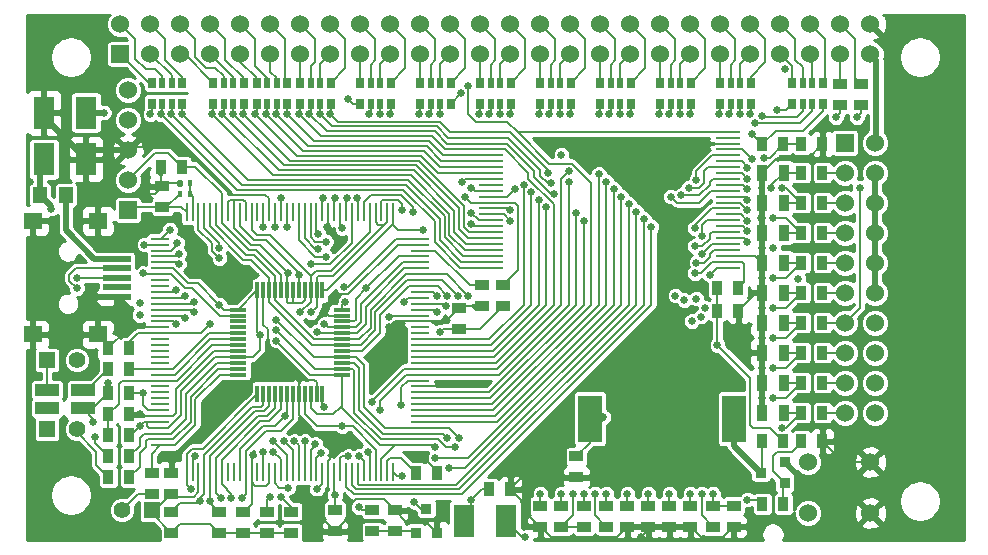
<source format=gtl>
G04 (created by PCBNEW (2013-04-19 BZR 4011)-stable) date 01/07/2013 10:58:15*
%MOIN*%
G04 Gerber Fmt 3.4, Leading zero omitted, Abs format*
%FSLAX34Y34*%
G01*
G70*
G90*
G04 APERTURE LIST*
%ADD10C,2.3622e-006*%
%ADD11R,0.0118X0.0572*%
%ADD12R,0.0572X0.0118*%
%ADD13R,0.06X0.01*%
%ADD14R,0.01X0.06*%
%ADD15R,0.07X0.11*%
%ADD16R,0.045X0.055*%
%ADD17R,0.035X0.045*%
%ADD18R,0.045X0.035*%
%ADD19R,0.035X0.055*%
%ADD20C,0.06*%
%ADD21R,0.06X0.06*%
%ADD22R,0.055X0.055*%
%ADD23C,0.055*%
%ADD24R,0.036X0.036*%
%ADD25R,0.0787X0.1575*%
%ADD26R,0.063X0.0551*%
%ADD27R,0.0925X0.0197*%
%ADD28R,0.08X0.04*%
%ADD29R,0.0157X0.0236*%
%ADD30R,0.0787X0.0078*%
%ADD31R,0.0256X0.0356*%
%ADD32R,0.0197X0.0356*%
%ADD33C,0.025*%
%ADD34C,0.02*%
%ADD35C,0.008*%
%ADD36C,0.01*%
G04 APERTURE END LIST*
G54D10*
G54D11*
X83689Y-50377D03*
X83492Y-50377D03*
X83295Y-50377D03*
X83098Y-50377D03*
X82902Y-50377D03*
X82705Y-50377D03*
X83886Y-50377D03*
X84083Y-50377D03*
G54D12*
X84723Y-51017D03*
X84723Y-51214D03*
X84723Y-51411D03*
G54D11*
X82705Y-53823D03*
X82508Y-53823D03*
X82311Y-53823D03*
X82114Y-53823D03*
X81917Y-53823D03*
G54D12*
X81277Y-53183D03*
G54D11*
X82902Y-53823D03*
X83098Y-53823D03*
X83295Y-53823D03*
X83492Y-53823D03*
X83689Y-53823D03*
G54D12*
X81277Y-52002D03*
X84723Y-52592D03*
X81277Y-52198D03*
X84723Y-52789D03*
X84723Y-52986D03*
X81277Y-52395D03*
X81277Y-52592D03*
X84723Y-53183D03*
G54D11*
X84083Y-53823D03*
G54D12*
X81277Y-52789D03*
X81277Y-52986D03*
G54D11*
X83886Y-53823D03*
G54D12*
X84723Y-52395D03*
X81277Y-51805D03*
X81277Y-51608D03*
X84723Y-52198D03*
X84723Y-52002D03*
X81277Y-51411D03*
X81277Y-51214D03*
X84723Y-51805D03*
X84723Y-51608D03*
X81277Y-51017D03*
G54D11*
X82508Y-50377D03*
X82311Y-50377D03*
X82114Y-50377D03*
X81917Y-50377D03*
G54D13*
X78675Y-48655D03*
X78675Y-48855D03*
X78675Y-49050D03*
X78675Y-49245D03*
X78675Y-49445D03*
X78675Y-49640D03*
X78675Y-49835D03*
X78675Y-50035D03*
X78675Y-50230D03*
X78675Y-50425D03*
X78675Y-50625D03*
X78675Y-50820D03*
X78675Y-51015D03*
X78675Y-51215D03*
X78675Y-51410D03*
X78675Y-51605D03*
X78675Y-51805D03*
X78675Y-52000D03*
X78675Y-52200D03*
X78675Y-52395D03*
X78675Y-52595D03*
X78675Y-52790D03*
X78675Y-52985D03*
X78675Y-53185D03*
X78675Y-53380D03*
X78675Y-53575D03*
X78675Y-53775D03*
X78675Y-53970D03*
X78675Y-54165D03*
X78675Y-54365D03*
X78675Y-54560D03*
X78675Y-54755D03*
X78675Y-54955D03*
X78675Y-55150D03*
X78675Y-55345D03*
X78675Y-55545D03*
G54D14*
X85265Y-56425D03*
X85460Y-56425D03*
X85655Y-56425D03*
X85855Y-56425D03*
X86050Y-56425D03*
X86245Y-56425D03*
X86445Y-56425D03*
X85460Y-47775D03*
X85265Y-47775D03*
X85065Y-47775D03*
X84870Y-47775D03*
X84675Y-47775D03*
X84475Y-47775D03*
X84280Y-47775D03*
X84085Y-47775D03*
X83885Y-47775D03*
X83690Y-47775D03*
X83495Y-47775D03*
X83295Y-47775D03*
X83100Y-47775D03*
X82900Y-47775D03*
X82705Y-47775D03*
X82505Y-47775D03*
X82310Y-47775D03*
X82115Y-47775D03*
X81915Y-47775D03*
X81720Y-47775D03*
X81525Y-47775D03*
X81325Y-47775D03*
X81130Y-47775D03*
X80935Y-47775D03*
X80735Y-47775D03*
X80540Y-47775D03*
X80345Y-47775D03*
X80145Y-47775D03*
X79950Y-47775D03*
X79755Y-47775D03*
X79555Y-47775D03*
X79555Y-56425D03*
X79755Y-56425D03*
X79950Y-56425D03*
X80145Y-56425D03*
X80345Y-56425D03*
X80540Y-56425D03*
X80735Y-56425D03*
X80935Y-56425D03*
X81130Y-56425D03*
X81325Y-56425D03*
X81525Y-56425D03*
X81720Y-56425D03*
X81915Y-56425D03*
X82115Y-56425D03*
X82310Y-56425D03*
X82505Y-56425D03*
X82705Y-56425D03*
X82900Y-56425D03*
X83100Y-56425D03*
X83295Y-56425D03*
X83495Y-56425D03*
X83690Y-56425D03*
X83885Y-56425D03*
X84085Y-56425D03*
X84280Y-56425D03*
X84475Y-56425D03*
X84675Y-56425D03*
X84870Y-56425D03*
X85065Y-56425D03*
G54D13*
X87325Y-54560D03*
X87325Y-54365D03*
X87325Y-54165D03*
X87325Y-53970D03*
X87325Y-53775D03*
X87325Y-53575D03*
X87325Y-53380D03*
X87325Y-53185D03*
X87325Y-52985D03*
X87325Y-52790D03*
X87325Y-52595D03*
X87325Y-52395D03*
X87325Y-52200D03*
X87325Y-52000D03*
X87325Y-51805D03*
X87325Y-51605D03*
X87325Y-51410D03*
X87325Y-51215D03*
X87325Y-51015D03*
X87325Y-50820D03*
X87325Y-50625D03*
X87325Y-50425D03*
X87325Y-50230D03*
X87325Y-50035D03*
X87325Y-49835D03*
X87325Y-49640D03*
X87325Y-49445D03*
X87325Y-49245D03*
X87325Y-49050D03*
X87325Y-48855D03*
X87325Y-48655D03*
X87325Y-55545D03*
X87325Y-55345D03*
X87325Y-55150D03*
X87325Y-54955D03*
X87325Y-54755D03*
G54D14*
X86445Y-47775D03*
X86245Y-47775D03*
X86050Y-47775D03*
X85855Y-47775D03*
X85655Y-47775D03*
G54D15*
X74800Y-46000D03*
X76200Y-46000D03*
X76200Y-44450D03*
X74800Y-44450D03*
G54D16*
X75525Y-47200D03*
X74675Y-47200D03*
G54D17*
X100750Y-47450D03*
X100050Y-47450D03*
G54D18*
X88650Y-51650D03*
X88650Y-50950D03*
G54D17*
X76950Y-55200D03*
X77650Y-55200D03*
X77650Y-55900D03*
X76950Y-55900D03*
X77650Y-56600D03*
X76950Y-56600D03*
G54D18*
X78400Y-56450D03*
X78400Y-57150D03*
G54D17*
X78700Y-46250D03*
X79400Y-46250D03*
G54D18*
X90100Y-50200D03*
X90100Y-50900D03*
G54D17*
X100750Y-54450D03*
X100050Y-54450D03*
X76950Y-54500D03*
X77650Y-54500D03*
X100750Y-46450D03*
X100050Y-46450D03*
X100750Y-53450D03*
X100050Y-53450D03*
X100750Y-48450D03*
X100050Y-48450D03*
X100750Y-49450D03*
X100050Y-49450D03*
X100750Y-51450D03*
X100050Y-51450D03*
X100750Y-52450D03*
X100050Y-52450D03*
X100750Y-50450D03*
X100050Y-50450D03*
X89650Y-57000D03*
X90350Y-57000D03*
G54D18*
X79050Y-57150D03*
X79050Y-56450D03*
G54D17*
X77650Y-52300D03*
X76950Y-52300D03*
X77650Y-53000D03*
X76950Y-53000D03*
G54D19*
X99475Y-46450D03*
X98725Y-46450D03*
X99475Y-47450D03*
X98725Y-47450D03*
X99475Y-48450D03*
X98725Y-48450D03*
X99475Y-49450D03*
X98725Y-49450D03*
X99475Y-51450D03*
X98725Y-51450D03*
X99475Y-50450D03*
X98725Y-50450D03*
X99475Y-52450D03*
X98725Y-52450D03*
X99475Y-53450D03*
X98725Y-53450D03*
X99475Y-54450D03*
X98725Y-54450D03*
G54D18*
X78750Y-47600D03*
X78750Y-46900D03*
G54D17*
X100050Y-45500D03*
X100750Y-45500D03*
G54D20*
X102500Y-45450D03*
X101500Y-46450D03*
G54D21*
X101500Y-45450D03*
G54D20*
X102500Y-46450D03*
X101500Y-47450D03*
X102500Y-47450D03*
X101500Y-48450D03*
X102500Y-48450D03*
X101500Y-49450D03*
X102500Y-49450D03*
X101500Y-50450D03*
X102500Y-50450D03*
X101500Y-51450D03*
X102500Y-51450D03*
X101500Y-52450D03*
X102500Y-52450D03*
X101500Y-53450D03*
X102500Y-53450D03*
X101500Y-54450D03*
X102500Y-54450D03*
G54D17*
X97950Y-50300D03*
X97250Y-50300D03*
X98750Y-45500D03*
X99450Y-45500D03*
X98750Y-57500D03*
X99450Y-57500D03*
X99450Y-55400D03*
X98750Y-55400D03*
G54D18*
X101350Y-43500D03*
X101350Y-44200D03*
G54D20*
X100257Y-56100D03*
X102343Y-56100D03*
G54D22*
X74900Y-55000D03*
G54D23*
X75900Y-55000D03*
G54D22*
X74900Y-52700D03*
G54D23*
X75900Y-52700D03*
G54D22*
X78400Y-57700D03*
G54D23*
X77400Y-57700D03*
G54D24*
X99500Y-56100D03*
X99500Y-56800D03*
X98700Y-56450D03*
G54D25*
X93000Y-54650D03*
X97800Y-54650D03*
G54D26*
X74435Y-48060D03*
X76600Y-48060D03*
X74435Y-51840D03*
X76600Y-51840D03*
G54D27*
X77230Y-49320D03*
X77230Y-49635D03*
X77230Y-49950D03*
X77230Y-50265D03*
X77230Y-50580D03*
G54D21*
X77350Y-42500D03*
G54D20*
X77350Y-41500D03*
X78350Y-42500D03*
X78350Y-41500D03*
X79350Y-42500D03*
X79350Y-41500D03*
X80350Y-42500D03*
X80350Y-41500D03*
X81350Y-42500D03*
X81350Y-41500D03*
X82350Y-42500D03*
X82350Y-41500D03*
X83350Y-42500D03*
X83350Y-41500D03*
X84350Y-42500D03*
X84350Y-41500D03*
X85350Y-42500D03*
X85350Y-41500D03*
X86350Y-42500D03*
X86350Y-41500D03*
X87350Y-42500D03*
X87350Y-41500D03*
X88350Y-42500D03*
X88350Y-41500D03*
X89350Y-42500D03*
X89350Y-41500D03*
X90350Y-42500D03*
X90350Y-41500D03*
X91350Y-42500D03*
X91350Y-41500D03*
X92350Y-42500D03*
X92350Y-41500D03*
X93350Y-42500D03*
X93350Y-41500D03*
X94350Y-42500D03*
X94350Y-41500D03*
X95350Y-42500D03*
X95350Y-41500D03*
X96350Y-42500D03*
X96350Y-41500D03*
X97350Y-42500D03*
X97350Y-41500D03*
X98350Y-42500D03*
X98350Y-41500D03*
X99350Y-42500D03*
X99350Y-41500D03*
X100350Y-42500D03*
X100350Y-41500D03*
X101350Y-42500D03*
X101350Y-41500D03*
X102350Y-42500D03*
X102350Y-41500D03*
G54D18*
X102050Y-44200D03*
X102050Y-43500D03*
G54D15*
X90200Y-58050D03*
X88800Y-58050D03*
G54D20*
X100257Y-57800D03*
X102343Y-57800D03*
G54D28*
X74900Y-54300D03*
X76100Y-54300D03*
X76100Y-53700D03*
X74900Y-53700D03*
G54D18*
X81450Y-58450D03*
X81450Y-57750D03*
X84500Y-57700D03*
X84500Y-58400D03*
X80650Y-57750D03*
X80650Y-58450D03*
X79050Y-57750D03*
X79050Y-58450D03*
G54D24*
X87900Y-58450D03*
X87200Y-58450D03*
X87550Y-57650D03*
G54D18*
X85750Y-58400D03*
X85750Y-57700D03*
G54D21*
X77600Y-47700D03*
G54D20*
X77600Y-46700D03*
X77600Y-45700D03*
X77600Y-44700D03*
X77600Y-43700D03*
G54D18*
X97100Y-58250D03*
X97100Y-57550D03*
X96350Y-57550D03*
X96350Y-58250D03*
X95650Y-57550D03*
X95650Y-58250D03*
X94950Y-57550D03*
X94950Y-58250D03*
X94250Y-57550D03*
X94250Y-58250D03*
X93550Y-58250D03*
X93550Y-57550D03*
X92800Y-57550D03*
X92800Y-58250D03*
X92050Y-57550D03*
X92050Y-58250D03*
X91350Y-57550D03*
X91350Y-58250D03*
X97800Y-58250D03*
X97800Y-57550D03*
X82250Y-58450D03*
X82250Y-57750D03*
X92550Y-55900D03*
X92550Y-56600D03*
G54D17*
X100750Y-55400D03*
X100050Y-55400D03*
G54D18*
X86500Y-58400D03*
X86500Y-57700D03*
X83050Y-58450D03*
X83050Y-57750D03*
X89400Y-50900D03*
X89400Y-50200D03*
G54D17*
X87900Y-56450D03*
X87200Y-56450D03*
X76950Y-53800D03*
X77650Y-53800D03*
G54D29*
X79677Y-46800D03*
X79323Y-46800D03*
X79677Y-47150D03*
X79323Y-47150D03*
G54D30*
X97587Y-49220D03*
X97587Y-49023D03*
X97587Y-48826D03*
X97587Y-48630D03*
X97587Y-48433D03*
X97587Y-48236D03*
X97587Y-48039D03*
X97587Y-47842D03*
X97587Y-47645D03*
X97587Y-47448D03*
X97587Y-47252D03*
X97587Y-47055D03*
X97587Y-46858D03*
X97587Y-46661D03*
X97587Y-46464D03*
X97587Y-46267D03*
X97587Y-46070D03*
X97587Y-45874D03*
X97587Y-45677D03*
X97587Y-45480D03*
X97587Y-45283D03*
X97587Y-45086D03*
X89713Y-45086D03*
X89713Y-45283D03*
X89713Y-45480D03*
X89713Y-45677D03*
X89713Y-45874D03*
X89713Y-46070D03*
X89713Y-46267D03*
X89713Y-46464D03*
X89713Y-46661D03*
X89713Y-46858D03*
X89713Y-47055D03*
X89713Y-47252D03*
X89713Y-47448D03*
X89713Y-47645D03*
X89713Y-47842D03*
X89713Y-48039D03*
X89713Y-48236D03*
X89713Y-48433D03*
X89713Y-48630D03*
X89713Y-48826D03*
X89713Y-49023D03*
X89713Y-49220D03*
X89713Y-49417D03*
X89713Y-49614D03*
X97587Y-49417D03*
X97587Y-49614D03*
G54D17*
X97250Y-51050D03*
X97950Y-51050D03*
G54D31*
X100752Y-44149D03*
G54D32*
X100407Y-44149D03*
X100093Y-44149D03*
G54D31*
X99748Y-44149D03*
X99748Y-43451D03*
G54D32*
X100093Y-43451D03*
X100407Y-43451D03*
G54D31*
X100752Y-43451D03*
X98352Y-44149D03*
G54D32*
X98007Y-44149D03*
X97693Y-44149D03*
G54D31*
X97348Y-44149D03*
X97348Y-43451D03*
G54D32*
X97693Y-43451D03*
X98007Y-43451D03*
G54D31*
X98352Y-43451D03*
X96352Y-44149D03*
G54D32*
X96007Y-44149D03*
X95693Y-44149D03*
G54D31*
X95348Y-44149D03*
X95348Y-43451D03*
G54D32*
X95693Y-43451D03*
X96007Y-43451D03*
G54D31*
X96352Y-43451D03*
X94352Y-44149D03*
G54D32*
X94007Y-44149D03*
X93693Y-44149D03*
G54D31*
X93348Y-44149D03*
X93348Y-43451D03*
G54D32*
X93693Y-43451D03*
X94007Y-43451D03*
G54D31*
X94352Y-43451D03*
X92352Y-44149D03*
G54D32*
X92007Y-44149D03*
X91693Y-44149D03*
G54D31*
X91348Y-44149D03*
X91348Y-43451D03*
G54D32*
X91693Y-43451D03*
X92007Y-43451D03*
G54D31*
X92352Y-43451D03*
X90352Y-44149D03*
G54D32*
X90007Y-44149D03*
X89693Y-44149D03*
G54D31*
X89348Y-44149D03*
X89348Y-43451D03*
G54D32*
X89693Y-43451D03*
X90007Y-43451D03*
G54D31*
X90352Y-43451D03*
X88352Y-44149D03*
G54D32*
X88007Y-44149D03*
X87693Y-44149D03*
G54D31*
X87348Y-44149D03*
X87348Y-43451D03*
G54D32*
X87693Y-43451D03*
X88007Y-43451D03*
G54D31*
X88352Y-43451D03*
X86352Y-44149D03*
G54D32*
X86007Y-44149D03*
X85693Y-44149D03*
G54D31*
X85348Y-44149D03*
X85348Y-43451D03*
G54D32*
X85693Y-43451D03*
X86007Y-43451D03*
G54D31*
X86352Y-43451D03*
X84352Y-44149D03*
G54D32*
X84007Y-44149D03*
X83693Y-44149D03*
G54D31*
X83348Y-44149D03*
X83348Y-43451D03*
G54D32*
X83693Y-43451D03*
X84007Y-43451D03*
G54D31*
X84352Y-43451D03*
X82902Y-44149D03*
G54D32*
X82557Y-44149D03*
X82243Y-44149D03*
G54D31*
X81898Y-44149D03*
X81898Y-43451D03*
G54D32*
X82243Y-43451D03*
X82557Y-43451D03*
G54D31*
X82902Y-43451D03*
X81452Y-44149D03*
G54D32*
X81107Y-44149D03*
X80793Y-44149D03*
G54D31*
X80448Y-44149D03*
X80448Y-43451D03*
G54D32*
X80793Y-43451D03*
X81107Y-43451D03*
G54D31*
X81452Y-43451D03*
X79402Y-44149D03*
G54D32*
X79057Y-44149D03*
X78743Y-44149D03*
G54D31*
X78398Y-44149D03*
X78398Y-43451D03*
G54D32*
X78743Y-43451D03*
X79057Y-43451D03*
G54D31*
X79402Y-43451D03*
G54D33*
X75050Y-47650D03*
X85300Y-57600D03*
X80700Y-57300D03*
X81050Y-57300D03*
X98250Y-57350D03*
X99400Y-54950D03*
X95850Y-50550D03*
X88950Y-50550D03*
X99100Y-53950D03*
X96150Y-50700D03*
X88600Y-50550D03*
X97000Y-49850D03*
X78350Y-44500D03*
X79200Y-50350D03*
X79500Y-50550D03*
X78700Y-44500D03*
X83150Y-55400D03*
X82550Y-44500D03*
X83500Y-55400D03*
X82900Y-44500D03*
X83300Y-44500D03*
X91550Y-47600D03*
X91800Y-47150D03*
X83650Y-44500D03*
X91700Y-46800D03*
X84000Y-44500D03*
X91300Y-47350D03*
X91600Y-46450D03*
X84350Y-44500D03*
X91050Y-47100D03*
X88950Y-43550D03*
X84950Y-44000D03*
X92800Y-48050D03*
X85650Y-44500D03*
X89050Y-48150D03*
X89050Y-47800D03*
X92550Y-47800D03*
X86000Y-44500D03*
X88750Y-46750D03*
X78150Y-48850D03*
X86350Y-44500D03*
X79800Y-50750D03*
X79050Y-44500D03*
X79250Y-48800D03*
X87300Y-44500D03*
X87650Y-44500D03*
X79300Y-49150D03*
X88000Y-44500D03*
X79300Y-49500D03*
X88700Y-43800D03*
X79000Y-48350D03*
X89300Y-44500D03*
X82700Y-47300D03*
X82500Y-48250D03*
X89650Y-44500D03*
X79400Y-44500D03*
X79800Y-51100D03*
X80400Y-44500D03*
X79500Y-51300D03*
X80750Y-44500D03*
X79200Y-51500D03*
X81100Y-44500D03*
X82100Y-55750D03*
X81450Y-44500D03*
X82450Y-55750D03*
X82450Y-55400D03*
X81850Y-44500D03*
X82200Y-44500D03*
X82800Y-55400D03*
X84900Y-47300D03*
X98350Y-44500D03*
X96750Y-49150D03*
X90000Y-44500D03*
X92300Y-46750D03*
X86000Y-54350D03*
X92300Y-46400D03*
X90350Y-44500D03*
X96500Y-48900D03*
X85750Y-54100D03*
X98250Y-48050D03*
X95300Y-44500D03*
X94550Y-47750D03*
X98250Y-47700D03*
X94300Y-47500D03*
X95650Y-44500D03*
X88300Y-56300D03*
X85300Y-55900D03*
X98250Y-47000D03*
X85600Y-55750D03*
X96000Y-44500D03*
X87850Y-55950D03*
X94050Y-47250D03*
X93800Y-47000D03*
X98250Y-46650D03*
X96350Y-44500D03*
X98250Y-46300D03*
X93550Y-46750D03*
X97300Y-44500D03*
X93300Y-46500D03*
X98400Y-46000D03*
X97650Y-44500D03*
X92050Y-45850D03*
X96750Y-48550D03*
X91300Y-44500D03*
X87100Y-47750D03*
X96500Y-48300D03*
X91650Y-44500D03*
X85250Y-47300D03*
X95700Y-47250D03*
X92000Y-44500D03*
X83850Y-55500D03*
X96050Y-47200D03*
X92350Y-44500D03*
X84050Y-55800D03*
X83900Y-57000D03*
X96300Y-46950D03*
X93300Y-44500D03*
X96550Y-46700D03*
X93650Y-44500D03*
X84950Y-55900D03*
X94000Y-44500D03*
X98250Y-48750D03*
X95050Y-48250D03*
X94350Y-44500D03*
X98250Y-48400D03*
X94800Y-48000D03*
X101200Y-44600D03*
X84200Y-48750D03*
X96500Y-49800D03*
X83950Y-49000D03*
X88850Y-47250D03*
X84200Y-49250D03*
X82350Y-57250D03*
X82900Y-48250D03*
X90350Y-48050D03*
X80650Y-48950D03*
X98750Y-44550D03*
X96550Y-49450D03*
X98500Y-44800D03*
X84750Y-48300D03*
X90350Y-47700D03*
X80650Y-49300D03*
X99250Y-44350D03*
X83950Y-48500D03*
X98400Y-45150D03*
X89050Y-46950D03*
X98000Y-44500D03*
X84500Y-47300D03*
X90800Y-46850D03*
X101900Y-44600D03*
X80000Y-57400D03*
X99500Y-43000D03*
X79700Y-57000D03*
X102000Y-46950D03*
X88500Y-55600D03*
X99100Y-49950D03*
X83350Y-51100D03*
X82550Y-51700D03*
X83700Y-49500D03*
X82550Y-51350D03*
X88650Y-55300D03*
X99400Y-46950D03*
X86800Y-50750D03*
X88250Y-55300D03*
X99100Y-51950D03*
X84750Y-54900D03*
X87900Y-50550D03*
X99050Y-46950D03*
X86750Y-47700D03*
X82950Y-49800D03*
X99100Y-47950D03*
X99100Y-52950D03*
X87850Y-55600D03*
X83700Y-51100D03*
X82550Y-52050D03*
X87900Y-51100D03*
X96400Y-51400D03*
X88200Y-50900D03*
X96700Y-51250D03*
X80350Y-57400D03*
X87450Y-48350D03*
X85550Y-50300D03*
X81400Y-57300D03*
X99950Y-50000D03*
X96550Y-50650D03*
X83300Y-49850D03*
X88250Y-50550D03*
X99100Y-50950D03*
X96850Y-50950D03*
X82850Y-54550D03*
X99100Y-48950D03*
X78000Y-51200D03*
X83900Y-51750D03*
X84150Y-51500D03*
X78000Y-50800D03*
X78100Y-49800D03*
X95400Y-51900D03*
X76950Y-53450D03*
X76450Y-54750D03*
X83500Y-57150D03*
X81775Y-55850D03*
X84250Y-48250D03*
X94700Y-58600D03*
X79850Y-55900D03*
X86300Y-51600D03*
X79100Y-55900D03*
X98700Y-47950D03*
X77600Y-51200D03*
X88250Y-53500D03*
X84500Y-50600D03*
X78000Y-54500D03*
X87500Y-56000D03*
X94250Y-57150D03*
X92800Y-57150D03*
X91350Y-57150D03*
X95650Y-57150D03*
X82700Y-57250D03*
X75900Y-49950D03*
X78100Y-53800D03*
X75900Y-50300D03*
X76500Y-55250D03*
X94950Y-57150D03*
X87150Y-57425D03*
X93175Y-57150D03*
X92425Y-57150D03*
X92050Y-57150D03*
X96350Y-57150D03*
X97100Y-57150D03*
X90850Y-58600D03*
X96725Y-57150D03*
X93550Y-57150D03*
X90500Y-47000D03*
X98250Y-47350D03*
X93450Y-54600D03*
X97250Y-52200D03*
X86700Y-54200D03*
X88000Y-51750D03*
X98800Y-45950D03*
X86750Y-56550D03*
X89050Y-57350D03*
X82950Y-56950D03*
X80350Y-51500D03*
X76800Y-44450D03*
X84850Y-50750D03*
X78000Y-54900D03*
X84100Y-47300D03*
X84150Y-54250D03*
X86300Y-51250D03*
X80650Y-50850D03*
X84500Y-57200D03*
X84800Y-50250D03*
X82100Y-48250D03*
X82000Y-51850D03*
G54D34*
X75050Y-47575D02*
X75050Y-47650D01*
X74675Y-47200D02*
X74675Y-46125D01*
X74675Y-46125D02*
X74800Y-46000D01*
X74675Y-47200D02*
X75050Y-47575D01*
G54D35*
X78301Y-43451D02*
X78398Y-43451D01*
X77350Y-42500D02*
X78301Y-43451D01*
X77850Y-42650D02*
X78200Y-43000D01*
X78743Y-43243D02*
X78743Y-43451D01*
X78200Y-43000D02*
X78500Y-43000D01*
X77350Y-41500D02*
X77850Y-42000D01*
X77850Y-42000D02*
X77850Y-42650D01*
X78500Y-43000D02*
X78743Y-43243D01*
X82557Y-43307D02*
X82557Y-43451D01*
X82350Y-43100D02*
X82557Y-43307D01*
X82350Y-42500D02*
X82350Y-43100D01*
X82850Y-42000D02*
X82850Y-43399D01*
X82350Y-41500D02*
X82850Y-42000D01*
X82850Y-43399D02*
X82902Y-43451D01*
X83348Y-42502D02*
X83348Y-43451D01*
X83350Y-42500D02*
X83348Y-42502D01*
X83350Y-41500D02*
X83850Y-42000D01*
X83850Y-42000D02*
X83850Y-42750D01*
X83850Y-42750D02*
X83693Y-42907D01*
X83693Y-42907D02*
X83693Y-43451D01*
X84007Y-43451D02*
X84007Y-42843D01*
X84007Y-42843D02*
X84350Y-42500D01*
X84850Y-42000D02*
X84850Y-42953D01*
X84350Y-41500D02*
X84850Y-42000D01*
X84850Y-42953D02*
X84352Y-43451D01*
X85350Y-42500D02*
X85348Y-42502D01*
X85348Y-42502D02*
X85348Y-43451D01*
X85693Y-42857D02*
X85693Y-43451D01*
X85850Y-42000D02*
X85850Y-42700D01*
X85350Y-41500D02*
X85850Y-42000D01*
X85850Y-42700D02*
X85693Y-42857D01*
X86007Y-43451D02*
X86007Y-42843D01*
X86007Y-42843D02*
X86350Y-42500D01*
X86850Y-42953D02*
X86352Y-43451D01*
X86850Y-42000D02*
X86850Y-42953D01*
X86350Y-41500D02*
X86850Y-42000D01*
X79057Y-43207D02*
X79057Y-43451D01*
X78350Y-42500D02*
X79057Y-43207D01*
X87348Y-42502D02*
X87348Y-43451D01*
X87350Y-42500D02*
X87348Y-42502D01*
X87850Y-42000D02*
X87850Y-42700D01*
X87693Y-42857D02*
X87693Y-43451D01*
X87850Y-42700D02*
X87693Y-42857D01*
X87350Y-41500D02*
X87850Y-42000D01*
X88007Y-42843D02*
X88350Y-42500D01*
X88007Y-43451D02*
X88007Y-42843D01*
X88350Y-41500D02*
X88850Y-42000D01*
X88850Y-42000D02*
X88850Y-42953D01*
X88850Y-42953D02*
X88352Y-43451D01*
X89350Y-42500D02*
X89350Y-43449D01*
X89350Y-43449D02*
X89348Y-43451D01*
X89850Y-42700D02*
X89693Y-42857D01*
X89693Y-42857D02*
X89693Y-43451D01*
X89850Y-42000D02*
X89850Y-42700D01*
X89350Y-41500D02*
X89850Y-42000D01*
X78850Y-42700D02*
X79402Y-43252D01*
X78850Y-42000D02*
X78850Y-42700D01*
X78350Y-41500D02*
X78850Y-42000D01*
X79402Y-43252D02*
X79402Y-43451D01*
X79497Y-42500D02*
X80448Y-43451D01*
X79350Y-42500D02*
X79497Y-42500D01*
X79350Y-41500D02*
X79850Y-42000D01*
X79850Y-42000D02*
X79850Y-42600D01*
X79850Y-42600D02*
X80200Y-42950D01*
X80793Y-43243D02*
X80793Y-43451D01*
X80200Y-42950D02*
X80500Y-42950D01*
X80500Y-42950D02*
X80793Y-43243D01*
X81107Y-43257D02*
X81107Y-43451D01*
X80350Y-42500D02*
X81107Y-43257D01*
X81452Y-43451D02*
X81452Y-43302D01*
X80850Y-42700D02*
X80850Y-42000D01*
X81452Y-43302D02*
X80850Y-42700D01*
X80850Y-42000D02*
X80350Y-41500D01*
X81350Y-42750D02*
X81350Y-42500D01*
X81898Y-43298D02*
X81350Y-42750D01*
X81898Y-43451D02*
X81898Y-43298D01*
X81350Y-41500D02*
X81850Y-42000D01*
X81850Y-42900D02*
X82243Y-43293D01*
X82243Y-43293D02*
X82243Y-43451D01*
X81850Y-42000D02*
X81850Y-42900D01*
X82226Y-54574D02*
X82508Y-54292D01*
X80540Y-56425D02*
X80540Y-55960D01*
X81926Y-54574D02*
X82226Y-54574D01*
X82508Y-54292D02*
X82508Y-53823D01*
X80540Y-55960D02*
X81926Y-54574D01*
X80540Y-57140D02*
X80700Y-57300D01*
X80540Y-56425D02*
X80540Y-57140D01*
X85400Y-57700D02*
X85750Y-57700D01*
X85300Y-57600D02*
X85400Y-57700D01*
X82705Y-54345D02*
X82705Y-53823D01*
X80735Y-56835D02*
X81050Y-57150D01*
X82014Y-54736D02*
X82314Y-54736D01*
X81050Y-57150D02*
X81050Y-57300D01*
X80735Y-56835D02*
X80900Y-57000D01*
X82314Y-54736D02*
X82705Y-54345D01*
X80735Y-56015D02*
X82014Y-54736D01*
X80735Y-56425D02*
X80735Y-56835D01*
X80735Y-56835D02*
X80900Y-57000D01*
X98750Y-57500D02*
X98600Y-57350D01*
X80735Y-56425D02*
X80735Y-56015D01*
X98250Y-57350D02*
X98600Y-57350D01*
X77600Y-46700D02*
X78500Y-45800D01*
X78950Y-45800D02*
X79400Y-46250D01*
X78500Y-45800D02*
X78950Y-45800D01*
X80735Y-47775D02*
X80735Y-47135D01*
X79850Y-46250D02*
X79400Y-46250D01*
X80735Y-47135D02*
X79850Y-46250D01*
X80735Y-48135D02*
X81626Y-49026D01*
X81876Y-49026D02*
X82705Y-49855D01*
X82705Y-49855D02*
X82705Y-50377D01*
X81626Y-49026D02*
X81876Y-49026D01*
X80735Y-47775D02*
X80735Y-48135D01*
X100050Y-54450D02*
X99550Y-54950D01*
X99550Y-54950D02*
X99400Y-54950D01*
X82508Y-49908D02*
X82508Y-50377D01*
X85686Y-51614D02*
X85298Y-52002D01*
X85298Y-52002D02*
X84723Y-52002D01*
X80540Y-47775D02*
X80540Y-48190D01*
X85686Y-51014D02*
X85686Y-51614D01*
X82508Y-50708D02*
X83802Y-52002D01*
X83802Y-52002D02*
X84723Y-52002D01*
X86865Y-49835D02*
X85686Y-51014D01*
X100050Y-54450D02*
X99475Y-54450D01*
X80540Y-48190D02*
X81538Y-49188D01*
X81788Y-49188D02*
X82508Y-49908D01*
X87325Y-49835D02*
X86865Y-49835D01*
X81538Y-49188D02*
X81788Y-49188D01*
X88235Y-49835D02*
X88950Y-50550D01*
X82508Y-50377D02*
X82508Y-50708D01*
X88235Y-49835D02*
X87325Y-49835D01*
X99550Y-53950D02*
X100050Y-53450D01*
X99550Y-53950D02*
X99100Y-53950D01*
X87325Y-50035D02*
X88085Y-50035D01*
X88085Y-50035D02*
X88600Y-50550D01*
X81700Y-49350D02*
X82311Y-49961D01*
X83748Y-52198D02*
X84723Y-52198D01*
X86915Y-50035D02*
X87325Y-50035D01*
X84723Y-52198D02*
X85352Y-52198D01*
X82311Y-49961D02*
X82311Y-50377D01*
X82311Y-50377D02*
X82311Y-50761D01*
X81450Y-49350D02*
X81700Y-49350D01*
X85848Y-51102D02*
X86915Y-50035D01*
X85352Y-52198D02*
X85848Y-51702D01*
X82311Y-50761D02*
X83748Y-52198D01*
X80345Y-47775D02*
X80345Y-48245D01*
X85848Y-51702D02*
X85848Y-51102D01*
X100050Y-53450D02*
X99475Y-53450D01*
X80345Y-48245D02*
X81450Y-49350D01*
X98352Y-43248D02*
X98352Y-43451D01*
X98350Y-41500D02*
X98850Y-42000D01*
X98850Y-42750D02*
X98352Y-43248D01*
X98850Y-42000D02*
X98850Y-42750D01*
X90007Y-43451D02*
X90007Y-42843D01*
X90007Y-42843D02*
X90350Y-42500D01*
X90850Y-42953D02*
X90352Y-43451D01*
X90850Y-42000D02*
X90850Y-42953D01*
X90350Y-41500D02*
X90850Y-42000D01*
X95350Y-43449D02*
X95350Y-42500D01*
X95348Y-43451D02*
X95350Y-43449D01*
X95850Y-42700D02*
X95693Y-42857D01*
X95693Y-42857D02*
X95693Y-43451D01*
X95850Y-42000D02*
X95850Y-42700D01*
X95350Y-41500D02*
X95850Y-42000D01*
X96007Y-42843D02*
X96350Y-42500D01*
X96007Y-43451D02*
X96007Y-42843D01*
X96350Y-41500D02*
X96850Y-42000D01*
X96850Y-42000D02*
X96850Y-42953D01*
X96850Y-42953D02*
X96352Y-43451D01*
X97350Y-43449D02*
X97350Y-42500D01*
X97348Y-43451D02*
X97350Y-43449D01*
X97850Y-42000D02*
X97850Y-42700D01*
X97850Y-42700D02*
X97693Y-42857D01*
X97350Y-41500D02*
X97850Y-42000D01*
X97693Y-42857D02*
X97693Y-43451D01*
X91350Y-42500D02*
X91348Y-42502D01*
X91348Y-42502D02*
X91348Y-43451D01*
X91350Y-41500D02*
X91850Y-42000D01*
X91850Y-42700D02*
X91693Y-42857D01*
X91693Y-42857D02*
X91693Y-43451D01*
X91850Y-42000D02*
X91850Y-42700D01*
X92007Y-42843D02*
X92350Y-42500D01*
X92007Y-43451D02*
X92007Y-42843D01*
X92850Y-42000D02*
X92850Y-42953D01*
X92350Y-41500D02*
X92850Y-42000D01*
X92850Y-42953D02*
X92352Y-43451D01*
X93350Y-42500D02*
X93348Y-42502D01*
X93348Y-42502D02*
X93348Y-43451D01*
X93350Y-41500D02*
X93850Y-42000D01*
X93693Y-42857D02*
X93693Y-43451D01*
X93850Y-42700D02*
X93693Y-42857D01*
X93850Y-42000D02*
X93850Y-42700D01*
X94007Y-43451D02*
X94007Y-42843D01*
X94007Y-42843D02*
X94350Y-42500D01*
X94850Y-42953D02*
X94352Y-43451D01*
X94350Y-41500D02*
X94850Y-42000D01*
X94850Y-42000D02*
X94850Y-42953D01*
X97587Y-49614D02*
X97236Y-49614D01*
X97236Y-49614D02*
X97000Y-49850D01*
X79125Y-50425D02*
X79200Y-50350D01*
X78398Y-44452D02*
X78350Y-44500D01*
X79125Y-50425D02*
X78675Y-50425D01*
X78398Y-44149D02*
X78398Y-44452D01*
X89713Y-49614D02*
X88664Y-49614D01*
X88664Y-49614D02*
X87828Y-48778D01*
X87828Y-48078D02*
X87828Y-48778D01*
X78700Y-44500D02*
X81220Y-47020D01*
X78743Y-44457D02*
X78700Y-44500D01*
X78675Y-50625D02*
X79425Y-50625D01*
X79425Y-50625D02*
X79500Y-50550D01*
X86770Y-47020D02*
X87828Y-48078D01*
X78743Y-44149D02*
X78743Y-44457D01*
X81220Y-47020D02*
X86770Y-47020D01*
X89713Y-46070D02*
X88070Y-46070D01*
X88070Y-46070D02*
X88050Y-46050D01*
X82550Y-44500D02*
X83610Y-45560D01*
X83295Y-55545D02*
X83150Y-55400D01*
X82557Y-44149D02*
X82557Y-44493D01*
X87560Y-45560D02*
X88050Y-46050D01*
X82557Y-44493D02*
X82550Y-44500D01*
X83295Y-55545D02*
X83295Y-56425D01*
X83610Y-45560D02*
X87560Y-45560D01*
X89713Y-45874D02*
X88124Y-45874D01*
X88124Y-45874D02*
X88100Y-45850D01*
X83495Y-55405D02*
X83500Y-55400D01*
X82902Y-44498D02*
X82900Y-44500D01*
X82900Y-44500D02*
X83798Y-45398D01*
X83495Y-55405D02*
X83495Y-56425D01*
X82902Y-44149D02*
X82902Y-44498D01*
X87648Y-45398D02*
X88100Y-45850D01*
X83798Y-45398D02*
X87648Y-45398D01*
X89713Y-45677D02*
X90177Y-45677D01*
X90177Y-45677D02*
X90950Y-46450D01*
X90950Y-46650D02*
X91800Y-47500D01*
X90950Y-46450D02*
X90950Y-46650D01*
X89860Y-52790D02*
X87325Y-52790D01*
X87736Y-45236D02*
X88177Y-45677D01*
X83300Y-44500D02*
X84036Y-45236D01*
X83348Y-44149D02*
X83348Y-44452D01*
X84036Y-45236D02*
X87736Y-45236D01*
X83348Y-44452D02*
X83300Y-44500D01*
X88177Y-45677D02*
X89713Y-45677D01*
X89860Y-52790D02*
X91800Y-50850D01*
X91800Y-50850D02*
X91800Y-47500D01*
X89713Y-45480D02*
X90230Y-45480D01*
X89805Y-52595D02*
X87325Y-52595D01*
X91550Y-47600D02*
X91550Y-50850D01*
X91550Y-50850D02*
X89805Y-52595D01*
X91700Y-47150D02*
X91800Y-47150D01*
X91150Y-46600D02*
X91700Y-47150D01*
X91150Y-46400D02*
X91150Y-46600D01*
X90230Y-45480D02*
X91150Y-46400D01*
X88230Y-45480D02*
X87824Y-45074D01*
X84224Y-45074D02*
X87824Y-45074D01*
X83650Y-44500D02*
X84224Y-45074D01*
X83693Y-44457D02*
X83650Y-44500D01*
X83693Y-44149D02*
X83693Y-44457D01*
X88230Y-45480D02*
X89713Y-45480D01*
X89713Y-45283D02*
X90283Y-45283D01*
X90283Y-45283D02*
X91350Y-46350D01*
X91350Y-46350D02*
X91350Y-46550D01*
X89755Y-52395D02*
X87325Y-52395D01*
X91600Y-46800D02*
X91700Y-46800D01*
X91350Y-46550D02*
X91600Y-46800D01*
X89713Y-45283D02*
X88283Y-45283D01*
X87912Y-44912D02*
X88283Y-45283D01*
X84412Y-44912D02*
X87912Y-44912D01*
X84000Y-44500D02*
X84412Y-44912D01*
X84007Y-44493D02*
X84000Y-44500D01*
X84007Y-44149D02*
X84007Y-44493D01*
X91300Y-47350D02*
X91300Y-50850D01*
X91300Y-50850D02*
X89755Y-52395D01*
X89713Y-45086D02*
X90336Y-45086D01*
X90336Y-45086D02*
X91600Y-46350D01*
X91600Y-46350D02*
X91600Y-46450D01*
X89700Y-52200D02*
X87325Y-52200D01*
X89713Y-45086D02*
X88336Y-45086D01*
X84600Y-44750D02*
X88000Y-44750D01*
X88336Y-45086D02*
X88000Y-44750D01*
X84350Y-44500D02*
X84600Y-44750D01*
X84352Y-44498D02*
X84350Y-44500D01*
X84352Y-44498D02*
X84352Y-44149D01*
X91050Y-50850D02*
X91050Y-47100D01*
X89700Y-52200D02*
X91050Y-50850D01*
X90586Y-45086D02*
X91650Y-46150D01*
X92400Y-46150D02*
X93050Y-46800D01*
X91650Y-46150D02*
X92400Y-46150D01*
X97587Y-45086D02*
X90586Y-45086D01*
X90586Y-45086D02*
X90250Y-44750D01*
X93050Y-50850D02*
X93050Y-46800D01*
X89735Y-54165D02*
X93050Y-50850D01*
X87325Y-54165D02*
X89735Y-54165D01*
X88950Y-44500D02*
X89200Y-44750D01*
X89200Y-44750D02*
X90250Y-44750D01*
X88950Y-43550D02*
X88950Y-44500D01*
X85099Y-44149D02*
X84950Y-44000D01*
X85099Y-44149D02*
X85348Y-44149D01*
X89680Y-53970D02*
X87325Y-53970D01*
X92800Y-50850D02*
X92800Y-48050D01*
X89680Y-53970D02*
X92800Y-50850D01*
X85693Y-44457D02*
X85650Y-44500D01*
X85693Y-44149D02*
X85693Y-44457D01*
X89136Y-48236D02*
X89050Y-48150D01*
X89136Y-48236D02*
X89713Y-48236D01*
X89713Y-48039D02*
X89289Y-48039D01*
X89289Y-48039D02*
X89050Y-47800D01*
X87325Y-53775D02*
X89625Y-53775D01*
X89625Y-53775D02*
X92550Y-50850D01*
X92550Y-50850D02*
X92550Y-47800D01*
X86007Y-44149D02*
X86007Y-44493D01*
X86007Y-44493D02*
X86000Y-44500D01*
X88839Y-46661D02*
X88750Y-46750D01*
X88839Y-46661D02*
X89713Y-46661D01*
X78155Y-48855D02*
X78150Y-48850D01*
X78675Y-48855D02*
X78155Y-48855D01*
X86352Y-44498D02*
X86350Y-44500D01*
X86352Y-44498D02*
X86352Y-44149D01*
X89713Y-49417D02*
X88717Y-49417D01*
X88717Y-49417D02*
X87990Y-48690D01*
X87990Y-48690D02*
X87990Y-47990D01*
X78675Y-50820D02*
X79730Y-50820D01*
X79057Y-44149D02*
X79057Y-44493D01*
X79730Y-50820D02*
X79800Y-50750D01*
X86858Y-46858D02*
X81408Y-46858D01*
X81408Y-46858D02*
X79050Y-44500D01*
X79057Y-44493D02*
X79050Y-44500D01*
X87990Y-47990D02*
X86858Y-46858D01*
X78675Y-49050D02*
X79050Y-49050D01*
X79050Y-49050D02*
X79250Y-48850D01*
X87348Y-44149D02*
X87348Y-44452D01*
X79250Y-48850D02*
X79250Y-48800D01*
X87348Y-44452D02*
X87300Y-44500D01*
X78675Y-49245D02*
X79205Y-49245D01*
X79205Y-49245D02*
X79300Y-49150D01*
X87693Y-44457D02*
X87693Y-44149D01*
X87693Y-44457D02*
X87650Y-44500D01*
X78675Y-49445D02*
X79245Y-49445D01*
X79245Y-49445D02*
X79300Y-49500D01*
X88007Y-44493D02*
X88000Y-44500D01*
X88007Y-44149D02*
X88007Y-44493D01*
X88700Y-43801D02*
X88700Y-43800D01*
X88700Y-43801D02*
X88352Y-44149D01*
X78695Y-48655D02*
X79000Y-48350D01*
X78675Y-48655D02*
X78695Y-48655D01*
X89348Y-44452D02*
X89348Y-44149D01*
X82705Y-47775D02*
X82705Y-47305D01*
X82705Y-47305D02*
X82700Y-47300D01*
X89348Y-44452D02*
X89300Y-44500D01*
X82505Y-48245D02*
X82500Y-48250D01*
X89693Y-44457D02*
X89693Y-44149D01*
X89693Y-44457D02*
X89650Y-44500D01*
X82505Y-47775D02*
X82505Y-48245D01*
X81596Y-46696D02*
X86946Y-46696D01*
X79400Y-44500D02*
X81596Y-46696D01*
X89713Y-49220D02*
X88770Y-49220D01*
X88770Y-49220D02*
X88152Y-48602D01*
X88152Y-47902D02*
X88152Y-48602D01*
X86946Y-46696D02*
X88152Y-47902D01*
X79402Y-44498D02*
X79400Y-44500D01*
X79715Y-51015D02*
X79800Y-51100D01*
X79402Y-44149D02*
X79402Y-44498D01*
X78675Y-51015D02*
X79715Y-51015D01*
X89713Y-49023D02*
X88823Y-49023D01*
X88823Y-49023D02*
X88314Y-48514D01*
X87034Y-46534D02*
X88314Y-47814D01*
X82434Y-46534D02*
X87034Y-46534D01*
X88314Y-47814D02*
X88314Y-48514D01*
X80400Y-44500D02*
X82434Y-46534D01*
X80448Y-44452D02*
X80400Y-44500D01*
X79415Y-51215D02*
X79500Y-51300D01*
X78675Y-51215D02*
X79415Y-51215D01*
X80448Y-44149D02*
X80448Y-44452D01*
X89713Y-48826D02*
X88876Y-48826D01*
X88876Y-48826D02*
X88476Y-48426D01*
X88476Y-47726D02*
X88476Y-48426D01*
X87122Y-46372D02*
X88476Y-47726D01*
X82622Y-46372D02*
X87122Y-46372D01*
X80750Y-44500D02*
X82622Y-46372D01*
X80793Y-44457D02*
X80750Y-44500D01*
X79110Y-51410D02*
X79200Y-51500D01*
X78675Y-51410D02*
X79110Y-51410D01*
X80793Y-44149D02*
X80793Y-44457D01*
X89713Y-48630D02*
X88930Y-48630D01*
X88930Y-48630D02*
X88638Y-48338D01*
X88638Y-47638D02*
X87208Y-46208D01*
X88638Y-48338D02*
X88638Y-47638D01*
X87208Y-46208D02*
X82808Y-46208D01*
X82808Y-46208D02*
X81100Y-44500D01*
X81107Y-44493D02*
X81100Y-44500D01*
X82115Y-55765D02*
X82100Y-55750D01*
X82115Y-56425D02*
X82115Y-55765D01*
X81107Y-44493D02*
X81107Y-44149D01*
X89713Y-48433D02*
X88983Y-48433D01*
X88983Y-48433D02*
X88800Y-48250D01*
X88800Y-47550D02*
X88800Y-48250D01*
X87296Y-46046D02*
X88800Y-47550D01*
X82996Y-46046D02*
X87296Y-46046D01*
X81450Y-44500D02*
X82996Y-46046D01*
X81452Y-44498D02*
X81450Y-44500D01*
X82705Y-56005D02*
X82450Y-55750D01*
X82705Y-56425D02*
X82705Y-56005D01*
X81452Y-44149D02*
X81452Y-44498D01*
X89713Y-46464D02*
X87964Y-46464D01*
X87964Y-46464D02*
X87950Y-46450D01*
X82900Y-55850D02*
X82900Y-56425D01*
X82900Y-55850D02*
X82450Y-55400D01*
X83234Y-45884D02*
X87384Y-45884D01*
X87384Y-45884D02*
X87950Y-46450D01*
X81850Y-44500D02*
X83234Y-45884D01*
X81898Y-44452D02*
X81850Y-44500D01*
X81898Y-44149D02*
X81898Y-44452D01*
X89713Y-46267D02*
X88017Y-46267D01*
X88017Y-46267D02*
X88000Y-46250D01*
X82200Y-44500D02*
X83422Y-45722D01*
X83422Y-45722D02*
X87472Y-45722D01*
X87472Y-45722D02*
X88000Y-46250D01*
X82243Y-44149D02*
X82243Y-44457D01*
X83100Y-55700D02*
X82800Y-55400D01*
X82243Y-44457D02*
X82200Y-44500D01*
X83100Y-55700D02*
X83100Y-56425D01*
X84870Y-47775D02*
X84870Y-47330D01*
X98352Y-44498D02*
X98350Y-44500D01*
X98352Y-44498D02*
X98352Y-44149D01*
X84870Y-47330D02*
X84900Y-47300D01*
X97074Y-48826D02*
X96750Y-49150D01*
X97587Y-48826D02*
X97074Y-48826D01*
X90007Y-44493D02*
X90007Y-44149D01*
X90007Y-44493D02*
X90000Y-44500D01*
X92300Y-50850D02*
X89965Y-53185D01*
X89965Y-53185D02*
X87325Y-53185D01*
X92300Y-50850D02*
X92300Y-46750D01*
X86000Y-54050D02*
X86000Y-54350D01*
X86865Y-53185D02*
X86000Y-54050D01*
X87325Y-53185D02*
X86865Y-53185D01*
X92050Y-50850D02*
X92050Y-46650D01*
X87325Y-52985D02*
X89915Y-52985D01*
X89915Y-52985D02*
X92050Y-50850D01*
X92050Y-46650D02*
X92300Y-46400D01*
X90352Y-44498D02*
X90352Y-44149D01*
X90352Y-44498D02*
X90350Y-44500D01*
X97587Y-48433D02*
X97067Y-48433D01*
X97067Y-48433D02*
X97000Y-48500D01*
X97000Y-48500D02*
X97000Y-48650D01*
X97000Y-48650D02*
X96750Y-48900D01*
X96750Y-48900D02*
X96500Y-48900D01*
X86815Y-52985D02*
X85750Y-54050D01*
X87325Y-52985D02*
X86815Y-52985D01*
X85750Y-54050D02*
X85750Y-54100D01*
X97587Y-47842D02*
X98042Y-47842D01*
X98042Y-47842D02*
X98250Y-48050D01*
X88550Y-56850D02*
X94550Y-50850D01*
X85300Y-56850D02*
X88550Y-56850D01*
X94550Y-50850D02*
X94550Y-47750D01*
X95348Y-44452D02*
X95348Y-44149D01*
X85265Y-56815D02*
X85300Y-56850D01*
X95348Y-44452D02*
X95300Y-44500D01*
X85265Y-56425D02*
X85265Y-56815D01*
X97587Y-47448D02*
X97998Y-47448D01*
X97998Y-47448D02*
X98250Y-47700D01*
X94300Y-50850D02*
X94300Y-47500D01*
X88850Y-56300D02*
X94300Y-50850D01*
X95693Y-44457D02*
X95650Y-44500D01*
X88300Y-56300D02*
X88850Y-56300D01*
X85460Y-56425D02*
X85460Y-56060D01*
X85460Y-56060D02*
X85300Y-55900D01*
X95693Y-44149D02*
X95693Y-44457D01*
X97587Y-46858D02*
X98108Y-46858D01*
X98108Y-46858D02*
X98250Y-47000D01*
X96007Y-44493D02*
X96000Y-44500D01*
X88950Y-55950D02*
X87850Y-55950D01*
X85655Y-55805D02*
X85600Y-55750D01*
X96007Y-44149D02*
X96007Y-44493D01*
X85655Y-55805D02*
X85655Y-56425D01*
X94050Y-50850D02*
X88950Y-55950D01*
X94050Y-47250D02*
X94050Y-50850D01*
X87325Y-54755D02*
X89895Y-54755D01*
X89895Y-54755D02*
X93800Y-50850D01*
X93800Y-50850D02*
X93800Y-47000D01*
X98064Y-46464D02*
X98250Y-46650D01*
X98064Y-46464D02*
X97587Y-46464D01*
X96352Y-44498D02*
X96350Y-44500D01*
X96352Y-44149D02*
X96350Y-44151D01*
X96352Y-44498D02*
X96352Y-44149D01*
X97587Y-46070D02*
X98070Y-46070D01*
X98070Y-46070D02*
X98250Y-46250D01*
X98250Y-46250D02*
X98250Y-46300D01*
X97348Y-44452D02*
X97300Y-44500D01*
X97348Y-44149D02*
X97348Y-44452D01*
X93550Y-46750D02*
X93550Y-50850D01*
X93550Y-50850D02*
X89840Y-54560D01*
X89840Y-54560D02*
X87325Y-54560D01*
X87325Y-54365D02*
X89785Y-54365D01*
X93300Y-46500D02*
X93300Y-50850D01*
X93300Y-50850D02*
X89785Y-54365D01*
X97587Y-45677D02*
X98077Y-45677D01*
X98077Y-45677D02*
X98400Y-46000D01*
X97693Y-44457D02*
X97650Y-44500D01*
X97693Y-44457D02*
X97693Y-44149D01*
X97587Y-48039D02*
X96911Y-48039D01*
X96911Y-48039D02*
X96750Y-48200D01*
X96750Y-48200D02*
X96750Y-48550D01*
X91348Y-44452D02*
X91300Y-44500D01*
X87100Y-47600D02*
X87100Y-47750D01*
X86688Y-47188D02*
X87100Y-47600D01*
X85712Y-47188D02*
X86688Y-47188D01*
X85460Y-47440D02*
X85712Y-47188D01*
X91348Y-44452D02*
X91348Y-44149D01*
X85460Y-47775D02*
X85460Y-47440D01*
X97587Y-47645D02*
X97055Y-47645D01*
X96500Y-48200D02*
X96500Y-48300D01*
X97055Y-47645D02*
X96500Y-48200D01*
X85265Y-47775D02*
X85265Y-47315D01*
X91693Y-44457D02*
X91693Y-44149D01*
X91693Y-44457D02*
X91650Y-44500D01*
X85265Y-47315D02*
X85250Y-47300D01*
X97587Y-47055D02*
X97045Y-47055D01*
X95900Y-47450D02*
X95700Y-47250D01*
X96650Y-47450D02*
X95900Y-47450D01*
X97045Y-47055D02*
X96650Y-47450D01*
X83690Y-56425D02*
X83690Y-55710D01*
X92007Y-44493D02*
X92000Y-44500D01*
X92007Y-44149D02*
X92007Y-44493D01*
X83850Y-55550D02*
X83850Y-55500D01*
X83690Y-55710D02*
X83850Y-55550D01*
X97587Y-46661D02*
X97089Y-46661D01*
X96650Y-47200D02*
X96050Y-47200D01*
X97000Y-46850D02*
X96650Y-47200D01*
X97000Y-46750D02*
X97000Y-46850D01*
X97089Y-46661D02*
X97000Y-46750D01*
X92352Y-44498D02*
X92350Y-44500D01*
X92352Y-44149D02*
X92352Y-44498D01*
X83885Y-55965D02*
X84050Y-55800D01*
X83885Y-55965D02*
X83885Y-56425D01*
X84085Y-56425D02*
X84085Y-56815D01*
X84085Y-56815D02*
X83900Y-57000D01*
X97587Y-46267D02*
X96933Y-46267D01*
X96650Y-46950D02*
X96300Y-46950D01*
X96800Y-46800D02*
X96650Y-46950D01*
X96800Y-46400D02*
X96800Y-46800D01*
X96933Y-46267D02*
X96800Y-46400D01*
X93348Y-44452D02*
X93300Y-44500D01*
X93348Y-44452D02*
X93348Y-44149D01*
X97587Y-45874D02*
X97076Y-45874D01*
X96550Y-46400D02*
X96550Y-46700D01*
X97076Y-45874D02*
X96550Y-46400D01*
X93693Y-44457D02*
X93650Y-44500D01*
X84675Y-55975D02*
X84750Y-55900D01*
X93693Y-44457D02*
X93693Y-44149D01*
X84675Y-56425D02*
X84675Y-55975D01*
X84750Y-55900D02*
X84950Y-55900D01*
X97587Y-48630D02*
X98130Y-48630D01*
X98130Y-48630D02*
X98250Y-48750D01*
X94007Y-44493D02*
X94007Y-44149D01*
X94007Y-44493D02*
X94000Y-44500D01*
X85124Y-57174D02*
X88726Y-57174D01*
X84870Y-56425D02*
X84870Y-56920D01*
X84870Y-56920D02*
X85124Y-57174D01*
X95050Y-50850D02*
X95050Y-48250D01*
X88726Y-57174D02*
X95050Y-50850D01*
X94352Y-44149D02*
X94352Y-44498D01*
X94352Y-44498D02*
X94350Y-44500D01*
X98086Y-48236D02*
X98250Y-48400D01*
X98086Y-48236D02*
X97587Y-48236D01*
X94800Y-50850D02*
X94800Y-48000D01*
X88638Y-57012D02*
X94800Y-50850D01*
X85212Y-57012D02*
X88638Y-57012D01*
X85065Y-56865D02*
X85212Y-57012D01*
X85065Y-56425D02*
X85065Y-56865D01*
X83690Y-47775D02*
X83690Y-48590D01*
X101350Y-44200D02*
X101350Y-44450D01*
X83690Y-48590D02*
X83850Y-48750D01*
X83850Y-48750D02*
X84200Y-48750D01*
X101350Y-44450D02*
X101200Y-44600D01*
X97587Y-49417D02*
X98067Y-49417D01*
X98150Y-50100D02*
X97950Y-50300D01*
X98150Y-49500D02*
X98150Y-50100D01*
X98067Y-49417D02*
X98150Y-49500D01*
X97587Y-49417D02*
X97083Y-49417D01*
X96700Y-49800D02*
X96500Y-49800D01*
X97083Y-49417D02*
X96700Y-49800D01*
X96500Y-49800D02*
X96517Y-49817D01*
X96500Y-49800D02*
X96500Y-49800D01*
X83495Y-47775D02*
X83495Y-48645D01*
X83850Y-49000D02*
X83950Y-49000D01*
X83495Y-48645D02*
X83850Y-49000D01*
X90600Y-47550D02*
X90600Y-49700D01*
X90498Y-47448D02*
X90600Y-47550D01*
X89713Y-47448D02*
X90498Y-47448D01*
X90600Y-49700D02*
X90100Y-50200D01*
X89048Y-47448D02*
X88850Y-47250D01*
X89713Y-47448D02*
X89048Y-47448D01*
X83295Y-48695D02*
X83850Y-49250D01*
X83850Y-49250D02*
X84200Y-49250D01*
X83295Y-47775D02*
X83295Y-48695D01*
X82350Y-57250D02*
X82250Y-57350D01*
X82250Y-57350D02*
X82250Y-57750D01*
X82900Y-47775D02*
X82900Y-48250D01*
X90142Y-47842D02*
X90350Y-48050D01*
X90142Y-47842D02*
X89713Y-47842D01*
X98800Y-44600D02*
X98750Y-44550D01*
X80145Y-48295D02*
X80650Y-48800D01*
X80650Y-48800D02*
X80650Y-48950D01*
X99900Y-44600D02*
X98800Y-44600D01*
X100093Y-44407D02*
X99900Y-44600D01*
X100093Y-44407D02*
X100093Y-44149D01*
X80145Y-47775D02*
X80145Y-48295D01*
X97587Y-49023D02*
X97127Y-49023D01*
X96800Y-49450D02*
X96550Y-49450D01*
X97000Y-49250D02*
X96800Y-49450D01*
X97000Y-49150D02*
X97000Y-49250D01*
X97127Y-49023D02*
X97000Y-49150D01*
X84675Y-48225D02*
X84750Y-48300D01*
X100407Y-44393D02*
X100407Y-44149D01*
X100000Y-44800D02*
X98500Y-44800D01*
X100407Y-44393D02*
X100000Y-44800D01*
X84675Y-47775D02*
X84675Y-48225D01*
X79950Y-47775D02*
X79950Y-48350D01*
X80400Y-48800D02*
X80400Y-49050D01*
X79950Y-48350D02*
X80400Y-48800D01*
X90295Y-47645D02*
X90350Y-47700D01*
X89713Y-47645D02*
X90295Y-47645D01*
X80400Y-49050D02*
X80650Y-49300D01*
X99547Y-44350D02*
X99250Y-44350D01*
X99547Y-44350D02*
X99748Y-44149D01*
X83885Y-48435D02*
X83950Y-48500D01*
X83885Y-48435D02*
X83885Y-47775D01*
X98400Y-45150D02*
X98750Y-45500D01*
X98750Y-45500D02*
X99200Y-45050D01*
X100752Y-44398D02*
X100752Y-44149D01*
X100100Y-45050D02*
X99200Y-45050D01*
X100752Y-44398D02*
X100100Y-45050D01*
X89155Y-47055D02*
X89050Y-46950D01*
X89155Y-47055D02*
X89713Y-47055D01*
X84475Y-47325D02*
X84500Y-47300D01*
X84475Y-47325D02*
X84475Y-47775D01*
X98007Y-44493D02*
X98007Y-44149D01*
X98007Y-44493D02*
X98000Y-44500D01*
X89650Y-52000D02*
X87325Y-52000D01*
X90800Y-50850D02*
X90800Y-46850D01*
X89650Y-52000D02*
X90800Y-50850D01*
X102050Y-44450D02*
X101900Y-44600D01*
X102050Y-44200D02*
X102050Y-44450D01*
X82050Y-54250D02*
X81750Y-54250D01*
X80145Y-56425D02*
X80145Y-57155D01*
X80145Y-55855D02*
X80145Y-56425D01*
X80145Y-57155D02*
X80000Y-57300D01*
X79950Y-57450D02*
X79350Y-57450D01*
X82114Y-53823D02*
X82114Y-54186D01*
X80000Y-57300D02*
X80000Y-57400D01*
X79350Y-57450D02*
X79050Y-57750D01*
X81750Y-54250D02*
X80145Y-55855D01*
X80000Y-57400D02*
X79950Y-57450D01*
X82114Y-54186D02*
X82050Y-54250D01*
X81277Y-53183D02*
X80667Y-53183D01*
X79848Y-54852D02*
X79155Y-55545D01*
X78400Y-55820D02*
X78400Y-56450D01*
X79848Y-54002D02*
X79848Y-54852D01*
X79155Y-55545D02*
X78675Y-55545D01*
X80667Y-53183D02*
X79848Y-54002D01*
X78675Y-55545D02*
X78400Y-55820D01*
X79524Y-54676D02*
X79050Y-55150D01*
X78675Y-55150D02*
X78150Y-55150D01*
X79524Y-53826D02*
X79524Y-54676D01*
X78150Y-55150D02*
X78000Y-55300D01*
X78000Y-55300D02*
X78000Y-55550D01*
X80561Y-52789D02*
X79524Y-53826D01*
X81277Y-52789D02*
X80561Y-52789D01*
X78000Y-55550D02*
X77650Y-55900D01*
X79050Y-55150D02*
X78675Y-55150D01*
X80614Y-52986D02*
X79686Y-53914D01*
X79105Y-55345D02*
X78675Y-55345D01*
X78200Y-55400D02*
X78200Y-55600D01*
X78255Y-55345D02*
X78200Y-55400D01*
X79686Y-53914D02*
X79686Y-54764D01*
X81277Y-52986D02*
X80614Y-52986D01*
X79686Y-54764D02*
X79105Y-55345D01*
X78675Y-55345D02*
X78255Y-55345D01*
X77650Y-56600D02*
X78000Y-56250D01*
X78000Y-55800D02*
X78200Y-55600D01*
X78000Y-56250D02*
X78000Y-55800D01*
X101350Y-42500D02*
X101350Y-43500D01*
X99850Y-42000D02*
X99850Y-42700D01*
X99350Y-41500D02*
X99850Y-42000D01*
X99850Y-42700D02*
X100093Y-42943D01*
X100093Y-42943D02*
X100093Y-43451D01*
X100407Y-42557D02*
X100350Y-42500D01*
X100407Y-43451D02*
X100407Y-42557D01*
X78675Y-53380D02*
X78270Y-53380D01*
X77300Y-54150D02*
X76950Y-54500D01*
X77300Y-53500D02*
X77300Y-54150D01*
X77400Y-53400D02*
X77300Y-53500D01*
X78250Y-53400D02*
X77400Y-53400D01*
X78270Y-53380D02*
X78250Y-53400D01*
X76950Y-55200D02*
X76950Y-54500D01*
X79220Y-53380D02*
X78675Y-53380D01*
X81277Y-52198D02*
X80402Y-52198D01*
X80402Y-52198D02*
X79220Y-53380D01*
X99747Y-43450D02*
X99747Y-42897D01*
X99748Y-43451D02*
X99747Y-43450D01*
X99747Y-42897D02*
X99350Y-42500D01*
X100850Y-43353D02*
X100752Y-43451D01*
X100350Y-41500D02*
X100850Y-42000D01*
X100850Y-42000D02*
X100850Y-43353D01*
X98007Y-42843D02*
X98350Y-42500D01*
X98007Y-43451D02*
X98007Y-42843D01*
X78675Y-52985D02*
X77665Y-52985D01*
X77665Y-52985D02*
X77650Y-53000D01*
X81277Y-51805D02*
X80295Y-51805D01*
X79115Y-52985D02*
X78675Y-52985D01*
X80295Y-51805D02*
X79115Y-52985D01*
X79165Y-53185D02*
X78675Y-53185D01*
X80348Y-52002D02*
X79165Y-53185D01*
X81277Y-52002D02*
X80348Y-52002D01*
X81917Y-53823D02*
X81917Y-53833D01*
X80100Y-55650D02*
X79750Y-55650D01*
X81917Y-53833D02*
X80100Y-55650D01*
X79555Y-56425D02*
X79555Y-56855D01*
X79555Y-56855D02*
X79700Y-57000D01*
X79555Y-55845D02*
X79750Y-55650D01*
X79555Y-56425D02*
X79555Y-55845D01*
G54D34*
X102500Y-48450D02*
X102500Y-49450D01*
X102500Y-46450D02*
X102500Y-47450D01*
X102500Y-47450D02*
X102500Y-48450D01*
X102500Y-50450D02*
X102500Y-49450D01*
G54D35*
X101500Y-50450D02*
X100750Y-50450D01*
X101500Y-54450D02*
X100750Y-54450D01*
X101500Y-52450D02*
X100750Y-52450D01*
X101500Y-49450D02*
X100750Y-49450D01*
X101500Y-47450D02*
X100750Y-47450D01*
X101500Y-51450D02*
X102000Y-50950D01*
X102000Y-50950D02*
X102000Y-46950D01*
X101500Y-51450D02*
X100750Y-51450D01*
X101500Y-48450D02*
X100750Y-48450D01*
X101500Y-46450D02*
X100750Y-46450D01*
X101500Y-53450D02*
X100750Y-53450D01*
G54D34*
X102550Y-45400D02*
X102500Y-45450D01*
X102550Y-42700D02*
X102550Y-45400D01*
X102350Y-42500D02*
X102550Y-42700D01*
G54D35*
X101350Y-41500D02*
X101850Y-42000D01*
X101850Y-43300D02*
X102050Y-43500D01*
X101850Y-42000D02*
X101850Y-43300D01*
X85150Y-53050D02*
X85150Y-54450D01*
X82338Y-48538D02*
X83689Y-49889D01*
X88200Y-55600D02*
X88500Y-55600D01*
X83689Y-49889D02*
X83689Y-50377D01*
X100050Y-49450D02*
X99550Y-49950D01*
X85655Y-47775D02*
X85655Y-48445D01*
X87945Y-55345D02*
X88200Y-55600D01*
X86045Y-55345D02*
X87325Y-55345D01*
X81720Y-47775D02*
X81720Y-48370D01*
X85655Y-48445D02*
X84362Y-49738D01*
X83689Y-49911D02*
X83689Y-50377D01*
X83689Y-50377D02*
X83689Y-50761D01*
X83836Y-52986D02*
X82550Y-51700D01*
X85086Y-52986D02*
X85150Y-53050D01*
X81888Y-48538D02*
X82338Y-48538D01*
X83862Y-49738D02*
X83689Y-49911D01*
X84723Y-52986D02*
X85086Y-52986D01*
X83689Y-50761D02*
X83350Y-51100D01*
X87945Y-55345D02*
X87325Y-55345D01*
X84723Y-52986D02*
X83836Y-52986D01*
X84362Y-49738D02*
X83862Y-49738D01*
X99550Y-49950D02*
X99100Y-49950D01*
X85150Y-54450D02*
X86045Y-55345D01*
X100050Y-49450D02*
X99475Y-49450D01*
X81720Y-48370D02*
X81888Y-48538D01*
X99550Y-46950D02*
X100050Y-47450D01*
X84723Y-52592D02*
X83792Y-52592D01*
X85192Y-52592D02*
X85474Y-52874D01*
X86955Y-54955D02*
X87325Y-54955D01*
X84723Y-52592D02*
X83792Y-52592D01*
X84350Y-49500D02*
X83700Y-49500D01*
X86155Y-54955D02*
X87325Y-54955D01*
X88305Y-54955D02*
X88650Y-55300D01*
X85065Y-47775D02*
X85065Y-48785D01*
X85474Y-54274D02*
X86155Y-54955D01*
X85065Y-48785D02*
X84350Y-49500D01*
X85474Y-52874D02*
X85474Y-54274D01*
X84723Y-52592D02*
X85192Y-52592D01*
X100050Y-47450D02*
X99475Y-47450D01*
X87325Y-54955D02*
X88305Y-54955D01*
X87325Y-54955D02*
X86955Y-54955D01*
X83792Y-52592D02*
X82550Y-51350D01*
X99550Y-46950D02*
X99400Y-46950D01*
X99550Y-51950D02*
X100050Y-51450D01*
X88100Y-55150D02*
X88250Y-55300D01*
X85312Y-52962D02*
X85312Y-54362D01*
X86100Y-55150D02*
X87325Y-55150D01*
X85139Y-52789D02*
X85312Y-52962D01*
X84723Y-52789D02*
X85139Y-52789D01*
X86900Y-55150D02*
X87325Y-55150D01*
X87325Y-50625D02*
X86925Y-50625D01*
X88100Y-55150D02*
X87325Y-55150D01*
X100050Y-51450D02*
X99475Y-51450D01*
X86900Y-55150D02*
X87325Y-55150D01*
X85312Y-54362D02*
X86100Y-55150D01*
X86925Y-50625D02*
X86800Y-50750D01*
X99550Y-51950D02*
X99100Y-51950D01*
X99050Y-46875D02*
X99050Y-46950D01*
X84750Y-54900D02*
X85100Y-54900D01*
X85855Y-55655D02*
X85850Y-55650D01*
X99475Y-46450D02*
X99050Y-46875D01*
X85855Y-56425D02*
X85855Y-55655D01*
X83492Y-53823D02*
X83492Y-54492D01*
X87325Y-50425D02*
X87775Y-50425D01*
X83900Y-54900D02*
X84750Y-54900D01*
X100050Y-46450D02*
X99475Y-46450D01*
X83492Y-54492D02*
X83900Y-54900D01*
X87775Y-50425D02*
X87900Y-50550D01*
X85100Y-54900D02*
X85850Y-55650D01*
X80935Y-47415D02*
X80935Y-47775D01*
X86750Y-47500D02*
X86750Y-47700D01*
X81150Y-47350D02*
X81000Y-47350D01*
X81712Y-48862D02*
X82012Y-48862D01*
X81000Y-47350D02*
X80935Y-47415D01*
X83492Y-50377D02*
X83492Y-50708D01*
X82902Y-50377D02*
X82902Y-50752D01*
X82902Y-49848D02*
X82902Y-50377D01*
X86094Y-47350D02*
X86600Y-47350D01*
X83098Y-50377D02*
X83098Y-50752D01*
X83098Y-50752D02*
X83050Y-50800D01*
X82012Y-48862D02*
X82950Y-49800D01*
X81525Y-47775D02*
X81525Y-47425D01*
X83050Y-50800D02*
X82950Y-50800D01*
X86050Y-47394D02*
X86094Y-47350D01*
X86050Y-47775D02*
X86050Y-47394D01*
X81525Y-47425D02*
X81450Y-47350D01*
X81130Y-47370D02*
X81150Y-47350D01*
X81130Y-47775D02*
X81130Y-47370D01*
X99550Y-47950D02*
X99100Y-47950D01*
X83400Y-50800D02*
X83050Y-50800D01*
X100050Y-48450D02*
X99475Y-48450D01*
X99550Y-47950D02*
X100050Y-48450D01*
X82902Y-49848D02*
X82950Y-49800D01*
X82902Y-50752D02*
X82950Y-50800D01*
X81130Y-48280D02*
X81712Y-48862D01*
X81450Y-47350D02*
X81150Y-47350D01*
X83492Y-50708D02*
X83400Y-50800D01*
X86600Y-47350D02*
X86750Y-47500D01*
X81130Y-47775D02*
X81130Y-48280D01*
X86050Y-56425D02*
X86050Y-56000D01*
X86150Y-48200D02*
X85950Y-48200D01*
X85855Y-48105D02*
X85855Y-47775D01*
X100050Y-52450D02*
X99550Y-52950D01*
X86505Y-55545D02*
X86500Y-55545D01*
X83950Y-49900D02*
X83886Y-49964D01*
X85995Y-55545D02*
X84700Y-54250D01*
X83886Y-50914D02*
X83700Y-51100D01*
X84450Y-49900D02*
X83950Y-49900D01*
X84723Y-54227D02*
X84723Y-53183D01*
X87795Y-55545D02*
X87325Y-55545D01*
X84723Y-53183D02*
X83683Y-53183D01*
X84450Y-54500D02*
X84700Y-54250D01*
X86050Y-56000D02*
X86505Y-55545D01*
X86245Y-47775D02*
X86245Y-48105D01*
X100050Y-52450D02*
X99475Y-52450D01*
X83689Y-54289D02*
X83900Y-54500D01*
X86245Y-48105D02*
X86150Y-48200D01*
X83886Y-49964D02*
X83886Y-50377D01*
X83689Y-53823D02*
X83689Y-54289D01*
X99550Y-52950D02*
X99100Y-52950D01*
X87795Y-55545D02*
X87850Y-55600D01*
X83886Y-50914D02*
X83886Y-50377D01*
X86245Y-48105D02*
X84450Y-49900D01*
X84700Y-54250D02*
X84723Y-54227D01*
X83900Y-54500D02*
X84450Y-54500D01*
X86500Y-55545D02*
X85995Y-55545D01*
X83683Y-53183D02*
X82550Y-52050D01*
X85950Y-48200D02*
X85855Y-48105D01*
X86500Y-55545D02*
X87325Y-55545D01*
X87815Y-51015D02*
X87325Y-51015D01*
X87815Y-51015D02*
X87900Y-51100D01*
X87325Y-50820D02*
X88120Y-50820D01*
X88120Y-50820D02*
X88200Y-50900D01*
X80345Y-56425D02*
X80345Y-55905D01*
X80350Y-57450D02*
X80650Y-57750D01*
X80345Y-56425D02*
X80345Y-57395D01*
X81838Y-54412D02*
X82138Y-54412D01*
X82311Y-54239D02*
X82311Y-53823D01*
X80345Y-57395D02*
X80350Y-57400D01*
X80350Y-57400D02*
X80350Y-57450D01*
X80345Y-55905D02*
X81838Y-54412D01*
X82138Y-54412D02*
X82311Y-54239D01*
X84083Y-50377D02*
X84223Y-50377D01*
X87450Y-48350D02*
X86600Y-48350D01*
X84223Y-50377D02*
X86445Y-48155D01*
X86600Y-48350D02*
X86445Y-48195D01*
X86445Y-47775D02*
X86445Y-48155D01*
X86445Y-47775D02*
X86445Y-48195D01*
X86445Y-48155D02*
X86445Y-47775D01*
X86600Y-49250D02*
X85550Y-50300D01*
X85200Y-51350D02*
X85139Y-51411D01*
X87325Y-49245D02*
X86605Y-49245D01*
X85139Y-51411D02*
X84723Y-51411D01*
X85200Y-50650D02*
X85200Y-51350D01*
X86605Y-49245D02*
X86600Y-49250D01*
X85550Y-50300D02*
X85200Y-50650D01*
X81525Y-56425D02*
X81525Y-57175D01*
X82190Y-55060D02*
X81525Y-55725D01*
X83098Y-54652D02*
X82690Y-55060D01*
X81525Y-57175D02*
X81400Y-57300D01*
X81525Y-55725D02*
X81525Y-56425D01*
X83098Y-53823D02*
X83098Y-54652D01*
X82690Y-55060D02*
X82190Y-55060D01*
X83295Y-49855D02*
X83295Y-50377D01*
X81325Y-47775D02*
X81325Y-48225D01*
X82200Y-48700D02*
X83300Y-49800D01*
X81325Y-48225D02*
X81800Y-48700D01*
X83300Y-49800D02*
X83300Y-49850D01*
X81800Y-48700D02*
X82200Y-48700D01*
X83295Y-49855D02*
X83300Y-49850D01*
X87930Y-50230D02*
X88250Y-50550D01*
X85405Y-52395D02*
X84723Y-52395D01*
X86970Y-50230D02*
X86010Y-51190D01*
X87325Y-50230D02*
X86970Y-50230D01*
X86010Y-51190D02*
X86010Y-51790D01*
X100050Y-50450D02*
X99475Y-50450D01*
X100050Y-50450D02*
X99550Y-50950D01*
X87930Y-50230D02*
X87325Y-50230D01*
X86010Y-51790D02*
X85405Y-52395D01*
X99100Y-50950D02*
X99550Y-50950D01*
X81325Y-55675D02*
X82102Y-54898D01*
X82902Y-54498D02*
X82850Y-54550D01*
X82102Y-54898D02*
X82502Y-54898D01*
X82902Y-54418D02*
X82902Y-53823D01*
X81325Y-56425D02*
X81325Y-55675D01*
X82902Y-54498D02*
X82902Y-53823D01*
X82902Y-53823D02*
X82902Y-54418D01*
X82502Y-54898D02*
X82850Y-54550D01*
X83955Y-51805D02*
X83900Y-51750D01*
X84723Y-51805D02*
X83955Y-51805D01*
X85524Y-50926D02*
X85524Y-51506D01*
X86810Y-49640D02*
X85524Y-50926D01*
X85524Y-51506D02*
X85225Y-51805D01*
X87325Y-49640D02*
X86810Y-49640D01*
X85225Y-51805D02*
X84723Y-51805D01*
X84258Y-51608D02*
X84150Y-51500D01*
X84723Y-51608D02*
X84258Y-51608D01*
X87325Y-49445D02*
X86755Y-49445D01*
X85192Y-51608D02*
X84723Y-51608D01*
X85362Y-50838D02*
X85362Y-51438D01*
X86755Y-49445D02*
X85362Y-50838D01*
X85362Y-51438D02*
X85192Y-51608D01*
X79500Y-50300D02*
X79750Y-50300D01*
X78675Y-49835D02*
X78135Y-49835D01*
X80664Y-51214D02*
X80650Y-51200D01*
X79035Y-49835D02*
X79500Y-50300D01*
X79750Y-50300D02*
X80650Y-51200D01*
X78675Y-49835D02*
X79035Y-49835D01*
X81277Y-51214D02*
X80664Y-51214D01*
X78135Y-49835D02*
X78100Y-49800D01*
X98725Y-50450D02*
X98550Y-50450D01*
X98550Y-50450D02*
X97950Y-51050D01*
X84280Y-56425D02*
X84280Y-57070D01*
X83600Y-57250D02*
X83500Y-57150D01*
X84100Y-57250D02*
X83600Y-57250D01*
X84280Y-57070D02*
X84100Y-57250D01*
X82114Y-50377D02*
X82114Y-51514D01*
X82275Y-52380D02*
X83295Y-53400D01*
X82275Y-51675D02*
X82275Y-52380D01*
X82114Y-51514D02*
X82275Y-51675D01*
X89400Y-50900D02*
X88700Y-50900D01*
X88700Y-50900D02*
X88650Y-50950D01*
X97587Y-45480D02*
X96370Y-45480D01*
X95400Y-46450D02*
X95400Y-51900D01*
X96370Y-45480D02*
X95400Y-46450D01*
X90350Y-57000D02*
X90850Y-57500D01*
X90850Y-57750D02*
X91350Y-58250D01*
X90850Y-57500D02*
X90850Y-57750D01*
X92550Y-56600D02*
X90750Y-56600D01*
X90750Y-56600D02*
X90350Y-57000D01*
X97587Y-49220D02*
X98495Y-49220D01*
X98495Y-49220D02*
X98725Y-49450D01*
X87325Y-51410D02*
X88190Y-51410D01*
X88190Y-51410D02*
X88650Y-50950D01*
X81032Y-47182D02*
X79450Y-45600D01*
X82182Y-47182D02*
X81032Y-47182D01*
X82310Y-47775D02*
X82310Y-47310D01*
X82310Y-47310D02*
X82182Y-47182D01*
X77700Y-45600D02*
X77600Y-45700D01*
X79450Y-45600D02*
X77700Y-45600D01*
X78750Y-46900D02*
X78500Y-47150D01*
X77050Y-46250D02*
X77600Y-45700D01*
X77050Y-46950D02*
X77050Y-46250D01*
X77250Y-47150D02*
X77050Y-46950D01*
X78500Y-47150D02*
X77250Y-47150D01*
X78700Y-46250D02*
X78700Y-46850D01*
X78700Y-46850D02*
X78750Y-46900D01*
X79323Y-46800D02*
X78850Y-46800D01*
X78850Y-46800D02*
X78750Y-46900D01*
X76950Y-53450D02*
X76950Y-53800D01*
X76950Y-52300D02*
X77600Y-51650D01*
X77600Y-51650D02*
X77600Y-51200D01*
X76100Y-54300D02*
X76450Y-54300D01*
X76450Y-54300D02*
X76950Y-53800D01*
X76100Y-54300D02*
X76450Y-54650D01*
X76450Y-54650D02*
X76450Y-54750D01*
X78675Y-54560D02*
X78060Y-54560D01*
X78060Y-54560D02*
X78000Y-54500D01*
X87900Y-56450D02*
X87900Y-56400D01*
X87900Y-56400D02*
X87500Y-56000D01*
X81720Y-55905D02*
X81775Y-55850D01*
X81720Y-56425D02*
X81720Y-55905D01*
X86500Y-57700D02*
X86850Y-58050D01*
X83886Y-53823D02*
X83886Y-53436D01*
X85000Y-57900D02*
X84500Y-58400D01*
X86850Y-58050D02*
X87500Y-58050D01*
X84500Y-58400D02*
X83500Y-57400D01*
X83500Y-57400D02*
X83500Y-57150D01*
X85214Y-57336D02*
X85000Y-57550D01*
X86136Y-57336D02*
X85214Y-57336D01*
G54D34*
X76200Y-46000D02*
X74800Y-44600D01*
G54D35*
X79755Y-56425D02*
X79755Y-55995D01*
X79755Y-55995D02*
X79850Y-55900D01*
X84280Y-47775D02*
X84280Y-48220D01*
X86500Y-57700D02*
X86136Y-57336D01*
X85000Y-57550D02*
X85000Y-57900D01*
X96350Y-58250D02*
X95650Y-58250D01*
X94250Y-58250D02*
X93900Y-58600D01*
X93900Y-58600D02*
X91700Y-58600D01*
X91700Y-58600D02*
X91350Y-58250D01*
X79090Y-54560D02*
X78675Y-54560D01*
X87500Y-58050D02*
X87900Y-58450D01*
X83295Y-54545D02*
X84350Y-55600D01*
X83800Y-53350D02*
X83350Y-53350D01*
X98725Y-52450D02*
X98725Y-51450D01*
X97450Y-58600D02*
X96700Y-58600D01*
G54D34*
X77600Y-50950D02*
X77600Y-51200D01*
X77230Y-50580D02*
X77600Y-50950D01*
G54D35*
X79050Y-56450D02*
X79050Y-55950D01*
X79050Y-55950D02*
X79100Y-55900D01*
X80455Y-52395D02*
X79200Y-53650D01*
X84950Y-50500D02*
X84600Y-50500D01*
X83300Y-53400D02*
X83295Y-53400D01*
X98725Y-53450D02*
X98725Y-52450D01*
X84314Y-51214D02*
X84250Y-51150D01*
X84350Y-56000D02*
X84280Y-56070D01*
X81720Y-56425D02*
X81720Y-56770D01*
X81850Y-56900D02*
X82200Y-56900D01*
X87325Y-53575D02*
X88175Y-53575D01*
X87325Y-51410D02*
X86490Y-51410D01*
X86595Y-48855D02*
X84950Y-50500D01*
X82310Y-56790D02*
X82310Y-56425D01*
X83295Y-53823D02*
X83295Y-53400D01*
X83295Y-53823D02*
X83295Y-54545D01*
X98750Y-46450D02*
X99250Y-45950D01*
X81277Y-52395D02*
X80455Y-52395D01*
X83886Y-53436D02*
X83800Y-53350D01*
X94950Y-58250D02*
X94950Y-58350D01*
X88175Y-53575D02*
X88250Y-53500D01*
X98725Y-50450D02*
X98725Y-49450D01*
X95650Y-58250D02*
X94950Y-58250D01*
X98725Y-47450D02*
X98725Y-47925D01*
X98725Y-54450D02*
X98725Y-53450D01*
X98725Y-46450D02*
X98750Y-46450D01*
X98725Y-49450D02*
X98725Y-48450D01*
X98725Y-47925D02*
X98700Y-47950D01*
G54D34*
X76500Y-45700D02*
X76200Y-46000D01*
X77600Y-45700D02*
X76500Y-45700D01*
X99500Y-56100D02*
X100050Y-56650D01*
G54D35*
X94950Y-58350D02*
X94700Y-58600D01*
X99250Y-45950D02*
X100300Y-45950D01*
X84350Y-55600D02*
X84350Y-56000D01*
X81720Y-56770D02*
X81850Y-56900D01*
X98725Y-51450D02*
X98725Y-50450D01*
X83350Y-53350D02*
X83300Y-53400D01*
X101450Y-56100D02*
X102343Y-56100D01*
X100750Y-55400D02*
X101450Y-56100D01*
G54D34*
X100050Y-56650D02*
X101793Y-56650D01*
X101793Y-56650D02*
X102343Y-56100D01*
G54D35*
X79200Y-53650D02*
X79200Y-54450D01*
X98725Y-47975D02*
X98700Y-47950D01*
X81720Y-56425D02*
X81720Y-57480D01*
X84280Y-56070D02*
X84280Y-56425D01*
X78005Y-51605D02*
X77600Y-51200D01*
X78675Y-51605D02*
X78005Y-51605D01*
X94950Y-58250D02*
X94250Y-58250D01*
X84723Y-51214D02*
X84314Y-51214D01*
X96700Y-58600D02*
X96350Y-58250D01*
X79200Y-54450D02*
X79090Y-54560D01*
X82200Y-56900D02*
X82310Y-56790D01*
X87325Y-48855D02*
X86595Y-48855D01*
X97800Y-58250D02*
X97450Y-58600D01*
G54D34*
X74800Y-44600D02*
X74800Y-44450D01*
G54D35*
X98725Y-47450D02*
X98725Y-46450D01*
X86490Y-51410D02*
X86300Y-51600D01*
X84280Y-48220D02*
X84250Y-48250D01*
X84500Y-50600D02*
X84600Y-50500D01*
X78000Y-54500D02*
X77650Y-54500D01*
X81720Y-57480D02*
X81450Y-57750D01*
X98725Y-48450D02*
X98725Y-47975D01*
X84250Y-50850D02*
X84500Y-50600D01*
X84250Y-51150D02*
X84250Y-50850D01*
X100300Y-45950D02*
X100750Y-45500D01*
X94250Y-57150D02*
X94250Y-57550D01*
X92800Y-57550D02*
X92800Y-57150D01*
X91350Y-57150D02*
X91350Y-57550D01*
X100050Y-55450D02*
X100050Y-55400D01*
X99500Y-56800D02*
X99100Y-56400D01*
X99225Y-55775D02*
X99725Y-55775D01*
X99100Y-55900D02*
X99225Y-55775D01*
X99100Y-56400D02*
X99100Y-55900D01*
X99450Y-56850D02*
X99500Y-56800D01*
X99450Y-57500D02*
X99450Y-56850D01*
X99725Y-55775D02*
X100050Y-55450D01*
X95650Y-57150D02*
X95650Y-57550D01*
X79677Y-47150D02*
X79677Y-46800D01*
X79755Y-47775D02*
X79755Y-47228D01*
X79755Y-47228D02*
X79677Y-47150D01*
X82700Y-57250D02*
X83050Y-57600D01*
X83050Y-57600D02*
X83050Y-57750D01*
X77230Y-49950D02*
X75900Y-49950D01*
X76100Y-53700D02*
X76250Y-53700D01*
X76250Y-53700D02*
X76950Y-53000D01*
X77650Y-53800D02*
X78100Y-53800D01*
X78265Y-54365D02*
X78100Y-54200D01*
X78100Y-54200D02*
X78100Y-53800D01*
X78265Y-54365D02*
X78675Y-54365D01*
X86245Y-56425D02*
X86245Y-56055D01*
X86700Y-55950D02*
X87200Y-56450D01*
X86350Y-55950D02*
X86700Y-55950D01*
X86245Y-56055D02*
X86350Y-55950D01*
X87325Y-49050D02*
X87850Y-49050D01*
X89000Y-50200D02*
X89400Y-50200D01*
X87850Y-49050D02*
X89000Y-50200D01*
X75650Y-49850D02*
X75650Y-50050D01*
X77230Y-49635D02*
X75865Y-49635D01*
X75865Y-49635D02*
X75650Y-49850D01*
X75650Y-50050D02*
X75900Y-50300D01*
X78400Y-57150D02*
X77950Y-57150D01*
X77950Y-57150D02*
X77400Y-57700D01*
G54D34*
X75525Y-48375D02*
X76470Y-49320D01*
X76470Y-49320D02*
X77230Y-49320D01*
X75525Y-47200D02*
X75525Y-48375D01*
G54D35*
X76500Y-55450D02*
X76950Y-55900D01*
X76500Y-55250D02*
X76500Y-55450D01*
X75900Y-55100D02*
X76550Y-55750D01*
X75900Y-55000D02*
X75900Y-55100D01*
X76550Y-55750D02*
X76550Y-56200D01*
X76550Y-56200D02*
X76950Y-56600D01*
X94950Y-57150D02*
X94950Y-57550D01*
X87150Y-57425D02*
X87375Y-57650D01*
X87375Y-57650D02*
X87550Y-57650D01*
X93175Y-57875D02*
X93550Y-58250D01*
X93175Y-57150D02*
X93175Y-57875D01*
X92050Y-58250D02*
X92800Y-58250D01*
X92425Y-57875D02*
X92050Y-58250D01*
X92425Y-57150D02*
X92425Y-57875D01*
X92050Y-57150D02*
X92050Y-57550D01*
X96350Y-57150D02*
X96350Y-57550D01*
X97100Y-57150D02*
X97100Y-57550D01*
X97100Y-57550D02*
X97800Y-57550D01*
X98750Y-56400D02*
X98750Y-55400D01*
X98700Y-56450D02*
X98750Y-56400D01*
G54D34*
X97800Y-54650D02*
X97800Y-55550D01*
X97800Y-55550D02*
X98700Y-56450D01*
G54D35*
X90750Y-58600D02*
X90200Y-58050D01*
X90850Y-58600D02*
X90750Y-58600D01*
X96725Y-57150D02*
X96725Y-57875D01*
X96725Y-57875D02*
X97100Y-58250D01*
X87150Y-58400D02*
X87200Y-58450D01*
X86500Y-58400D02*
X85750Y-58400D01*
X86500Y-58400D02*
X87150Y-58400D01*
X93550Y-57150D02*
X93550Y-57550D01*
X97250Y-51050D02*
X97250Y-50300D01*
X97250Y-52200D02*
X97250Y-51050D01*
X88650Y-51650D02*
X89350Y-51650D01*
X89350Y-51650D02*
X90100Y-50900D01*
X89650Y-57000D02*
X89400Y-57000D01*
X89400Y-57000D02*
X89050Y-57350D01*
X90248Y-47252D02*
X90500Y-47000D01*
X89713Y-47252D02*
X90248Y-47252D01*
X99450Y-55400D02*
X99000Y-54950D01*
X98350Y-53300D02*
X97250Y-52200D01*
X98350Y-54850D02*
X98350Y-53300D01*
X98450Y-54950D02*
X98350Y-54850D01*
X99000Y-54950D02*
X98450Y-54950D01*
X98152Y-47252D02*
X98250Y-47350D01*
X97587Y-47252D02*
X98152Y-47252D01*
G54D34*
X93400Y-54650D02*
X93450Y-54600D01*
G54D35*
X86700Y-53600D02*
X86700Y-54200D01*
X86920Y-53380D02*
X86700Y-53600D01*
X88100Y-51650D02*
X88000Y-51750D01*
X99000Y-45950D02*
X98800Y-45950D01*
X88650Y-51650D02*
X88100Y-51650D01*
X78750Y-47600D02*
X78873Y-47600D01*
X78873Y-47600D02*
X79323Y-47150D01*
X78675Y-51805D02*
X77945Y-51805D01*
X77650Y-52100D02*
X77650Y-52300D01*
X77945Y-51805D02*
X77650Y-52100D01*
X86570Y-56550D02*
X86750Y-56550D01*
X89050Y-57800D02*
X88800Y-58050D01*
X89050Y-57350D02*
X89050Y-57800D01*
X92550Y-55900D02*
X93000Y-55450D01*
X93000Y-55450D02*
X93000Y-54650D01*
X100050Y-45500D02*
X99450Y-45500D01*
X99000Y-45950D02*
X99450Y-45500D01*
X87325Y-53380D02*
X86920Y-53380D01*
X82505Y-56805D02*
X82650Y-56950D01*
X82505Y-56805D02*
X82505Y-56425D01*
X82650Y-56950D02*
X82950Y-56950D01*
X82250Y-58450D02*
X83050Y-58450D01*
G54D34*
X76200Y-44450D02*
X76800Y-44450D01*
G54D35*
X79090Y-49640D02*
X79588Y-50138D01*
X79555Y-47775D02*
X79380Y-47600D01*
X77600Y-47700D02*
X77700Y-47600D01*
X78500Y-57700D02*
X79050Y-57150D01*
G54D34*
X93000Y-54650D02*
X93400Y-54650D01*
G54D35*
X86545Y-48655D02*
X87325Y-48655D01*
X79150Y-57250D02*
X79050Y-57150D01*
X84475Y-56425D02*
X84475Y-57175D01*
X77700Y-55200D02*
X77650Y-55200D01*
X78305Y-54955D02*
X78675Y-54955D01*
X80817Y-51017D02*
X80650Y-50850D01*
X80045Y-51805D02*
X80350Y-51500D01*
X84475Y-57175D02*
X84500Y-57200D01*
X82250Y-58450D02*
X81450Y-58450D01*
X79950Y-56425D02*
X79950Y-57100D01*
X78400Y-57700D02*
X78500Y-57700D01*
X78675Y-54755D02*
X78295Y-54755D01*
X79350Y-58150D02*
X80350Y-58150D01*
X84083Y-53823D02*
X84083Y-54183D01*
X79950Y-57100D02*
X79800Y-57250D01*
X84083Y-54183D02*
X84150Y-54250D01*
X80350Y-58150D02*
X80650Y-58450D01*
X79050Y-58450D02*
X79350Y-58150D01*
X81917Y-51767D02*
X82000Y-51850D01*
X84723Y-51017D02*
X84723Y-50877D01*
X79938Y-50138D02*
X80650Y-50850D01*
X81758Y-52592D02*
X81277Y-52592D01*
X79362Y-54538D02*
X78945Y-54955D01*
X78945Y-54955D02*
X78675Y-54955D01*
X81758Y-52592D02*
X82000Y-52350D01*
X78400Y-57800D02*
X78400Y-57700D01*
X86445Y-56425D02*
X86570Y-56550D01*
X78675Y-51805D02*
X80045Y-51805D01*
X79050Y-58450D02*
X78400Y-57800D01*
X78250Y-54800D02*
X78250Y-54900D01*
X78145Y-54755D02*
X78000Y-54900D01*
X82000Y-52350D02*
X82000Y-51850D01*
X86335Y-51215D02*
X87325Y-51215D01*
X78675Y-49640D02*
X79090Y-49640D01*
X82115Y-48235D02*
X82115Y-47775D01*
X84085Y-47315D02*
X84085Y-47775D01*
X81277Y-52592D02*
X80508Y-52592D01*
X78250Y-54900D02*
X78305Y-54955D01*
X79588Y-50138D02*
X79938Y-50138D01*
X74900Y-52700D02*
X74900Y-53700D01*
X79362Y-53738D02*
X79362Y-54538D01*
X81277Y-51017D02*
X80817Y-51017D01*
X84950Y-50250D02*
X84800Y-50250D01*
X81917Y-50377D02*
X81917Y-51767D01*
X79380Y-47600D02*
X78750Y-47600D01*
X77700Y-47600D02*
X78750Y-47600D01*
X84500Y-57200D02*
X84500Y-57700D01*
X78675Y-54755D02*
X78145Y-54755D01*
X86545Y-48655D02*
X84950Y-50250D01*
X80508Y-52592D02*
X79362Y-53738D01*
X86335Y-51215D02*
X86300Y-51250D01*
X84723Y-50877D02*
X84850Y-50750D01*
X81277Y-51017D02*
X81917Y-50377D01*
X82115Y-48235D02*
X82100Y-48250D01*
X78295Y-54755D02*
X78250Y-54800D01*
X84085Y-47315D02*
X84100Y-47300D01*
X79090Y-49640D02*
X79588Y-50138D01*
X79800Y-57250D02*
X79150Y-57250D01*
X77700Y-55200D02*
X78000Y-54900D01*
X81450Y-58450D02*
X80650Y-58450D01*
G54D10*
G36*
X76157Y-54350D02*
X76150Y-54350D01*
X76150Y-54357D01*
X76050Y-54357D01*
X76050Y-54350D01*
X76042Y-54350D01*
X76042Y-54250D01*
X76050Y-54250D01*
X76050Y-54242D01*
X76150Y-54242D01*
X76150Y-54250D01*
X76157Y-54250D01*
X76157Y-54350D01*
X76157Y-54350D01*
G37*
G54D36*
X76157Y-54350D02*
X76150Y-54350D01*
X76150Y-54357D01*
X76050Y-54357D01*
X76050Y-54350D01*
X76042Y-54350D01*
X76042Y-54250D01*
X76050Y-54250D01*
X76050Y-54242D01*
X76150Y-54242D01*
X76150Y-54250D01*
X76157Y-54250D01*
X76157Y-54350D01*
G54D10*
G36*
X77007Y-53850D02*
X77000Y-53850D01*
X77000Y-53857D01*
X76900Y-53857D01*
X76900Y-53850D01*
X76892Y-53850D01*
X76892Y-53750D01*
X76900Y-53750D01*
X76900Y-53742D01*
X77000Y-53742D01*
X77000Y-53750D01*
X77007Y-53750D01*
X77007Y-53850D01*
X77007Y-53850D01*
G37*
G54D36*
X77007Y-53850D02*
X77000Y-53850D01*
X77000Y-53857D01*
X76900Y-53857D01*
X76900Y-53850D01*
X76892Y-53850D01*
X76892Y-53750D01*
X76900Y-53750D01*
X76900Y-53742D01*
X77000Y-53742D01*
X77000Y-53750D01*
X77007Y-53750D01*
X77007Y-53850D01*
G54D10*
G36*
X78125Y-54548D02*
X78064Y-54560D01*
X78039Y-54577D01*
X78012Y-54550D01*
X77700Y-54550D01*
X77700Y-54557D01*
X77600Y-54557D01*
X77600Y-54550D01*
X77592Y-54550D01*
X77592Y-54450D01*
X77600Y-54450D01*
X77600Y-54442D01*
X77700Y-54442D01*
X77700Y-54450D01*
X78012Y-54450D01*
X78032Y-54429D01*
X78116Y-54513D01*
X78116Y-54513D01*
X78125Y-54519D01*
X78125Y-54548D01*
X78125Y-54548D01*
G37*
G54D36*
X78125Y-54548D02*
X78064Y-54560D01*
X78039Y-54577D01*
X78012Y-54550D01*
X77700Y-54550D01*
X77700Y-54557D01*
X77600Y-54557D01*
X77600Y-54550D01*
X77592Y-54550D01*
X77592Y-54450D01*
X77600Y-54450D01*
X77600Y-54442D01*
X77700Y-54442D01*
X77700Y-54450D01*
X78012Y-54450D01*
X78032Y-54429D01*
X78116Y-54513D01*
X78116Y-54513D01*
X78125Y-54519D01*
X78125Y-54548D01*
G54D10*
G36*
X78674Y-58705D02*
X76391Y-58705D01*
X76391Y-57237D01*
X76391Y-57200D01*
X76391Y-57162D01*
X76391Y-57161D01*
X76391Y-57161D01*
X76391Y-57161D01*
X76353Y-56970D01*
X76324Y-56900D01*
X76323Y-56899D01*
X76216Y-56738D01*
X76215Y-56737D01*
X76161Y-56684D01*
X76000Y-56576D01*
X75999Y-56575D01*
X75929Y-56546D01*
X75737Y-56508D01*
X75661Y-56508D01*
X75660Y-56509D01*
X75470Y-56546D01*
X75400Y-56575D01*
X75399Y-56576D01*
X75238Y-56683D01*
X75237Y-56684D01*
X75184Y-56738D01*
X75076Y-56899D01*
X75075Y-56900D01*
X75046Y-56970D01*
X75008Y-57162D01*
X75008Y-57200D01*
X75008Y-57237D01*
X75008Y-57238D01*
X75046Y-57429D01*
X75075Y-57499D01*
X75076Y-57500D01*
X75184Y-57661D01*
X75237Y-57715D01*
X75238Y-57716D01*
X75399Y-57823D01*
X75400Y-57824D01*
X75470Y-57853D01*
X75660Y-57890D01*
X75661Y-57891D01*
X75737Y-57891D01*
X75929Y-57853D01*
X75999Y-57824D01*
X76000Y-57823D01*
X76161Y-57715D01*
X76215Y-57662D01*
X76216Y-57661D01*
X76323Y-57500D01*
X76324Y-57499D01*
X76353Y-57429D01*
X76391Y-57238D01*
X76391Y-57238D01*
X76391Y-57238D01*
X76391Y-57237D01*
X76391Y-58705D01*
X74245Y-58705D01*
X74245Y-52365D01*
X74322Y-52365D01*
X74385Y-52303D01*
X74385Y-51890D01*
X74377Y-51890D01*
X74377Y-51790D01*
X74385Y-51790D01*
X74385Y-51377D01*
X74322Y-51314D01*
X74245Y-51314D01*
X74245Y-48585D01*
X74322Y-48585D01*
X74385Y-48523D01*
X74385Y-48110D01*
X74377Y-48110D01*
X74377Y-48010D01*
X74385Y-48010D01*
X74385Y-48002D01*
X74485Y-48002D01*
X74485Y-48010D01*
X74937Y-48010D01*
X75000Y-47947D01*
X75000Y-47944D01*
X75108Y-47945D01*
X75216Y-47900D01*
X75255Y-47862D01*
X75255Y-48375D01*
X75275Y-48478D01*
X75334Y-48565D01*
X75492Y-48724D01*
X75441Y-48741D01*
X75380Y-48777D01*
X75380Y-48777D01*
X75323Y-48828D01*
X75281Y-48884D01*
X75281Y-48884D01*
X75248Y-48953D01*
X75231Y-49021D01*
X75231Y-49021D01*
X75226Y-49097D01*
X75236Y-49166D01*
X75236Y-49167D01*
X75262Y-49238D01*
X75297Y-49299D01*
X75297Y-49299D01*
X75348Y-49356D01*
X75404Y-49398D01*
X75404Y-49398D01*
X75473Y-49431D01*
X75541Y-49448D01*
X75541Y-49448D01*
X75617Y-49453D01*
X75686Y-49443D01*
X75687Y-49443D01*
X75758Y-49417D01*
X75819Y-49382D01*
X75819Y-49382D01*
X75876Y-49331D01*
X75918Y-49275D01*
X75918Y-49275D01*
X75951Y-49206D01*
X75956Y-49187D01*
X76193Y-49425D01*
X75865Y-49425D01*
X75784Y-49440D01*
X75716Y-49486D01*
X75501Y-49701D01*
X75455Y-49769D01*
X75440Y-49850D01*
X75440Y-50050D01*
X75455Y-50130D01*
X75501Y-50198D01*
X75604Y-50301D01*
X75604Y-50358D01*
X75642Y-50448D01*
X75623Y-50445D01*
X75552Y-50447D01*
X75552Y-50447D01*
X75478Y-50464D01*
X75413Y-50493D01*
X75413Y-50493D01*
X75351Y-50538D01*
X75303Y-50589D01*
X75303Y-50589D01*
X75262Y-50654D01*
X75237Y-50721D01*
X75237Y-50721D01*
X75226Y-50785D01*
X75225Y-50796D01*
X75225Y-50796D01*
X75227Y-50867D01*
X75227Y-50867D01*
X75244Y-50941D01*
X75273Y-51006D01*
X75273Y-51006D01*
X75318Y-51068D01*
X75369Y-51116D01*
X75369Y-51116D01*
X75434Y-51157D01*
X75501Y-51182D01*
X75501Y-51182D01*
X75576Y-51194D01*
X75647Y-51192D01*
X75647Y-51192D01*
X75721Y-51175D01*
X75786Y-51146D01*
X75786Y-51146D01*
X75848Y-51101D01*
X75896Y-51050D01*
X75896Y-51050D01*
X75937Y-50985D01*
X75962Y-50919D01*
X75962Y-50918D01*
X75974Y-50843D01*
X75972Y-50772D01*
X75972Y-50772D01*
X75955Y-50698D01*
X75926Y-50633D01*
X75926Y-50633D01*
X75898Y-50594D01*
X75958Y-50595D01*
X76066Y-50550D01*
X76149Y-50467D01*
X76194Y-50358D01*
X76195Y-50241D01*
X76161Y-50160D01*
X76597Y-50160D01*
X76597Y-50200D01*
X76597Y-50297D01*
X76555Y-50339D01*
X76517Y-50431D01*
X76517Y-50468D01*
X76580Y-50530D01*
X76726Y-50530D01*
X76733Y-50533D01*
X76801Y-50533D01*
X77287Y-50533D01*
X77287Y-50629D01*
X77280Y-50629D01*
X77280Y-50866D01*
X77342Y-50928D01*
X77733Y-50928D01*
X77749Y-50966D01*
X77782Y-50999D01*
X77750Y-51032D01*
X77705Y-51141D01*
X77704Y-51258D01*
X77749Y-51366D01*
X77832Y-51449D01*
X77941Y-51494D01*
X78058Y-51495D01*
X78143Y-51459D01*
X78124Y-51505D01*
X78125Y-51517D01*
X78162Y-51554D01*
X78125Y-51554D01*
X78125Y-51595D01*
X77945Y-51595D01*
X77864Y-51610D01*
X77796Y-51656D01*
X77548Y-51904D01*
X77441Y-51904D01*
X77378Y-51930D01*
X77348Y-51961D01*
X77336Y-51933D01*
X77266Y-51862D01*
X77180Y-51827D01*
X77180Y-50866D01*
X77180Y-50629D01*
X76580Y-50629D01*
X76517Y-50691D01*
X76517Y-50728D01*
X76555Y-50820D01*
X76626Y-50890D01*
X76717Y-50928D01*
X77117Y-50928D01*
X77180Y-50866D01*
X77180Y-51827D01*
X77174Y-51824D01*
X77165Y-51824D01*
X77165Y-51824D01*
X77165Y-51789D01*
X77102Y-51789D01*
X77165Y-51727D01*
X77165Y-51614D01*
X77164Y-51514D01*
X77126Y-51422D01*
X77056Y-51352D01*
X76964Y-51314D01*
X76712Y-51314D01*
X76650Y-51377D01*
X76650Y-51790D01*
X76657Y-51790D01*
X76657Y-51852D01*
X76633Y-51862D01*
X76598Y-51897D01*
X76550Y-51897D01*
X76550Y-51890D01*
X76550Y-51790D01*
X76550Y-51377D01*
X76487Y-51314D01*
X76235Y-51314D01*
X76143Y-51352D01*
X76073Y-51422D01*
X76035Y-51514D01*
X76034Y-51614D01*
X76035Y-51727D01*
X76097Y-51790D01*
X76550Y-51790D01*
X76550Y-51890D01*
X76097Y-51890D01*
X76035Y-51952D01*
X76034Y-52065D01*
X76035Y-52165D01*
X76073Y-52257D01*
X76129Y-52313D01*
X75988Y-52255D01*
X75811Y-52254D01*
X75648Y-52322D01*
X75522Y-52447D01*
X75455Y-52611D01*
X75454Y-52788D01*
X75522Y-52951D01*
X75647Y-53077D01*
X75811Y-53144D01*
X75988Y-53145D01*
X76151Y-53077D01*
X76277Y-52952D01*
X76344Y-52788D01*
X76345Y-52611D01*
X76277Y-52448D01*
X76166Y-52336D01*
X76235Y-52365D01*
X76487Y-52365D01*
X76525Y-52328D01*
X76525Y-52350D01*
X76549Y-52350D01*
X76549Y-52365D01*
X76572Y-52365D01*
X76525Y-52412D01*
X76524Y-52475D01*
X76525Y-52574D01*
X76563Y-52666D01*
X76614Y-52718D01*
X76605Y-52741D01*
X76604Y-52808D01*
X76604Y-53048D01*
X76323Y-53329D01*
X75666Y-53329D01*
X75603Y-53355D01*
X75555Y-53403D01*
X75530Y-53466D01*
X75529Y-53533D01*
X75529Y-53916D01*
X75488Y-53958D01*
X75456Y-54034D01*
X75444Y-54003D01*
X75440Y-54000D01*
X75444Y-53996D01*
X75469Y-53933D01*
X75470Y-53866D01*
X75470Y-53466D01*
X75444Y-53403D01*
X75396Y-53355D01*
X75333Y-53330D01*
X75266Y-53329D01*
X75110Y-53329D01*
X75110Y-53145D01*
X75208Y-53145D01*
X75271Y-53119D01*
X75319Y-53071D01*
X75344Y-53008D01*
X75345Y-52941D01*
X75345Y-52391D01*
X75319Y-52328D01*
X75271Y-52280D01*
X75208Y-52255D01*
X75141Y-52254D01*
X74962Y-52254D01*
X74999Y-52165D01*
X75000Y-52065D01*
X75000Y-51614D01*
X75000Y-48285D01*
X75000Y-48172D01*
X74937Y-48110D01*
X74485Y-48110D01*
X74485Y-48523D01*
X74547Y-48585D01*
X74799Y-48585D01*
X74891Y-48547D01*
X74961Y-48477D01*
X74999Y-48385D01*
X75000Y-48285D01*
X75000Y-51614D01*
X74999Y-51514D01*
X74961Y-51422D01*
X74891Y-51352D01*
X74799Y-51314D01*
X74547Y-51314D01*
X74485Y-51377D01*
X74485Y-51790D01*
X74937Y-51790D01*
X75000Y-51727D01*
X75000Y-51614D01*
X75000Y-52065D01*
X75000Y-51952D01*
X74937Y-51890D01*
X74485Y-51890D01*
X74485Y-52303D01*
X74495Y-52313D01*
X74480Y-52328D01*
X74455Y-52391D01*
X74454Y-52458D01*
X74454Y-53008D01*
X74480Y-53071D01*
X74528Y-53119D01*
X74591Y-53144D01*
X74658Y-53145D01*
X74690Y-53145D01*
X74690Y-53329D01*
X74466Y-53329D01*
X74403Y-53355D01*
X74355Y-53403D01*
X74330Y-53466D01*
X74329Y-53533D01*
X74329Y-53933D01*
X74355Y-53996D01*
X74359Y-53999D01*
X74355Y-54003D01*
X74330Y-54066D01*
X74329Y-54133D01*
X74329Y-54533D01*
X74355Y-54596D01*
X74403Y-54644D01*
X74464Y-54669D01*
X74455Y-54691D01*
X74454Y-54758D01*
X74454Y-55308D01*
X74480Y-55371D01*
X74528Y-55419D01*
X74591Y-55444D01*
X74658Y-55445D01*
X75208Y-55445D01*
X75271Y-55419D01*
X75319Y-55371D01*
X75344Y-55308D01*
X75345Y-55241D01*
X75345Y-54691D01*
X75335Y-54669D01*
X75396Y-54644D01*
X75444Y-54596D01*
X75456Y-54565D01*
X75488Y-54641D01*
X75558Y-54712D01*
X75522Y-54747D01*
X75455Y-54911D01*
X75454Y-55088D01*
X75522Y-55251D01*
X75647Y-55377D01*
X75811Y-55444D01*
X75948Y-55445D01*
X76340Y-55836D01*
X76340Y-56200D01*
X76355Y-56280D01*
X76401Y-56348D01*
X76604Y-56551D01*
X76604Y-56858D01*
X76630Y-56921D01*
X76678Y-56969D01*
X76741Y-56994D01*
X76808Y-56995D01*
X77158Y-56995D01*
X77221Y-56969D01*
X77269Y-56921D01*
X77294Y-56858D01*
X77295Y-56791D01*
X77295Y-56341D01*
X77269Y-56278D01*
X77240Y-56249D01*
X77269Y-56221D01*
X77294Y-56158D01*
X77295Y-56091D01*
X77295Y-55641D01*
X77269Y-55578D01*
X77240Y-55549D01*
X77269Y-55521D01*
X77294Y-55458D01*
X77295Y-55391D01*
X77295Y-54941D01*
X77269Y-54878D01*
X77240Y-54849D01*
X77251Y-54838D01*
X77263Y-54866D01*
X77314Y-54918D01*
X77305Y-54941D01*
X77304Y-55008D01*
X77304Y-55458D01*
X77330Y-55521D01*
X77359Y-55550D01*
X77330Y-55578D01*
X77305Y-55641D01*
X77304Y-55708D01*
X77304Y-56158D01*
X77330Y-56221D01*
X77359Y-56250D01*
X77330Y-56278D01*
X77305Y-56341D01*
X77304Y-56408D01*
X77304Y-56858D01*
X77330Y-56921D01*
X77378Y-56969D01*
X77441Y-56994D01*
X77508Y-56995D01*
X77811Y-56995D01*
X77801Y-57001D01*
X77530Y-57272D01*
X77488Y-57255D01*
X77311Y-57254D01*
X77148Y-57322D01*
X77022Y-57447D01*
X76955Y-57611D01*
X76954Y-57788D01*
X77022Y-57951D01*
X77147Y-58077D01*
X77311Y-58144D01*
X77488Y-58145D01*
X77651Y-58077D01*
X77777Y-57952D01*
X77844Y-57788D01*
X77845Y-57611D01*
X77827Y-57569D01*
X77954Y-57441D01*
X77954Y-57458D01*
X77954Y-58008D01*
X77980Y-58071D01*
X78028Y-58119D01*
X78091Y-58144D01*
X78158Y-58145D01*
X78448Y-58145D01*
X78654Y-58351D01*
X78654Y-58658D01*
X78674Y-58705D01*
X78674Y-58705D01*
G37*
G54D36*
X78674Y-58705D02*
X76391Y-58705D01*
X76391Y-57237D01*
X76391Y-57200D01*
X76391Y-57162D01*
X76391Y-57161D01*
X76391Y-57161D01*
X76391Y-57161D01*
X76353Y-56970D01*
X76324Y-56900D01*
X76323Y-56899D01*
X76216Y-56738D01*
X76215Y-56737D01*
X76161Y-56684D01*
X76000Y-56576D01*
X75999Y-56575D01*
X75929Y-56546D01*
X75737Y-56508D01*
X75661Y-56508D01*
X75660Y-56509D01*
X75470Y-56546D01*
X75400Y-56575D01*
X75399Y-56576D01*
X75238Y-56683D01*
X75237Y-56684D01*
X75184Y-56738D01*
X75076Y-56899D01*
X75075Y-56900D01*
X75046Y-56970D01*
X75008Y-57162D01*
X75008Y-57200D01*
X75008Y-57237D01*
X75008Y-57238D01*
X75046Y-57429D01*
X75075Y-57499D01*
X75076Y-57500D01*
X75184Y-57661D01*
X75237Y-57715D01*
X75238Y-57716D01*
X75399Y-57823D01*
X75400Y-57824D01*
X75470Y-57853D01*
X75660Y-57890D01*
X75661Y-57891D01*
X75737Y-57891D01*
X75929Y-57853D01*
X75999Y-57824D01*
X76000Y-57823D01*
X76161Y-57715D01*
X76215Y-57662D01*
X76216Y-57661D01*
X76323Y-57500D01*
X76324Y-57499D01*
X76353Y-57429D01*
X76391Y-57238D01*
X76391Y-57238D01*
X76391Y-57238D01*
X76391Y-57237D01*
X76391Y-58705D01*
X74245Y-58705D01*
X74245Y-52365D01*
X74322Y-52365D01*
X74385Y-52303D01*
X74385Y-51890D01*
X74377Y-51890D01*
X74377Y-51790D01*
X74385Y-51790D01*
X74385Y-51377D01*
X74322Y-51314D01*
X74245Y-51314D01*
X74245Y-48585D01*
X74322Y-48585D01*
X74385Y-48523D01*
X74385Y-48110D01*
X74377Y-48110D01*
X74377Y-48010D01*
X74385Y-48010D01*
X74385Y-48002D01*
X74485Y-48002D01*
X74485Y-48010D01*
X74937Y-48010D01*
X75000Y-47947D01*
X75000Y-47944D01*
X75108Y-47945D01*
X75216Y-47900D01*
X75255Y-47862D01*
X75255Y-48375D01*
X75275Y-48478D01*
X75334Y-48565D01*
X75492Y-48724D01*
X75441Y-48741D01*
X75380Y-48777D01*
X75380Y-48777D01*
X75323Y-48828D01*
X75281Y-48884D01*
X75281Y-48884D01*
X75248Y-48953D01*
X75231Y-49021D01*
X75231Y-49021D01*
X75226Y-49097D01*
X75236Y-49166D01*
X75236Y-49167D01*
X75262Y-49238D01*
X75297Y-49299D01*
X75297Y-49299D01*
X75348Y-49356D01*
X75404Y-49398D01*
X75404Y-49398D01*
X75473Y-49431D01*
X75541Y-49448D01*
X75541Y-49448D01*
X75617Y-49453D01*
X75686Y-49443D01*
X75687Y-49443D01*
X75758Y-49417D01*
X75819Y-49382D01*
X75819Y-49382D01*
X75876Y-49331D01*
X75918Y-49275D01*
X75918Y-49275D01*
X75951Y-49206D01*
X75956Y-49187D01*
X76193Y-49425D01*
X75865Y-49425D01*
X75784Y-49440D01*
X75716Y-49486D01*
X75501Y-49701D01*
X75455Y-49769D01*
X75440Y-49850D01*
X75440Y-50050D01*
X75455Y-50130D01*
X75501Y-50198D01*
X75604Y-50301D01*
X75604Y-50358D01*
X75642Y-50448D01*
X75623Y-50445D01*
X75552Y-50447D01*
X75552Y-50447D01*
X75478Y-50464D01*
X75413Y-50493D01*
X75413Y-50493D01*
X75351Y-50538D01*
X75303Y-50589D01*
X75303Y-50589D01*
X75262Y-50654D01*
X75237Y-50721D01*
X75237Y-50721D01*
X75226Y-50785D01*
X75225Y-50796D01*
X75225Y-50796D01*
X75227Y-50867D01*
X75227Y-50867D01*
X75244Y-50941D01*
X75273Y-51006D01*
X75273Y-51006D01*
X75318Y-51068D01*
X75369Y-51116D01*
X75369Y-51116D01*
X75434Y-51157D01*
X75501Y-51182D01*
X75501Y-51182D01*
X75576Y-51194D01*
X75647Y-51192D01*
X75647Y-51192D01*
X75721Y-51175D01*
X75786Y-51146D01*
X75786Y-51146D01*
X75848Y-51101D01*
X75896Y-51050D01*
X75896Y-51050D01*
X75937Y-50985D01*
X75962Y-50919D01*
X75962Y-50918D01*
X75974Y-50843D01*
X75972Y-50772D01*
X75972Y-50772D01*
X75955Y-50698D01*
X75926Y-50633D01*
X75926Y-50633D01*
X75898Y-50594D01*
X75958Y-50595D01*
X76066Y-50550D01*
X76149Y-50467D01*
X76194Y-50358D01*
X76195Y-50241D01*
X76161Y-50160D01*
X76597Y-50160D01*
X76597Y-50200D01*
X76597Y-50297D01*
X76555Y-50339D01*
X76517Y-50431D01*
X76517Y-50468D01*
X76580Y-50530D01*
X76726Y-50530D01*
X76733Y-50533D01*
X76801Y-50533D01*
X77287Y-50533D01*
X77287Y-50629D01*
X77280Y-50629D01*
X77280Y-50866D01*
X77342Y-50928D01*
X77733Y-50928D01*
X77749Y-50966D01*
X77782Y-50999D01*
X77750Y-51032D01*
X77705Y-51141D01*
X77704Y-51258D01*
X77749Y-51366D01*
X77832Y-51449D01*
X77941Y-51494D01*
X78058Y-51495D01*
X78143Y-51459D01*
X78124Y-51505D01*
X78125Y-51517D01*
X78162Y-51554D01*
X78125Y-51554D01*
X78125Y-51595D01*
X77945Y-51595D01*
X77864Y-51610D01*
X77796Y-51656D01*
X77548Y-51904D01*
X77441Y-51904D01*
X77378Y-51930D01*
X77348Y-51961D01*
X77336Y-51933D01*
X77266Y-51862D01*
X77180Y-51827D01*
X77180Y-50866D01*
X77180Y-50629D01*
X76580Y-50629D01*
X76517Y-50691D01*
X76517Y-50728D01*
X76555Y-50820D01*
X76626Y-50890D01*
X76717Y-50928D01*
X77117Y-50928D01*
X77180Y-50866D01*
X77180Y-51827D01*
X77174Y-51824D01*
X77165Y-51824D01*
X77165Y-51824D01*
X77165Y-51789D01*
X77102Y-51789D01*
X77165Y-51727D01*
X77165Y-51614D01*
X77164Y-51514D01*
X77126Y-51422D01*
X77056Y-51352D01*
X76964Y-51314D01*
X76712Y-51314D01*
X76650Y-51377D01*
X76650Y-51790D01*
X76657Y-51790D01*
X76657Y-51852D01*
X76633Y-51862D01*
X76598Y-51897D01*
X76550Y-51897D01*
X76550Y-51890D01*
X76550Y-51790D01*
X76550Y-51377D01*
X76487Y-51314D01*
X76235Y-51314D01*
X76143Y-51352D01*
X76073Y-51422D01*
X76035Y-51514D01*
X76034Y-51614D01*
X76035Y-51727D01*
X76097Y-51790D01*
X76550Y-51790D01*
X76550Y-51890D01*
X76097Y-51890D01*
X76035Y-51952D01*
X76034Y-52065D01*
X76035Y-52165D01*
X76073Y-52257D01*
X76129Y-52313D01*
X75988Y-52255D01*
X75811Y-52254D01*
X75648Y-52322D01*
X75522Y-52447D01*
X75455Y-52611D01*
X75454Y-52788D01*
X75522Y-52951D01*
X75647Y-53077D01*
X75811Y-53144D01*
X75988Y-53145D01*
X76151Y-53077D01*
X76277Y-52952D01*
X76344Y-52788D01*
X76345Y-52611D01*
X76277Y-52448D01*
X76166Y-52336D01*
X76235Y-52365D01*
X76487Y-52365D01*
X76525Y-52328D01*
X76525Y-52350D01*
X76549Y-52350D01*
X76549Y-52365D01*
X76572Y-52365D01*
X76525Y-52412D01*
X76524Y-52475D01*
X76525Y-52574D01*
X76563Y-52666D01*
X76614Y-52718D01*
X76605Y-52741D01*
X76604Y-52808D01*
X76604Y-53048D01*
X76323Y-53329D01*
X75666Y-53329D01*
X75603Y-53355D01*
X75555Y-53403D01*
X75530Y-53466D01*
X75529Y-53533D01*
X75529Y-53916D01*
X75488Y-53958D01*
X75456Y-54034D01*
X75444Y-54003D01*
X75440Y-54000D01*
X75444Y-53996D01*
X75469Y-53933D01*
X75470Y-53866D01*
X75470Y-53466D01*
X75444Y-53403D01*
X75396Y-53355D01*
X75333Y-53330D01*
X75266Y-53329D01*
X75110Y-53329D01*
X75110Y-53145D01*
X75208Y-53145D01*
X75271Y-53119D01*
X75319Y-53071D01*
X75344Y-53008D01*
X75345Y-52941D01*
X75345Y-52391D01*
X75319Y-52328D01*
X75271Y-52280D01*
X75208Y-52255D01*
X75141Y-52254D01*
X74962Y-52254D01*
X74999Y-52165D01*
X75000Y-52065D01*
X75000Y-51614D01*
X75000Y-48285D01*
X75000Y-48172D01*
X74937Y-48110D01*
X74485Y-48110D01*
X74485Y-48523D01*
X74547Y-48585D01*
X74799Y-48585D01*
X74891Y-48547D01*
X74961Y-48477D01*
X74999Y-48385D01*
X75000Y-48285D01*
X75000Y-51614D01*
X74999Y-51514D01*
X74961Y-51422D01*
X74891Y-51352D01*
X74799Y-51314D01*
X74547Y-51314D01*
X74485Y-51377D01*
X74485Y-51790D01*
X74937Y-51790D01*
X75000Y-51727D01*
X75000Y-51614D01*
X75000Y-52065D01*
X75000Y-51952D01*
X74937Y-51890D01*
X74485Y-51890D01*
X74485Y-52303D01*
X74495Y-52313D01*
X74480Y-52328D01*
X74455Y-52391D01*
X74454Y-52458D01*
X74454Y-53008D01*
X74480Y-53071D01*
X74528Y-53119D01*
X74591Y-53144D01*
X74658Y-53145D01*
X74690Y-53145D01*
X74690Y-53329D01*
X74466Y-53329D01*
X74403Y-53355D01*
X74355Y-53403D01*
X74330Y-53466D01*
X74329Y-53533D01*
X74329Y-53933D01*
X74355Y-53996D01*
X74359Y-53999D01*
X74355Y-54003D01*
X74330Y-54066D01*
X74329Y-54133D01*
X74329Y-54533D01*
X74355Y-54596D01*
X74403Y-54644D01*
X74464Y-54669D01*
X74455Y-54691D01*
X74454Y-54758D01*
X74454Y-55308D01*
X74480Y-55371D01*
X74528Y-55419D01*
X74591Y-55444D01*
X74658Y-55445D01*
X75208Y-55445D01*
X75271Y-55419D01*
X75319Y-55371D01*
X75344Y-55308D01*
X75345Y-55241D01*
X75345Y-54691D01*
X75335Y-54669D01*
X75396Y-54644D01*
X75444Y-54596D01*
X75456Y-54565D01*
X75488Y-54641D01*
X75558Y-54712D01*
X75522Y-54747D01*
X75455Y-54911D01*
X75454Y-55088D01*
X75522Y-55251D01*
X75647Y-55377D01*
X75811Y-55444D01*
X75948Y-55445D01*
X76340Y-55836D01*
X76340Y-56200D01*
X76355Y-56280D01*
X76401Y-56348D01*
X76604Y-56551D01*
X76604Y-56858D01*
X76630Y-56921D01*
X76678Y-56969D01*
X76741Y-56994D01*
X76808Y-56995D01*
X77158Y-56995D01*
X77221Y-56969D01*
X77269Y-56921D01*
X77294Y-56858D01*
X77295Y-56791D01*
X77295Y-56341D01*
X77269Y-56278D01*
X77240Y-56249D01*
X77269Y-56221D01*
X77294Y-56158D01*
X77295Y-56091D01*
X77295Y-55641D01*
X77269Y-55578D01*
X77240Y-55549D01*
X77269Y-55521D01*
X77294Y-55458D01*
X77295Y-55391D01*
X77295Y-54941D01*
X77269Y-54878D01*
X77240Y-54849D01*
X77251Y-54838D01*
X77263Y-54866D01*
X77314Y-54918D01*
X77305Y-54941D01*
X77304Y-55008D01*
X77304Y-55458D01*
X77330Y-55521D01*
X77359Y-55550D01*
X77330Y-55578D01*
X77305Y-55641D01*
X77304Y-55708D01*
X77304Y-56158D01*
X77330Y-56221D01*
X77359Y-56250D01*
X77330Y-56278D01*
X77305Y-56341D01*
X77304Y-56408D01*
X77304Y-56858D01*
X77330Y-56921D01*
X77378Y-56969D01*
X77441Y-56994D01*
X77508Y-56995D01*
X77811Y-56995D01*
X77801Y-57001D01*
X77530Y-57272D01*
X77488Y-57255D01*
X77311Y-57254D01*
X77148Y-57322D01*
X77022Y-57447D01*
X76955Y-57611D01*
X76954Y-57788D01*
X77022Y-57951D01*
X77147Y-58077D01*
X77311Y-58144D01*
X77488Y-58145D01*
X77651Y-58077D01*
X77777Y-57952D01*
X77844Y-57788D01*
X77845Y-57611D01*
X77827Y-57569D01*
X77954Y-57441D01*
X77954Y-57458D01*
X77954Y-58008D01*
X77980Y-58071D01*
X78028Y-58119D01*
X78091Y-58144D01*
X78158Y-58145D01*
X78448Y-58145D01*
X78654Y-58351D01*
X78654Y-58658D01*
X78674Y-58705D01*
G54D10*
G36*
X78757Y-46300D02*
X78750Y-46300D01*
X78750Y-46475D01*
X78699Y-46475D01*
X78699Y-46537D01*
X78650Y-46487D01*
X78650Y-46300D01*
X78642Y-46300D01*
X78642Y-46200D01*
X78650Y-46200D01*
X78650Y-46192D01*
X78750Y-46192D01*
X78750Y-46200D01*
X78757Y-46200D01*
X78757Y-46300D01*
X78757Y-46300D01*
G37*
G54D36*
X78757Y-46300D02*
X78750Y-46300D01*
X78750Y-46475D01*
X78699Y-46475D01*
X78699Y-46537D01*
X78650Y-46487D01*
X78650Y-46300D01*
X78642Y-46300D01*
X78642Y-46200D01*
X78650Y-46200D01*
X78650Y-46192D01*
X78750Y-46192D01*
X78750Y-46200D01*
X78757Y-46200D01*
X78757Y-46300D01*
G54D10*
G36*
X79380Y-46850D02*
X79362Y-46850D01*
X79362Y-46857D01*
X79283Y-46857D01*
X79283Y-46850D01*
X79265Y-46850D01*
X79265Y-46750D01*
X79283Y-46750D01*
X79283Y-46742D01*
X79362Y-46742D01*
X79362Y-46750D01*
X79380Y-46750D01*
X79380Y-46850D01*
X79380Y-46850D01*
G37*
G54D36*
X79380Y-46850D02*
X79362Y-46850D01*
X79362Y-46857D01*
X79283Y-46857D01*
X79283Y-46850D01*
X79265Y-46850D01*
X79265Y-46750D01*
X79283Y-46750D01*
X79283Y-46742D01*
X79362Y-46742D01*
X79362Y-46750D01*
X79380Y-46750D01*
X79380Y-46850D01*
G54D10*
G36*
X81507Y-57800D02*
X81500Y-57800D01*
X81500Y-57807D01*
X81400Y-57807D01*
X81400Y-57800D01*
X81392Y-57800D01*
X81392Y-57700D01*
X81400Y-57700D01*
X81400Y-57692D01*
X81500Y-57692D01*
X81500Y-57700D01*
X81507Y-57700D01*
X81507Y-57800D01*
X81507Y-57800D01*
G37*
G54D36*
X81507Y-57800D02*
X81500Y-57800D01*
X81500Y-57807D01*
X81400Y-57807D01*
X81400Y-57800D01*
X81392Y-57800D01*
X81392Y-57700D01*
X81400Y-57700D01*
X81400Y-57692D01*
X81500Y-57692D01*
X81500Y-57700D01*
X81507Y-57700D01*
X81507Y-57800D01*
G54D10*
G36*
X81835Y-55881D02*
X81819Y-55875D01*
X81807Y-55875D01*
X81770Y-55912D01*
X81770Y-55875D01*
X81735Y-55875D01*
X81735Y-55874D01*
X81720Y-55874D01*
X81735Y-55874D01*
X81735Y-55811D01*
X81805Y-55741D01*
X81804Y-55808D01*
X81835Y-55881D01*
X81835Y-55881D01*
G37*
G54D36*
X81835Y-55881D02*
X81819Y-55875D01*
X81807Y-55875D01*
X81770Y-55912D01*
X81770Y-55875D01*
X81735Y-55875D01*
X81735Y-55874D01*
X81720Y-55874D01*
X81735Y-55874D01*
X81735Y-55811D01*
X81805Y-55741D01*
X81804Y-55808D01*
X81835Y-55881D01*
G54D10*
G36*
X81926Y-49873D02*
X81913Y-49878D01*
X81871Y-49920D01*
X81824Y-49920D01*
X81761Y-49946D01*
X81713Y-49994D01*
X81688Y-50057D01*
X81687Y-50124D01*
X81687Y-50309D01*
X81209Y-50787D01*
X80957Y-50787D01*
X80945Y-50793D01*
X80945Y-50791D01*
X80900Y-50683D01*
X80817Y-50600D01*
X80708Y-50555D01*
X80651Y-50555D01*
X80086Y-49989D01*
X80018Y-49943D01*
X79938Y-49928D01*
X79674Y-49928D01*
X79482Y-49735D01*
X79549Y-49667D01*
X79594Y-49558D01*
X79595Y-49441D01*
X79550Y-49333D01*
X79542Y-49325D01*
X79549Y-49317D01*
X79594Y-49208D01*
X79595Y-49091D01*
X79550Y-48983D01*
X79510Y-48942D01*
X79544Y-48858D01*
X79545Y-48741D01*
X79500Y-48633D01*
X79417Y-48550D01*
X79308Y-48505D01*
X79255Y-48505D01*
X79294Y-48408D01*
X79295Y-48291D01*
X79250Y-48183D01*
X79167Y-48100D01*
X79058Y-48055D01*
X78941Y-48054D01*
X78833Y-48099D01*
X78750Y-48182D01*
X78705Y-48291D01*
X78705Y-48348D01*
X78618Y-48434D01*
X78341Y-48434D01*
X78278Y-48460D01*
X78230Y-48508D01*
X78211Y-48556D01*
X78208Y-48555D01*
X78091Y-48554D01*
X77983Y-48599D01*
X77900Y-48682D01*
X77855Y-48791D01*
X77854Y-48908D01*
X77899Y-49016D01*
X77982Y-49099D01*
X78091Y-49144D01*
X78208Y-49145D01*
X78209Y-49144D01*
X78210Y-49147D01*
X78205Y-49161D01*
X78204Y-49228D01*
X78204Y-49328D01*
X78211Y-49344D01*
X78205Y-49361D01*
X78204Y-49428D01*
X78204Y-49524D01*
X78158Y-49505D01*
X78041Y-49504D01*
X77933Y-49549D01*
X77862Y-49620D01*
X77862Y-49502D01*
X77852Y-49477D01*
X77862Y-49452D01*
X77862Y-49384D01*
X77862Y-49187D01*
X77836Y-49125D01*
X77788Y-49077D01*
X77726Y-49051D01*
X77658Y-49051D01*
X77237Y-49051D01*
X77230Y-49050D01*
X77165Y-49050D01*
X76581Y-49050D01*
X76550Y-49018D01*
X76550Y-48523D01*
X76550Y-48110D01*
X76550Y-48010D01*
X76550Y-47597D01*
X76487Y-47534D01*
X76235Y-47534D01*
X76143Y-47572D01*
X76073Y-47642D01*
X76035Y-47734D01*
X76034Y-47834D01*
X76035Y-47947D01*
X76097Y-48010D01*
X76550Y-48010D01*
X76550Y-48110D01*
X76097Y-48110D01*
X76035Y-48172D01*
X76034Y-48285D01*
X76035Y-48385D01*
X76073Y-48477D01*
X76143Y-48547D01*
X76235Y-48585D01*
X76487Y-48585D01*
X76550Y-48523D01*
X76550Y-49018D01*
X75795Y-48263D01*
X75795Y-47640D01*
X75846Y-47619D01*
X75894Y-47571D01*
X75919Y-47508D01*
X75920Y-47441D01*
X75920Y-46891D01*
X75894Y-46828D01*
X75865Y-46800D01*
X76087Y-46800D01*
X76150Y-46737D01*
X76150Y-46050D01*
X76150Y-45950D01*
X76150Y-45262D01*
X76087Y-45200D01*
X75800Y-45199D01*
X75708Y-45237D01*
X75638Y-45308D01*
X75600Y-45400D01*
X75599Y-45499D01*
X75600Y-45887D01*
X75662Y-45950D01*
X76150Y-45950D01*
X76150Y-46050D01*
X75662Y-46050D01*
X75600Y-46112D01*
X75599Y-46500D01*
X75600Y-46599D01*
X75638Y-46691D01*
X75701Y-46754D01*
X75400Y-46754D01*
X75400Y-44950D01*
X75400Y-43949D01*
X75399Y-43850D01*
X75361Y-43758D01*
X75291Y-43687D01*
X75199Y-43649D01*
X74912Y-43650D01*
X74850Y-43712D01*
X74850Y-44400D01*
X75337Y-44400D01*
X75400Y-44337D01*
X75400Y-43949D01*
X75400Y-44950D01*
X75400Y-44562D01*
X75337Y-44500D01*
X74850Y-44500D01*
X74850Y-45187D01*
X74912Y-45250D01*
X75199Y-45250D01*
X75291Y-45212D01*
X75361Y-45141D01*
X75399Y-45049D01*
X75400Y-44950D01*
X75400Y-46754D01*
X75266Y-46754D01*
X75203Y-46780D01*
X75155Y-46828D01*
X75130Y-46891D01*
X75129Y-46958D01*
X75129Y-47273D01*
X75070Y-47213D01*
X75070Y-46891D01*
X75044Y-46828D01*
X74996Y-46780D01*
X74945Y-46759D01*
X74945Y-46720D01*
X75183Y-46720D01*
X75246Y-46694D01*
X75294Y-46646D01*
X75319Y-46583D01*
X75320Y-46516D01*
X75320Y-45416D01*
X75294Y-45353D01*
X75246Y-45305D01*
X75183Y-45280D01*
X75116Y-45279D01*
X74416Y-45279D01*
X74353Y-45305D01*
X74305Y-45353D01*
X74280Y-45416D01*
X74279Y-45483D01*
X74279Y-46583D01*
X74305Y-46646D01*
X74353Y-46694D01*
X74405Y-46715D01*
X74405Y-46759D01*
X74353Y-46780D01*
X74305Y-46828D01*
X74280Y-46891D01*
X74279Y-46958D01*
X74279Y-47508D01*
X74290Y-47534D01*
X74245Y-47534D01*
X74245Y-45148D01*
X74308Y-45212D01*
X74400Y-45250D01*
X74687Y-45250D01*
X74750Y-45187D01*
X74750Y-44500D01*
X74742Y-44500D01*
X74742Y-44400D01*
X74750Y-44400D01*
X74750Y-43712D01*
X74687Y-43650D01*
X74400Y-43649D01*
X74308Y-43687D01*
X74245Y-43751D01*
X74245Y-41195D01*
X76990Y-41195D01*
X76951Y-41233D01*
X76880Y-41406D01*
X76879Y-41593D01*
X76951Y-41765D01*
X77083Y-41898D01*
X77256Y-41969D01*
X77443Y-41970D01*
X77499Y-41946D01*
X77582Y-42029D01*
X77016Y-42029D01*
X76953Y-42055D01*
X76905Y-42103D01*
X76880Y-42166D01*
X76879Y-42233D01*
X76879Y-42833D01*
X76905Y-42896D01*
X76953Y-42944D01*
X77016Y-42969D01*
X77083Y-42970D01*
X77523Y-42970D01*
X77846Y-43293D01*
X77693Y-43230D01*
X77506Y-43229D01*
X77334Y-43301D01*
X77201Y-43433D01*
X77130Y-43606D01*
X77129Y-43793D01*
X77201Y-43965D01*
X77333Y-44098D01*
X77506Y-44169D01*
X77693Y-44170D01*
X77865Y-44098D01*
X77998Y-43966D01*
X78069Y-43793D01*
X78070Y-43606D01*
X78006Y-43453D01*
X78099Y-43546D01*
X78099Y-43662D01*
X78125Y-43725D01*
X78173Y-43773D01*
X78236Y-43798D01*
X78303Y-43799D01*
X78559Y-43799D01*
X78585Y-43788D01*
X78610Y-43798D01*
X78678Y-43799D01*
X78875Y-43799D01*
X78899Y-43788D01*
X78924Y-43798D01*
X78992Y-43799D01*
X79189Y-43799D01*
X79214Y-43788D01*
X79240Y-43798D01*
X79307Y-43799D01*
X79562Y-43799D01*
X79563Y-43801D01*
X79496Y-43800D01*
X79240Y-43800D01*
X79214Y-43811D01*
X79189Y-43801D01*
X79121Y-43800D01*
X78924Y-43800D01*
X78900Y-43811D01*
X78875Y-43801D01*
X78807Y-43800D01*
X78610Y-43800D01*
X78585Y-43811D01*
X78559Y-43801D01*
X78492Y-43800D01*
X78236Y-43800D01*
X78173Y-43826D01*
X78125Y-43874D01*
X78100Y-43937D01*
X78099Y-44004D01*
X78099Y-44332D01*
X78055Y-44441D01*
X78054Y-44558D01*
X78099Y-44666D01*
X78182Y-44749D01*
X78291Y-44794D01*
X78408Y-44795D01*
X78516Y-44750D01*
X78524Y-44742D01*
X78532Y-44749D01*
X78641Y-44794D01*
X78698Y-44794D01*
X81043Y-47140D01*
X81000Y-47140D01*
X80945Y-47150D01*
X80945Y-47135D01*
X80929Y-47054D01*
X80929Y-47054D01*
X80883Y-46986D01*
X80883Y-46986D01*
X79998Y-46101D01*
X79930Y-46055D01*
X79850Y-46040D01*
X79745Y-46040D01*
X79745Y-45991D01*
X79719Y-45928D01*
X79671Y-45880D01*
X79608Y-45855D01*
X79541Y-45854D01*
X79301Y-45854D01*
X79098Y-45651D01*
X79030Y-45605D01*
X78950Y-45590D01*
X78500Y-45590D01*
X78419Y-45605D01*
X78351Y-45651D01*
X78117Y-45885D01*
X78154Y-45781D01*
X78143Y-45563D01*
X78081Y-45412D01*
X78070Y-45408D01*
X78070Y-44606D01*
X77998Y-44434D01*
X77866Y-44301D01*
X77693Y-44230D01*
X77506Y-44229D01*
X77334Y-44301D01*
X77201Y-44433D01*
X77130Y-44606D01*
X77129Y-44793D01*
X77201Y-44965D01*
X77333Y-45098D01*
X77471Y-45155D01*
X77463Y-45156D01*
X77312Y-45218D01*
X77284Y-45314D01*
X77600Y-45629D01*
X77915Y-45314D01*
X77887Y-45218D01*
X77720Y-45158D01*
X77865Y-45098D01*
X77998Y-44966D01*
X78069Y-44793D01*
X78070Y-44606D01*
X78070Y-45408D01*
X77985Y-45384D01*
X77670Y-45700D01*
X77676Y-45705D01*
X77605Y-45776D01*
X77600Y-45770D01*
X77529Y-45841D01*
X77529Y-45700D01*
X77214Y-45384D01*
X77118Y-45412D01*
X77095Y-45478D01*
X77095Y-44391D01*
X77050Y-44283D01*
X76967Y-44200D01*
X76858Y-44155D01*
X76741Y-44154D01*
X76720Y-44163D01*
X76720Y-43866D01*
X76694Y-43803D01*
X76646Y-43755D01*
X76583Y-43730D01*
X76516Y-43729D01*
X76391Y-43729D01*
X76391Y-42637D01*
X76391Y-42600D01*
X76391Y-42562D01*
X76391Y-42561D01*
X76391Y-42561D01*
X76391Y-42561D01*
X76353Y-42370D01*
X76324Y-42300D01*
X76323Y-42299D01*
X76216Y-42138D01*
X76215Y-42137D01*
X76161Y-42084D01*
X76000Y-41976D01*
X75999Y-41975D01*
X75929Y-41946D01*
X75737Y-41908D01*
X75661Y-41908D01*
X75660Y-41909D01*
X75470Y-41946D01*
X75400Y-41975D01*
X75399Y-41976D01*
X75238Y-42083D01*
X75237Y-42084D01*
X75184Y-42138D01*
X75076Y-42299D01*
X75075Y-42300D01*
X75046Y-42370D01*
X75008Y-42562D01*
X75008Y-42600D01*
X75008Y-42637D01*
X75008Y-42638D01*
X75046Y-42829D01*
X75075Y-42899D01*
X75076Y-42900D01*
X75184Y-43061D01*
X75237Y-43115D01*
X75238Y-43116D01*
X75399Y-43223D01*
X75400Y-43224D01*
X75470Y-43253D01*
X75660Y-43290D01*
X75661Y-43291D01*
X75737Y-43291D01*
X75929Y-43253D01*
X75999Y-43224D01*
X76000Y-43223D01*
X76161Y-43115D01*
X76215Y-43062D01*
X76216Y-43061D01*
X76323Y-42900D01*
X76324Y-42899D01*
X76353Y-42829D01*
X76391Y-42638D01*
X76391Y-42638D01*
X76391Y-42638D01*
X76391Y-42637D01*
X76391Y-43729D01*
X75816Y-43729D01*
X75753Y-43755D01*
X75705Y-43803D01*
X75680Y-43866D01*
X75679Y-43933D01*
X75679Y-45033D01*
X75705Y-45096D01*
X75753Y-45144D01*
X75816Y-45169D01*
X75883Y-45170D01*
X76583Y-45170D01*
X76646Y-45144D01*
X76694Y-45096D01*
X76719Y-45033D01*
X76720Y-44966D01*
X76720Y-44736D01*
X76741Y-44744D01*
X76858Y-44745D01*
X76966Y-44700D01*
X77049Y-44617D01*
X77094Y-44508D01*
X77095Y-44391D01*
X77095Y-45478D01*
X77045Y-45618D01*
X77056Y-45836D01*
X77118Y-45987D01*
X77214Y-46015D01*
X77529Y-45700D01*
X77529Y-45841D01*
X77284Y-46085D01*
X77312Y-46181D01*
X77479Y-46241D01*
X77334Y-46301D01*
X77201Y-46433D01*
X77130Y-46606D01*
X77129Y-46793D01*
X77201Y-46965D01*
X77333Y-47098D01*
X77506Y-47169D01*
X77693Y-47170D01*
X77865Y-47098D01*
X77998Y-46966D01*
X78069Y-46793D01*
X78070Y-46606D01*
X78046Y-46550D01*
X78296Y-46300D01*
X78337Y-46300D01*
X78275Y-46362D01*
X78274Y-46425D01*
X78275Y-46524D01*
X78306Y-46599D01*
X78274Y-46675D01*
X78275Y-46787D01*
X78337Y-46850D01*
X78700Y-46850D01*
X78700Y-46842D01*
X78800Y-46842D01*
X78800Y-46850D01*
X78807Y-46850D01*
X78807Y-46950D01*
X78800Y-46950D01*
X78800Y-46957D01*
X78700Y-46957D01*
X78700Y-46950D01*
X78337Y-46950D01*
X78275Y-47012D01*
X78274Y-47124D01*
X78312Y-47216D01*
X78383Y-47286D01*
X78411Y-47298D01*
X78380Y-47328D01*
X78355Y-47390D01*
X78070Y-47390D01*
X78070Y-47366D01*
X78044Y-47303D01*
X77996Y-47255D01*
X77933Y-47230D01*
X77866Y-47229D01*
X77266Y-47229D01*
X77203Y-47255D01*
X77155Y-47303D01*
X77130Y-47366D01*
X77129Y-47433D01*
X77129Y-47650D01*
X77126Y-47642D01*
X77056Y-47572D01*
X76964Y-47534D01*
X76800Y-47534D01*
X76800Y-46500D01*
X76800Y-45499D01*
X76799Y-45400D01*
X76761Y-45308D01*
X76691Y-45237D01*
X76599Y-45199D01*
X76312Y-45200D01*
X76250Y-45262D01*
X76250Y-45950D01*
X76737Y-45950D01*
X76800Y-45887D01*
X76800Y-45499D01*
X76800Y-46500D01*
X76800Y-46112D01*
X76737Y-46050D01*
X76250Y-46050D01*
X76250Y-46737D01*
X76312Y-46800D01*
X76599Y-46800D01*
X76691Y-46762D01*
X76761Y-46691D01*
X76799Y-46599D01*
X76800Y-46500D01*
X76800Y-47534D01*
X76712Y-47534D01*
X76650Y-47597D01*
X76650Y-48010D01*
X76657Y-48010D01*
X76657Y-48110D01*
X76650Y-48110D01*
X76650Y-48523D01*
X76712Y-48585D01*
X76964Y-48585D01*
X77056Y-48547D01*
X77126Y-48477D01*
X77164Y-48385D01*
X77165Y-48285D01*
X77165Y-48172D01*
X77102Y-48110D01*
X77165Y-48110D01*
X77165Y-48105D01*
X77203Y-48144D01*
X77266Y-48169D01*
X77333Y-48170D01*
X77933Y-48170D01*
X77996Y-48144D01*
X78044Y-48096D01*
X78069Y-48033D01*
X78070Y-47966D01*
X78070Y-47810D01*
X78355Y-47810D01*
X78380Y-47871D01*
X78428Y-47919D01*
X78491Y-47944D01*
X78558Y-47945D01*
X79008Y-47945D01*
X79071Y-47919D01*
X79119Y-47871D01*
X79144Y-47810D01*
X79293Y-47810D01*
X79334Y-47851D01*
X79334Y-48108D01*
X79360Y-48171D01*
X79408Y-48219D01*
X79471Y-48244D01*
X79538Y-48245D01*
X79638Y-48245D01*
X79654Y-48238D01*
X79671Y-48244D01*
X79738Y-48245D01*
X79740Y-48245D01*
X79740Y-48350D01*
X79755Y-48430D01*
X79801Y-48498D01*
X80190Y-48886D01*
X80190Y-49050D01*
X80205Y-49130D01*
X80251Y-49198D01*
X80354Y-49301D01*
X80354Y-49358D01*
X80399Y-49466D01*
X80482Y-49549D01*
X80591Y-49594D01*
X80708Y-49595D01*
X80816Y-49550D01*
X80899Y-49467D01*
X80944Y-49358D01*
X80945Y-49241D01*
X80900Y-49133D01*
X80892Y-49125D01*
X80899Y-49117D01*
X80905Y-49102D01*
X81301Y-49498D01*
X81369Y-49544D01*
X81450Y-49560D01*
X81613Y-49560D01*
X81926Y-49873D01*
X81926Y-49873D01*
G37*
G54D36*
X81926Y-49873D02*
X81913Y-49878D01*
X81871Y-49920D01*
X81824Y-49920D01*
X81761Y-49946D01*
X81713Y-49994D01*
X81688Y-50057D01*
X81687Y-50124D01*
X81687Y-50309D01*
X81209Y-50787D01*
X80957Y-50787D01*
X80945Y-50793D01*
X80945Y-50791D01*
X80900Y-50683D01*
X80817Y-50600D01*
X80708Y-50555D01*
X80651Y-50555D01*
X80086Y-49989D01*
X80018Y-49943D01*
X79938Y-49928D01*
X79674Y-49928D01*
X79482Y-49735D01*
X79549Y-49667D01*
X79594Y-49558D01*
X79595Y-49441D01*
X79550Y-49333D01*
X79542Y-49325D01*
X79549Y-49317D01*
X79594Y-49208D01*
X79595Y-49091D01*
X79550Y-48983D01*
X79510Y-48942D01*
X79544Y-48858D01*
X79545Y-48741D01*
X79500Y-48633D01*
X79417Y-48550D01*
X79308Y-48505D01*
X79255Y-48505D01*
X79294Y-48408D01*
X79295Y-48291D01*
X79250Y-48183D01*
X79167Y-48100D01*
X79058Y-48055D01*
X78941Y-48054D01*
X78833Y-48099D01*
X78750Y-48182D01*
X78705Y-48291D01*
X78705Y-48348D01*
X78618Y-48434D01*
X78341Y-48434D01*
X78278Y-48460D01*
X78230Y-48508D01*
X78211Y-48556D01*
X78208Y-48555D01*
X78091Y-48554D01*
X77983Y-48599D01*
X77900Y-48682D01*
X77855Y-48791D01*
X77854Y-48908D01*
X77899Y-49016D01*
X77982Y-49099D01*
X78091Y-49144D01*
X78208Y-49145D01*
X78209Y-49144D01*
X78210Y-49147D01*
X78205Y-49161D01*
X78204Y-49228D01*
X78204Y-49328D01*
X78211Y-49344D01*
X78205Y-49361D01*
X78204Y-49428D01*
X78204Y-49524D01*
X78158Y-49505D01*
X78041Y-49504D01*
X77933Y-49549D01*
X77862Y-49620D01*
X77862Y-49502D01*
X77852Y-49477D01*
X77862Y-49452D01*
X77862Y-49384D01*
X77862Y-49187D01*
X77836Y-49125D01*
X77788Y-49077D01*
X77726Y-49051D01*
X77658Y-49051D01*
X77237Y-49051D01*
X77230Y-49050D01*
X77165Y-49050D01*
X76581Y-49050D01*
X76550Y-49018D01*
X76550Y-48523D01*
X76550Y-48110D01*
X76550Y-48010D01*
X76550Y-47597D01*
X76487Y-47534D01*
X76235Y-47534D01*
X76143Y-47572D01*
X76073Y-47642D01*
X76035Y-47734D01*
X76034Y-47834D01*
X76035Y-47947D01*
X76097Y-48010D01*
X76550Y-48010D01*
X76550Y-48110D01*
X76097Y-48110D01*
X76035Y-48172D01*
X76034Y-48285D01*
X76035Y-48385D01*
X76073Y-48477D01*
X76143Y-48547D01*
X76235Y-48585D01*
X76487Y-48585D01*
X76550Y-48523D01*
X76550Y-49018D01*
X75795Y-48263D01*
X75795Y-47640D01*
X75846Y-47619D01*
X75894Y-47571D01*
X75919Y-47508D01*
X75920Y-47441D01*
X75920Y-46891D01*
X75894Y-46828D01*
X75865Y-46800D01*
X76087Y-46800D01*
X76150Y-46737D01*
X76150Y-46050D01*
X76150Y-45950D01*
X76150Y-45262D01*
X76087Y-45200D01*
X75800Y-45199D01*
X75708Y-45237D01*
X75638Y-45308D01*
X75600Y-45400D01*
X75599Y-45499D01*
X75600Y-45887D01*
X75662Y-45950D01*
X76150Y-45950D01*
X76150Y-46050D01*
X75662Y-46050D01*
X75600Y-46112D01*
X75599Y-46500D01*
X75600Y-46599D01*
X75638Y-46691D01*
X75701Y-46754D01*
X75400Y-46754D01*
X75400Y-44950D01*
X75400Y-43949D01*
X75399Y-43850D01*
X75361Y-43758D01*
X75291Y-43687D01*
X75199Y-43649D01*
X74912Y-43650D01*
X74850Y-43712D01*
X74850Y-44400D01*
X75337Y-44400D01*
X75400Y-44337D01*
X75400Y-43949D01*
X75400Y-44950D01*
X75400Y-44562D01*
X75337Y-44500D01*
X74850Y-44500D01*
X74850Y-45187D01*
X74912Y-45250D01*
X75199Y-45250D01*
X75291Y-45212D01*
X75361Y-45141D01*
X75399Y-45049D01*
X75400Y-44950D01*
X75400Y-46754D01*
X75266Y-46754D01*
X75203Y-46780D01*
X75155Y-46828D01*
X75130Y-46891D01*
X75129Y-46958D01*
X75129Y-47273D01*
X75070Y-47213D01*
X75070Y-46891D01*
X75044Y-46828D01*
X74996Y-46780D01*
X74945Y-46759D01*
X74945Y-46720D01*
X75183Y-46720D01*
X75246Y-46694D01*
X75294Y-46646D01*
X75319Y-46583D01*
X75320Y-46516D01*
X75320Y-45416D01*
X75294Y-45353D01*
X75246Y-45305D01*
X75183Y-45280D01*
X75116Y-45279D01*
X74416Y-45279D01*
X74353Y-45305D01*
X74305Y-45353D01*
X74280Y-45416D01*
X74279Y-45483D01*
X74279Y-46583D01*
X74305Y-46646D01*
X74353Y-46694D01*
X74405Y-46715D01*
X74405Y-46759D01*
X74353Y-46780D01*
X74305Y-46828D01*
X74280Y-46891D01*
X74279Y-46958D01*
X74279Y-47508D01*
X74290Y-47534D01*
X74245Y-47534D01*
X74245Y-45148D01*
X74308Y-45212D01*
X74400Y-45250D01*
X74687Y-45250D01*
X74750Y-45187D01*
X74750Y-44500D01*
X74742Y-44500D01*
X74742Y-44400D01*
X74750Y-44400D01*
X74750Y-43712D01*
X74687Y-43650D01*
X74400Y-43649D01*
X74308Y-43687D01*
X74245Y-43751D01*
X74245Y-41195D01*
X76990Y-41195D01*
X76951Y-41233D01*
X76880Y-41406D01*
X76879Y-41593D01*
X76951Y-41765D01*
X77083Y-41898D01*
X77256Y-41969D01*
X77443Y-41970D01*
X77499Y-41946D01*
X77582Y-42029D01*
X77016Y-42029D01*
X76953Y-42055D01*
X76905Y-42103D01*
X76880Y-42166D01*
X76879Y-42233D01*
X76879Y-42833D01*
X76905Y-42896D01*
X76953Y-42944D01*
X77016Y-42969D01*
X77083Y-42970D01*
X77523Y-42970D01*
X77846Y-43293D01*
X77693Y-43230D01*
X77506Y-43229D01*
X77334Y-43301D01*
X77201Y-43433D01*
X77130Y-43606D01*
X77129Y-43793D01*
X77201Y-43965D01*
X77333Y-44098D01*
X77506Y-44169D01*
X77693Y-44170D01*
X77865Y-44098D01*
X77998Y-43966D01*
X78069Y-43793D01*
X78070Y-43606D01*
X78006Y-43453D01*
X78099Y-43546D01*
X78099Y-43662D01*
X78125Y-43725D01*
X78173Y-43773D01*
X78236Y-43798D01*
X78303Y-43799D01*
X78559Y-43799D01*
X78585Y-43788D01*
X78610Y-43798D01*
X78678Y-43799D01*
X78875Y-43799D01*
X78899Y-43788D01*
X78924Y-43798D01*
X78992Y-43799D01*
X79189Y-43799D01*
X79214Y-43788D01*
X79240Y-43798D01*
X79307Y-43799D01*
X79562Y-43799D01*
X79563Y-43801D01*
X79496Y-43800D01*
X79240Y-43800D01*
X79214Y-43811D01*
X79189Y-43801D01*
X79121Y-43800D01*
X78924Y-43800D01*
X78900Y-43811D01*
X78875Y-43801D01*
X78807Y-43800D01*
X78610Y-43800D01*
X78585Y-43811D01*
X78559Y-43801D01*
X78492Y-43800D01*
X78236Y-43800D01*
X78173Y-43826D01*
X78125Y-43874D01*
X78100Y-43937D01*
X78099Y-44004D01*
X78099Y-44332D01*
X78055Y-44441D01*
X78054Y-44558D01*
X78099Y-44666D01*
X78182Y-44749D01*
X78291Y-44794D01*
X78408Y-44795D01*
X78516Y-44750D01*
X78524Y-44742D01*
X78532Y-44749D01*
X78641Y-44794D01*
X78698Y-44794D01*
X81043Y-47140D01*
X81000Y-47140D01*
X80945Y-47150D01*
X80945Y-47135D01*
X80929Y-47054D01*
X80929Y-47054D01*
X80883Y-46986D01*
X80883Y-46986D01*
X79998Y-46101D01*
X79930Y-46055D01*
X79850Y-46040D01*
X79745Y-46040D01*
X79745Y-45991D01*
X79719Y-45928D01*
X79671Y-45880D01*
X79608Y-45855D01*
X79541Y-45854D01*
X79301Y-45854D01*
X79098Y-45651D01*
X79030Y-45605D01*
X78950Y-45590D01*
X78500Y-45590D01*
X78419Y-45605D01*
X78351Y-45651D01*
X78117Y-45885D01*
X78154Y-45781D01*
X78143Y-45563D01*
X78081Y-45412D01*
X78070Y-45408D01*
X78070Y-44606D01*
X77998Y-44434D01*
X77866Y-44301D01*
X77693Y-44230D01*
X77506Y-44229D01*
X77334Y-44301D01*
X77201Y-44433D01*
X77130Y-44606D01*
X77129Y-44793D01*
X77201Y-44965D01*
X77333Y-45098D01*
X77471Y-45155D01*
X77463Y-45156D01*
X77312Y-45218D01*
X77284Y-45314D01*
X77600Y-45629D01*
X77915Y-45314D01*
X77887Y-45218D01*
X77720Y-45158D01*
X77865Y-45098D01*
X77998Y-44966D01*
X78069Y-44793D01*
X78070Y-44606D01*
X78070Y-45408D01*
X77985Y-45384D01*
X77670Y-45700D01*
X77676Y-45705D01*
X77605Y-45776D01*
X77600Y-45770D01*
X77529Y-45841D01*
X77529Y-45700D01*
X77214Y-45384D01*
X77118Y-45412D01*
X77095Y-45478D01*
X77095Y-44391D01*
X77050Y-44283D01*
X76967Y-44200D01*
X76858Y-44155D01*
X76741Y-44154D01*
X76720Y-44163D01*
X76720Y-43866D01*
X76694Y-43803D01*
X76646Y-43755D01*
X76583Y-43730D01*
X76516Y-43729D01*
X76391Y-43729D01*
X76391Y-42637D01*
X76391Y-42600D01*
X76391Y-42562D01*
X76391Y-42561D01*
X76391Y-42561D01*
X76391Y-42561D01*
X76353Y-42370D01*
X76324Y-42300D01*
X76323Y-42299D01*
X76216Y-42138D01*
X76215Y-42137D01*
X76161Y-42084D01*
X76000Y-41976D01*
X75999Y-41975D01*
X75929Y-41946D01*
X75737Y-41908D01*
X75661Y-41908D01*
X75660Y-41909D01*
X75470Y-41946D01*
X75400Y-41975D01*
X75399Y-41976D01*
X75238Y-42083D01*
X75237Y-42084D01*
X75184Y-42138D01*
X75076Y-42299D01*
X75075Y-42300D01*
X75046Y-42370D01*
X75008Y-42562D01*
X75008Y-42600D01*
X75008Y-42637D01*
X75008Y-42638D01*
X75046Y-42829D01*
X75075Y-42899D01*
X75076Y-42900D01*
X75184Y-43061D01*
X75237Y-43115D01*
X75238Y-43116D01*
X75399Y-43223D01*
X75400Y-43224D01*
X75470Y-43253D01*
X75660Y-43290D01*
X75661Y-43291D01*
X75737Y-43291D01*
X75929Y-43253D01*
X75999Y-43224D01*
X76000Y-43223D01*
X76161Y-43115D01*
X76215Y-43062D01*
X76216Y-43061D01*
X76323Y-42900D01*
X76324Y-42899D01*
X76353Y-42829D01*
X76391Y-42638D01*
X76391Y-42638D01*
X76391Y-42638D01*
X76391Y-42637D01*
X76391Y-43729D01*
X75816Y-43729D01*
X75753Y-43755D01*
X75705Y-43803D01*
X75680Y-43866D01*
X75679Y-43933D01*
X75679Y-45033D01*
X75705Y-45096D01*
X75753Y-45144D01*
X75816Y-45169D01*
X75883Y-45170D01*
X76583Y-45170D01*
X76646Y-45144D01*
X76694Y-45096D01*
X76719Y-45033D01*
X76720Y-44966D01*
X76720Y-44736D01*
X76741Y-44744D01*
X76858Y-44745D01*
X76966Y-44700D01*
X77049Y-44617D01*
X77094Y-44508D01*
X77095Y-44391D01*
X77095Y-45478D01*
X77045Y-45618D01*
X77056Y-45836D01*
X77118Y-45987D01*
X77214Y-46015D01*
X77529Y-45700D01*
X77529Y-45841D01*
X77284Y-46085D01*
X77312Y-46181D01*
X77479Y-46241D01*
X77334Y-46301D01*
X77201Y-46433D01*
X77130Y-46606D01*
X77129Y-46793D01*
X77201Y-46965D01*
X77333Y-47098D01*
X77506Y-47169D01*
X77693Y-47170D01*
X77865Y-47098D01*
X77998Y-46966D01*
X78069Y-46793D01*
X78070Y-46606D01*
X78046Y-46550D01*
X78296Y-46300D01*
X78337Y-46300D01*
X78275Y-46362D01*
X78274Y-46425D01*
X78275Y-46524D01*
X78306Y-46599D01*
X78274Y-46675D01*
X78275Y-46787D01*
X78337Y-46850D01*
X78700Y-46850D01*
X78700Y-46842D01*
X78800Y-46842D01*
X78800Y-46850D01*
X78807Y-46850D01*
X78807Y-46950D01*
X78800Y-46950D01*
X78800Y-46957D01*
X78700Y-46957D01*
X78700Y-46950D01*
X78337Y-46950D01*
X78275Y-47012D01*
X78274Y-47124D01*
X78312Y-47216D01*
X78383Y-47286D01*
X78411Y-47298D01*
X78380Y-47328D01*
X78355Y-47390D01*
X78070Y-47390D01*
X78070Y-47366D01*
X78044Y-47303D01*
X77996Y-47255D01*
X77933Y-47230D01*
X77866Y-47229D01*
X77266Y-47229D01*
X77203Y-47255D01*
X77155Y-47303D01*
X77130Y-47366D01*
X77129Y-47433D01*
X77129Y-47650D01*
X77126Y-47642D01*
X77056Y-47572D01*
X76964Y-47534D01*
X76800Y-47534D01*
X76800Y-46500D01*
X76800Y-45499D01*
X76799Y-45400D01*
X76761Y-45308D01*
X76691Y-45237D01*
X76599Y-45199D01*
X76312Y-45200D01*
X76250Y-45262D01*
X76250Y-45950D01*
X76737Y-45950D01*
X76800Y-45887D01*
X76800Y-45499D01*
X76800Y-46500D01*
X76800Y-46112D01*
X76737Y-46050D01*
X76250Y-46050D01*
X76250Y-46737D01*
X76312Y-46800D01*
X76599Y-46800D01*
X76691Y-46762D01*
X76761Y-46691D01*
X76799Y-46599D01*
X76800Y-46500D01*
X76800Y-47534D01*
X76712Y-47534D01*
X76650Y-47597D01*
X76650Y-48010D01*
X76657Y-48010D01*
X76657Y-48110D01*
X76650Y-48110D01*
X76650Y-48523D01*
X76712Y-48585D01*
X76964Y-48585D01*
X77056Y-48547D01*
X77126Y-48477D01*
X77164Y-48385D01*
X77165Y-48285D01*
X77165Y-48172D01*
X77102Y-48110D01*
X77165Y-48110D01*
X77165Y-48105D01*
X77203Y-48144D01*
X77266Y-48169D01*
X77333Y-48170D01*
X77933Y-48170D01*
X77996Y-48144D01*
X78044Y-48096D01*
X78069Y-48033D01*
X78070Y-47966D01*
X78070Y-47810D01*
X78355Y-47810D01*
X78380Y-47871D01*
X78428Y-47919D01*
X78491Y-47944D01*
X78558Y-47945D01*
X79008Y-47945D01*
X79071Y-47919D01*
X79119Y-47871D01*
X79144Y-47810D01*
X79293Y-47810D01*
X79334Y-47851D01*
X79334Y-48108D01*
X79360Y-48171D01*
X79408Y-48219D01*
X79471Y-48244D01*
X79538Y-48245D01*
X79638Y-48245D01*
X79654Y-48238D01*
X79671Y-48244D01*
X79738Y-48245D01*
X79740Y-48245D01*
X79740Y-48350D01*
X79755Y-48430D01*
X79801Y-48498D01*
X80190Y-48886D01*
X80190Y-49050D01*
X80205Y-49130D01*
X80251Y-49198D01*
X80354Y-49301D01*
X80354Y-49358D01*
X80399Y-49466D01*
X80482Y-49549D01*
X80591Y-49594D01*
X80708Y-49595D01*
X80816Y-49550D01*
X80899Y-49467D01*
X80944Y-49358D01*
X80945Y-49241D01*
X80900Y-49133D01*
X80892Y-49125D01*
X80899Y-49117D01*
X80905Y-49102D01*
X81301Y-49498D01*
X81369Y-49544D01*
X81450Y-49560D01*
X81613Y-49560D01*
X81926Y-49873D01*
G54D10*
G36*
X83590Y-53369D02*
X83590Y-53369D01*
X83584Y-53367D01*
X83537Y-53366D01*
X83495Y-53324D01*
X83403Y-53286D01*
X83387Y-53287D01*
X83324Y-53349D01*
X83324Y-53405D01*
X83294Y-53434D01*
X83265Y-53405D01*
X83265Y-53349D01*
X83203Y-53287D01*
X83186Y-53286D01*
X83094Y-53324D01*
X83052Y-53366D01*
X83005Y-53366D01*
X83000Y-53369D01*
X82994Y-53367D01*
X82927Y-53366D01*
X82809Y-53366D01*
X82803Y-53369D01*
X82797Y-53367D01*
X82730Y-53366D01*
X82612Y-53366D01*
X82606Y-53369D01*
X82600Y-53367D01*
X82533Y-53366D01*
X82415Y-53366D01*
X82409Y-53369D01*
X82403Y-53367D01*
X82336Y-53366D01*
X82218Y-53366D01*
X82212Y-53369D01*
X82206Y-53367D01*
X82139Y-53366D01*
X82021Y-53366D01*
X82015Y-53369D01*
X82009Y-53367D01*
X81942Y-53366D01*
X81824Y-53366D01*
X81761Y-53392D01*
X81713Y-53440D01*
X81688Y-53503D01*
X81687Y-53570D01*
X81687Y-53765D01*
X80013Y-55440D01*
X79750Y-55440D01*
X79749Y-55440D01*
X79734Y-55443D01*
X79669Y-55455D01*
X79601Y-55501D01*
X79601Y-55501D01*
X79406Y-55696D01*
X79360Y-55764D01*
X79345Y-55845D01*
X79345Y-56033D01*
X79324Y-56025D01*
X79225Y-56024D01*
X79162Y-56025D01*
X79100Y-56087D01*
X79100Y-56400D01*
X79107Y-56400D01*
X79107Y-56500D01*
X79100Y-56500D01*
X79100Y-56507D01*
X79000Y-56507D01*
X79000Y-56500D01*
X78992Y-56500D01*
X78992Y-56400D01*
X79000Y-56400D01*
X79000Y-56087D01*
X78937Y-56025D01*
X78874Y-56024D01*
X78775Y-56025D01*
X78683Y-56063D01*
X78641Y-56105D01*
X78610Y-56104D01*
X78610Y-55906D01*
X78751Y-55765D01*
X79008Y-55765D01*
X79032Y-55755D01*
X79155Y-55755D01*
X79235Y-55739D01*
X79303Y-55693D01*
X79996Y-55000D01*
X79996Y-55000D01*
X79996Y-55000D01*
X80042Y-54932D01*
X80042Y-54932D01*
X80054Y-54867D01*
X80058Y-54852D01*
X80057Y-54852D01*
X80058Y-54852D01*
X80058Y-54088D01*
X80753Y-53393D01*
X80911Y-53393D01*
X80957Y-53411D01*
X81024Y-53412D01*
X81596Y-53412D01*
X81659Y-53386D01*
X81707Y-53338D01*
X81732Y-53275D01*
X81733Y-53208D01*
X81733Y-53090D01*
X81730Y-53084D01*
X81732Y-53078D01*
X81733Y-53011D01*
X81733Y-52893D01*
X81730Y-52887D01*
X81732Y-52881D01*
X81733Y-52814D01*
X81733Y-52802D01*
X81758Y-52802D01*
X81838Y-52786D01*
X81906Y-52740D01*
X82148Y-52498D01*
X82148Y-52498D01*
X82148Y-52498D01*
X82194Y-52430D01*
X82194Y-52430D01*
X82206Y-52365D01*
X82210Y-52350D01*
X82209Y-52350D01*
X82210Y-52350D01*
X82210Y-52057D01*
X82249Y-52017D01*
X82255Y-52005D01*
X82254Y-52108D01*
X82299Y-52216D01*
X82382Y-52299D01*
X82491Y-52344D01*
X82548Y-52344D01*
X83534Y-53331D01*
X83590Y-53369D01*
X83590Y-53369D01*
G37*
G54D36*
X83590Y-53369D02*
X83590Y-53369D01*
X83584Y-53367D01*
X83537Y-53366D01*
X83495Y-53324D01*
X83403Y-53286D01*
X83387Y-53287D01*
X83324Y-53349D01*
X83324Y-53405D01*
X83294Y-53434D01*
X83265Y-53405D01*
X83265Y-53349D01*
X83203Y-53287D01*
X83186Y-53286D01*
X83094Y-53324D01*
X83052Y-53366D01*
X83005Y-53366D01*
X83000Y-53369D01*
X82994Y-53367D01*
X82927Y-53366D01*
X82809Y-53366D01*
X82803Y-53369D01*
X82797Y-53367D01*
X82730Y-53366D01*
X82612Y-53366D01*
X82606Y-53369D01*
X82600Y-53367D01*
X82533Y-53366D01*
X82415Y-53366D01*
X82409Y-53369D01*
X82403Y-53367D01*
X82336Y-53366D01*
X82218Y-53366D01*
X82212Y-53369D01*
X82206Y-53367D01*
X82139Y-53366D01*
X82021Y-53366D01*
X82015Y-53369D01*
X82009Y-53367D01*
X81942Y-53366D01*
X81824Y-53366D01*
X81761Y-53392D01*
X81713Y-53440D01*
X81688Y-53503D01*
X81687Y-53570D01*
X81687Y-53765D01*
X80013Y-55440D01*
X79750Y-55440D01*
X79749Y-55440D01*
X79734Y-55443D01*
X79669Y-55455D01*
X79601Y-55501D01*
X79601Y-55501D01*
X79406Y-55696D01*
X79360Y-55764D01*
X79345Y-55845D01*
X79345Y-56033D01*
X79324Y-56025D01*
X79225Y-56024D01*
X79162Y-56025D01*
X79100Y-56087D01*
X79100Y-56400D01*
X79107Y-56400D01*
X79107Y-56500D01*
X79100Y-56500D01*
X79100Y-56507D01*
X79000Y-56507D01*
X79000Y-56500D01*
X78992Y-56500D01*
X78992Y-56400D01*
X79000Y-56400D01*
X79000Y-56087D01*
X78937Y-56025D01*
X78874Y-56024D01*
X78775Y-56025D01*
X78683Y-56063D01*
X78641Y-56105D01*
X78610Y-56104D01*
X78610Y-55906D01*
X78751Y-55765D01*
X79008Y-55765D01*
X79032Y-55755D01*
X79155Y-55755D01*
X79235Y-55739D01*
X79303Y-55693D01*
X79996Y-55000D01*
X79996Y-55000D01*
X79996Y-55000D01*
X80042Y-54932D01*
X80042Y-54932D01*
X80054Y-54867D01*
X80058Y-54852D01*
X80057Y-54852D01*
X80058Y-54852D01*
X80058Y-54088D01*
X80753Y-53393D01*
X80911Y-53393D01*
X80957Y-53411D01*
X81024Y-53412D01*
X81596Y-53412D01*
X81659Y-53386D01*
X81707Y-53338D01*
X81732Y-53275D01*
X81733Y-53208D01*
X81733Y-53090D01*
X81730Y-53084D01*
X81732Y-53078D01*
X81733Y-53011D01*
X81733Y-52893D01*
X81730Y-52887D01*
X81732Y-52881D01*
X81733Y-52814D01*
X81733Y-52802D01*
X81758Y-52802D01*
X81838Y-52786D01*
X81906Y-52740D01*
X82148Y-52498D01*
X82148Y-52498D01*
X82148Y-52498D01*
X82194Y-52430D01*
X82194Y-52430D01*
X82206Y-52365D01*
X82210Y-52350D01*
X82209Y-52350D01*
X82210Y-52350D01*
X82210Y-52057D01*
X82249Y-52017D01*
X82255Y-52005D01*
X82254Y-52108D01*
X82299Y-52216D01*
X82382Y-52299D01*
X82491Y-52344D01*
X82548Y-52344D01*
X83534Y-53331D01*
X83590Y-53369D01*
G54D10*
G36*
X84668Y-50514D02*
X84600Y-50582D01*
X84555Y-50691D01*
X84554Y-50757D01*
X84534Y-50787D01*
X84403Y-50787D01*
X84340Y-50813D01*
X84292Y-50861D01*
X84267Y-50924D01*
X84266Y-50971D01*
X84225Y-51013D01*
X84187Y-51105D01*
X84187Y-51122D01*
X84228Y-51163D01*
X84187Y-51163D01*
X84187Y-51205D01*
X84091Y-51204D01*
X83983Y-51249D01*
X83900Y-51332D01*
X83855Y-51441D01*
X83855Y-51454D01*
X83841Y-51454D01*
X83733Y-51499D01*
X83664Y-51567D01*
X83467Y-51370D01*
X83516Y-51350D01*
X83524Y-51342D01*
X83532Y-51349D01*
X83641Y-51394D01*
X83758Y-51395D01*
X83866Y-51350D01*
X83949Y-51267D01*
X83994Y-51158D01*
X83994Y-51101D01*
X84034Y-51062D01*
X84080Y-50994D01*
X84096Y-50914D01*
X84096Y-50833D01*
X84175Y-50833D01*
X84238Y-50807D01*
X84286Y-50759D01*
X84311Y-50696D01*
X84312Y-50629D01*
X84312Y-50565D01*
X84371Y-50525D01*
X84529Y-50367D01*
X84549Y-50416D01*
X84632Y-50499D01*
X84668Y-50514D01*
X84668Y-50514D01*
G37*
G54D36*
X84668Y-50514D02*
X84600Y-50582D01*
X84555Y-50691D01*
X84554Y-50757D01*
X84534Y-50787D01*
X84403Y-50787D01*
X84340Y-50813D01*
X84292Y-50861D01*
X84267Y-50924D01*
X84266Y-50971D01*
X84225Y-51013D01*
X84187Y-51105D01*
X84187Y-51122D01*
X84228Y-51163D01*
X84187Y-51163D01*
X84187Y-51205D01*
X84091Y-51204D01*
X83983Y-51249D01*
X83900Y-51332D01*
X83855Y-51441D01*
X83855Y-51454D01*
X83841Y-51454D01*
X83733Y-51499D01*
X83664Y-51567D01*
X83467Y-51370D01*
X83516Y-51350D01*
X83524Y-51342D01*
X83532Y-51349D01*
X83641Y-51394D01*
X83758Y-51395D01*
X83866Y-51350D01*
X83949Y-51267D01*
X83994Y-51158D01*
X83994Y-51101D01*
X84034Y-51062D01*
X84080Y-50994D01*
X84096Y-50914D01*
X84096Y-50833D01*
X84175Y-50833D01*
X84238Y-50807D01*
X84286Y-50759D01*
X84311Y-50696D01*
X84312Y-50629D01*
X84312Y-50565D01*
X84371Y-50525D01*
X84529Y-50367D01*
X84549Y-50416D01*
X84632Y-50499D01*
X84668Y-50514D01*
G54D10*
G36*
X84855Y-48698D02*
X84455Y-49097D01*
X84450Y-49083D01*
X84367Y-49000D01*
X84367Y-48999D01*
X84449Y-48917D01*
X84494Y-48808D01*
X84495Y-48691D01*
X84450Y-48583D01*
X84367Y-48500D01*
X84258Y-48455D01*
X84245Y-48455D01*
X84245Y-48441D01*
X84200Y-48333D01*
X84192Y-48324D01*
X84192Y-48324D01*
X84255Y-48262D01*
X84255Y-48195D01*
X84279Y-48171D01*
X84279Y-48169D01*
X84280Y-48171D01*
X84305Y-48195D01*
X84305Y-48262D01*
X84367Y-48324D01*
X84379Y-48324D01*
X84455Y-48293D01*
X84454Y-48358D01*
X84499Y-48466D01*
X84582Y-48549D01*
X84691Y-48594D01*
X84808Y-48595D01*
X84855Y-48575D01*
X84855Y-48698D01*
X84855Y-48698D01*
G37*
G54D36*
X84855Y-48698D02*
X84455Y-49097D01*
X84450Y-49083D01*
X84367Y-49000D01*
X84367Y-48999D01*
X84449Y-48917D01*
X84494Y-48808D01*
X84495Y-48691D01*
X84450Y-48583D01*
X84367Y-48500D01*
X84258Y-48455D01*
X84245Y-48455D01*
X84245Y-48441D01*
X84200Y-48333D01*
X84192Y-48324D01*
X84192Y-48324D01*
X84255Y-48262D01*
X84255Y-48195D01*
X84279Y-48171D01*
X84279Y-48169D01*
X84280Y-48171D01*
X84305Y-48195D01*
X84305Y-48262D01*
X84367Y-48324D01*
X84379Y-48324D01*
X84455Y-48293D01*
X84454Y-48358D01*
X84499Y-48466D01*
X84582Y-48549D01*
X84691Y-48594D01*
X84808Y-48595D01*
X84855Y-48575D01*
X84855Y-48698D01*
G54D10*
G36*
X85417Y-55514D02*
X85350Y-55582D01*
X85340Y-55605D01*
X85241Y-55604D01*
X85133Y-55649D01*
X85125Y-55657D01*
X85117Y-55650D01*
X85008Y-55605D01*
X84891Y-55604D01*
X84783Y-55649D01*
X84741Y-55691D01*
X84669Y-55705D01*
X84601Y-55751D01*
X84601Y-55751D01*
X84526Y-55826D01*
X84480Y-55894D01*
X84476Y-55917D01*
X84471Y-55913D01*
X84379Y-55875D01*
X84367Y-55875D01*
X84330Y-55912D01*
X84330Y-55894D01*
X84338Y-55875D01*
X84280Y-55874D01*
X84338Y-55874D01*
X84344Y-55858D01*
X84345Y-55741D01*
X84300Y-55633D01*
X84217Y-55550D01*
X84144Y-55520D01*
X84145Y-55441D01*
X84100Y-55333D01*
X84017Y-55250D01*
X83908Y-55205D01*
X83791Y-55204D01*
X83742Y-55225D01*
X83667Y-55150D01*
X83558Y-55105D01*
X83441Y-55104D01*
X83333Y-55149D01*
X83325Y-55157D01*
X83317Y-55150D01*
X83208Y-55105D01*
X83091Y-55104D01*
X82983Y-55149D01*
X82975Y-55157D01*
X82967Y-55150D01*
X82917Y-55129D01*
X83246Y-54800D01*
X83246Y-54800D01*
X83246Y-54800D01*
X83292Y-54732D01*
X83292Y-54732D01*
X83304Y-54667D01*
X83308Y-54652D01*
X83307Y-54652D01*
X83308Y-54652D01*
X83308Y-54587D01*
X83343Y-54640D01*
X83751Y-55048D01*
X83751Y-55048D01*
X83819Y-55094D01*
X83819Y-55094D01*
X83884Y-55106D01*
X83899Y-55110D01*
X83899Y-55109D01*
X83900Y-55110D01*
X84542Y-55110D01*
X84582Y-55149D01*
X84691Y-55194D01*
X84808Y-55195D01*
X84916Y-55150D01*
X84957Y-55110D01*
X85013Y-55110D01*
X85417Y-55514D01*
X85417Y-55514D01*
G37*
G54D36*
X85417Y-55514D02*
X85350Y-55582D01*
X85340Y-55605D01*
X85241Y-55604D01*
X85133Y-55649D01*
X85125Y-55657D01*
X85117Y-55650D01*
X85008Y-55605D01*
X84891Y-55604D01*
X84783Y-55649D01*
X84741Y-55691D01*
X84669Y-55705D01*
X84601Y-55751D01*
X84601Y-55751D01*
X84526Y-55826D01*
X84480Y-55894D01*
X84476Y-55917D01*
X84471Y-55913D01*
X84379Y-55875D01*
X84367Y-55875D01*
X84330Y-55912D01*
X84330Y-55894D01*
X84338Y-55875D01*
X84280Y-55874D01*
X84338Y-55874D01*
X84344Y-55858D01*
X84345Y-55741D01*
X84300Y-55633D01*
X84217Y-55550D01*
X84144Y-55520D01*
X84145Y-55441D01*
X84100Y-55333D01*
X84017Y-55250D01*
X83908Y-55205D01*
X83791Y-55204D01*
X83742Y-55225D01*
X83667Y-55150D01*
X83558Y-55105D01*
X83441Y-55104D01*
X83333Y-55149D01*
X83325Y-55157D01*
X83317Y-55150D01*
X83208Y-55105D01*
X83091Y-55104D01*
X82983Y-55149D01*
X82975Y-55157D01*
X82967Y-55150D01*
X82917Y-55129D01*
X83246Y-54800D01*
X83246Y-54800D01*
X83246Y-54800D01*
X83292Y-54732D01*
X83292Y-54732D01*
X83304Y-54667D01*
X83308Y-54652D01*
X83307Y-54652D01*
X83308Y-54652D01*
X83308Y-54587D01*
X83343Y-54640D01*
X83751Y-55048D01*
X83751Y-55048D01*
X83819Y-55094D01*
X83819Y-55094D01*
X83884Y-55106D01*
X83899Y-55110D01*
X83899Y-55109D01*
X83900Y-55110D01*
X84542Y-55110D01*
X84582Y-55149D01*
X84691Y-55194D01*
X84808Y-55195D01*
X84916Y-55150D01*
X84957Y-55110D01*
X85013Y-55110D01*
X85417Y-55514D01*
G54D10*
G36*
X86161Y-58098D02*
X86130Y-58128D01*
X86125Y-58142D01*
X86119Y-58128D01*
X86071Y-58080D01*
X86008Y-58055D01*
X85941Y-58054D01*
X85491Y-58054D01*
X85428Y-58080D01*
X85380Y-58128D01*
X85355Y-58191D01*
X85354Y-58258D01*
X85354Y-58608D01*
X85380Y-58671D01*
X85414Y-58705D01*
X84941Y-58705D01*
X84975Y-58624D01*
X84975Y-58512D01*
X84912Y-58450D01*
X84550Y-58450D01*
X84550Y-58457D01*
X84450Y-58457D01*
X84450Y-58450D01*
X84087Y-58450D01*
X84025Y-58512D01*
X84024Y-58624D01*
X84058Y-58705D01*
X83425Y-58705D01*
X83444Y-58658D01*
X83445Y-58591D01*
X83445Y-58241D01*
X83419Y-58178D01*
X83371Y-58130D01*
X83308Y-58105D01*
X83241Y-58104D01*
X82791Y-58104D01*
X82728Y-58130D01*
X82680Y-58178D01*
X82655Y-58240D01*
X82644Y-58240D01*
X82619Y-58178D01*
X82571Y-58130D01*
X82508Y-58105D01*
X82441Y-58104D01*
X81991Y-58104D01*
X81928Y-58130D01*
X81880Y-58178D01*
X81855Y-58240D01*
X81844Y-58240D01*
X81819Y-58178D01*
X81788Y-58148D01*
X81816Y-58136D01*
X81887Y-58066D01*
X81898Y-58038D01*
X81928Y-58069D01*
X81991Y-58094D01*
X82058Y-58095D01*
X82508Y-58095D01*
X82571Y-58069D01*
X82619Y-58021D01*
X82644Y-57958D01*
X82645Y-57891D01*
X82645Y-57544D01*
X82655Y-57544D01*
X82654Y-57608D01*
X82654Y-57958D01*
X82680Y-58021D01*
X82728Y-58069D01*
X82791Y-58094D01*
X82858Y-58095D01*
X83308Y-58095D01*
X83371Y-58069D01*
X83419Y-58021D01*
X83444Y-57958D01*
X83445Y-57891D01*
X83445Y-57541D01*
X83419Y-57478D01*
X83371Y-57430D01*
X83308Y-57405D01*
X83241Y-57404D01*
X83151Y-57404D01*
X82995Y-57248D01*
X82995Y-57245D01*
X83008Y-57245D01*
X83116Y-57200D01*
X83199Y-57117D01*
X83244Y-57008D01*
X83245Y-56894D01*
X83278Y-56895D01*
X83378Y-56895D01*
X83394Y-56888D01*
X83411Y-56894D01*
X83478Y-56895D01*
X83578Y-56895D01*
X83592Y-56889D01*
X83606Y-56894D01*
X83624Y-56894D01*
X83605Y-56941D01*
X83604Y-57058D01*
X83649Y-57166D01*
X83732Y-57249D01*
X83841Y-57294D01*
X83958Y-57295D01*
X84066Y-57250D01*
X84149Y-57167D01*
X84194Y-57058D01*
X84194Y-57001D01*
X84221Y-56975D01*
X84216Y-56975D01*
X84216Y-56974D01*
X84221Y-56974D01*
X84229Y-56966D01*
X84229Y-56975D01*
X84265Y-56975D01*
X84265Y-56975D01*
X84279Y-56975D01*
X84265Y-56975D01*
X84265Y-57017D01*
X84250Y-57032D01*
X84205Y-57141D01*
X84204Y-57258D01*
X84244Y-57354D01*
X84241Y-57354D01*
X84178Y-57380D01*
X84130Y-57428D01*
X84105Y-57491D01*
X84104Y-57558D01*
X84104Y-57908D01*
X84130Y-57971D01*
X84161Y-58001D01*
X84133Y-58013D01*
X84062Y-58083D01*
X84024Y-58175D01*
X84025Y-58287D01*
X84087Y-58350D01*
X84450Y-58350D01*
X84450Y-58342D01*
X84550Y-58342D01*
X84550Y-58350D01*
X84912Y-58350D01*
X84975Y-58287D01*
X84975Y-58175D01*
X84937Y-58083D01*
X84866Y-58013D01*
X84838Y-58001D01*
X84869Y-57971D01*
X84894Y-57908D01*
X84895Y-57841D01*
X84895Y-57491D01*
X84869Y-57428D01*
X84821Y-57380D01*
X84758Y-57355D01*
X84755Y-57355D01*
X84794Y-57258D01*
X84795Y-57142D01*
X84975Y-57322D01*
X85043Y-57368D01*
X85103Y-57379D01*
X85050Y-57432D01*
X85005Y-57541D01*
X85004Y-57658D01*
X85049Y-57766D01*
X85132Y-57849D01*
X85241Y-57894D01*
X85324Y-57895D01*
X85324Y-57895D01*
X85354Y-57901D01*
X85354Y-57908D01*
X85380Y-57971D01*
X85428Y-58019D01*
X85491Y-58044D01*
X85558Y-58045D01*
X86008Y-58045D01*
X86067Y-58020D01*
X86133Y-58086D01*
X86161Y-58098D01*
X86161Y-58098D01*
G37*
G54D36*
X86161Y-58098D02*
X86130Y-58128D01*
X86125Y-58142D01*
X86119Y-58128D01*
X86071Y-58080D01*
X86008Y-58055D01*
X85941Y-58054D01*
X85491Y-58054D01*
X85428Y-58080D01*
X85380Y-58128D01*
X85355Y-58191D01*
X85354Y-58258D01*
X85354Y-58608D01*
X85380Y-58671D01*
X85414Y-58705D01*
X84941Y-58705D01*
X84975Y-58624D01*
X84975Y-58512D01*
X84912Y-58450D01*
X84550Y-58450D01*
X84550Y-58457D01*
X84450Y-58457D01*
X84450Y-58450D01*
X84087Y-58450D01*
X84025Y-58512D01*
X84024Y-58624D01*
X84058Y-58705D01*
X83425Y-58705D01*
X83444Y-58658D01*
X83445Y-58591D01*
X83445Y-58241D01*
X83419Y-58178D01*
X83371Y-58130D01*
X83308Y-58105D01*
X83241Y-58104D01*
X82791Y-58104D01*
X82728Y-58130D01*
X82680Y-58178D01*
X82655Y-58240D01*
X82644Y-58240D01*
X82619Y-58178D01*
X82571Y-58130D01*
X82508Y-58105D01*
X82441Y-58104D01*
X81991Y-58104D01*
X81928Y-58130D01*
X81880Y-58178D01*
X81855Y-58240D01*
X81844Y-58240D01*
X81819Y-58178D01*
X81788Y-58148D01*
X81816Y-58136D01*
X81887Y-58066D01*
X81898Y-58038D01*
X81928Y-58069D01*
X81991Y-58094D01*
X82058Y-58095D01*
X82508Y-58095D01*
X82571Y-58069D01*
X82619Y-58021D01*
X82644Y-57958D01*
X82645Y-57891D01*
X82645Y-57544D01*
X82655Y-57544D01*
X82654Y-57608D01*
X82654Y-57958D01*
X82680Y-58021D01*
X82728Y-58069D01*
X82791Y-58094D01*
X82858Y-58095D01*
X83308Y-58095D01*
X83371Y-58069D01*
X83419Y-58021D01*
X83444Y-57958D01*
X83445Y-57891D01*
X83445Y-57541D01*
X83419Y-57478D01*
X83371Y-57430D01*
X83308Y-57405D01*
X83241Y-57404D01*
X83151Y-57404D01*
X82995Y-57248D01*
X82995Y-57245D01*
X83008Y-57245D01*
X83116Y-57200D01*
X83199Y-57117D01*
X83244Y-57008D01*
X83245Y-56894D01*
X83278Y-56895D01*
X83378Y-56895D01*
X83394Y-56888D01*
X83411Y-56894D01*
X83478Y-56895D01*
X83578Y-56895D01*
X83592Y-56889D01*
X83606Y-56894D01*
X83624Y-56894D01*
X83605Y-56941D01*
X83604Y-57058D01*
X83649Y-57166D01*
X83732Y-57249D01*
X83841Y-57294D01*
X83958Y-57295D01*
X84066Y-57250D01*
X84149Y-57167D01*
X84194Y-57058D01*
X84194Y-57001D01*
X84221Y-56975D01*
X84216Y-56975D01*
X84216Y-56974D01*
X84221Y-56974D01*
X84229Y-56966D01*
X84229Y-56975D01*
X84265Y-56975D01*
X84265Y-56975D01*
X84279Y-56975D01*
X84265Y-56975D01*
X84265Y-57017D01*
X84250Y-57032D01*
X84205Y-57141D01*
X84204Y-57258D01*
X84244Y-57354D01*
X84241Y-57354D01*
X84178Y-57380D01*
X84130Y-57428D01*
X84105Y-57491D01*
X84104Y-57558D01*
X84104Y-57908D01*
X84130Y-57971D01*
X84161Y-58001D01*
X84133Y-58013D01*
X84062Y-58083D01*
X84024Y-58175D01*
X84025Y-58287D01*
X84087Y-58350D01*
X84450Y-58350D01*
X84450Y-58342D01*
X84550Y-58342D01*
X84550Y-58350D01*
X84912Y-58350D01*
X84975Y-58287D01*
X84975Y-58175D01*
X84937Y-58083D01*
X84866Y-58013D01*
X84838Y-58001D01*
X84869Y-57971D01*
X84894Y-57908D01*
X84895Y-57841D01*
X84895Y-57491D01*
X84869Y-57428D01*
X84821Y-57380D01*
X84758Y-57355D01*
X84755Y-57355D01*
X84794Y-57258D01*
X84795Y-57142D01*
X84975Y-57322D01*
X85043Y-57368D01*
X85103Y-57379D01*
X85050Y-57432D01*
X85005Y-57541D01*
X85004Y-57658D01*
X85049Y-57766D01*
X85132Y-57849D01*
X85241Y-57894D01*
X85324Y-57895D01*
X85324Y-57895D01*
X85354Y-57901D01*
X85354Y-57908D01*
X85380Y-57971D01*
X85428Y-58019D01*
X85491Y-58044D01*
X85558Y-58045D01*
X86008Y-58045D01*
X86067Y-58020D01*
X86133Y-58086D01*
X86161Y-58098D01*
G54D10*
G36*
X86861Y-52494D02*
X86855Y-52511D01*
X86854Y-52578D01*
X86854Y-52678D01*
X86860Y-52692D01*
X86855Y-52706D01*
X86854Y-52773D01*
X86854Y-52775D01*
X86815Y-52775D01*
X86734Y-52790D01*
X86666Y-52836D01*
X85698Y-53804D01*
X85691Y-53804D01*
X85684Y-53808D01*
X85684Y-52874D01*
X85683Y-52873D01*
X85684Y-52873D01*
X85680Y-52858D01*
X85668Y-52793D01*
X85668Y-52793D01*
X85622Y-52725D01*
X85622Y-52725D01*
X85485Y-52588D01*
X85553Y-52543D01*
X86158Y-51938D01*
X86158Y-51938D01*
X86158Y-51938D01*
X86204Y-51870D01*
X86204Y-51870D01*
X86216Y-51805D01*
X86220Y-51790D01*
X86219Y-51790D01*
X86220Y-51790D01*
X86220Y-51536D01*
X86241Y-51544D01*
X86358Y-51545D01*
X86466Y-51500D01*
X86542Y-51425D01*
X86775Y-51425D01*
X86775Y-51460D01*
X86812Y-51460D01*
X86775Y-51497D01*
X86774Y-51509D01*
X86812Y-51601D01*
X86854Y-51643D01*
X86854Y-51688D01*
X86861Y-51704D01*
X86855Y-51721D01*
X86854Y-51788D01*
X86854Y-51888D01*
X86860Y-51902D01*
X86855Y-51916D01*
X86854Y-51983D01*
X86854Y-52083D01*
X86861Y-52099D01*
X86855Y-52116D01*
X86854Y-52183D01*
X86854Y-52283D01*
X86860Y-52297D01*
X86855Y-52311D01*
X86854Y-52378D01*
X86854Y-52478D01*
X86861Y-52494D01*
X86861Y-52494D01*
G37*
G54D36*
X86861Y-52494D02*
X86855Y-52511D01*
X86854Y-52578D01*
X86854Y-52678D01*
X86860Y-52692D01*
X86855Y-52706D01*
X86854Y-52773D01*
X86854Y-52775D01*
X86815Y-52775D01*
X86734Y-52790D01*
X86666Y-52836D01*
X85698Y-53804D01*
X85691Y-53804D01*
X85684Y-53808D01*
X85684Y-52874D01*
X85683Y-52873D01*
X85684Y-52873D01*
X85680Y-52858D01*
X85668Y-52793D01*
X85668Y-52793D01*
X85622Y-52725D01*
X85622Y-52725D01*
X85485Y-52588D01*
X85553Y-52543D01*
X86158Y-51938D01*
X86158Y-51938D01*
X86158Y-51938D01*
X86204Y-51870D01*
X86204Y-51870D01*
X86216Y-51805D01*
X86220Y-51790D01*
X86219Y-51790D01*
X86220Y-51790D01*
X86220Y-51536D01*
X86241Y-51544D01*
X86358Y-51545D01*
X86466Y-51500D01*
X86542Y-51425D01*
X86775Y-51425D01*
X86775Y-51460D01*
X86812Y-51460D01*
X86775Y-51497D01*
X86774Y-51509D01*
X86812Y-51601D01*
X86854Y-51643D01*
X86854Y-51688D01*
X86861Y-51704D01*
X86855Y-51721D01*
X86854Y-51788D01*
X86854Y-51888D01*
X86860Y-51902D01*
X86855Y-51916D01*
X86854Y-51983D01*
X86854Y-52083D01*
X86861Y-52099D01*
X86855Y-52116D01*
X86854Y-52183D01*
X86854Y-52283D01*
X86860Y-52297D01*
X86855Y-52311D01*
X86854Y-52378D01*
X86854Y-52478D01*
X86861Y-52494D01*
G54D10*
G36*
X87607Y-55774D02*
X87600Y-55782D01*
X87555Y-55891D01*
X87554Y-56008D01*
X87564Y-56031D01*
X87513Y-56083D01*
X87501Y-56111D01*
X87471Y-56080D01*
X87408Y-56055D01*
X87341Y-56054D01*
X87101Y-56054D01*
X86848Y-55801D01*
X86780Y-55755D01*
X86775Y-55755D01*
X86967Y-55755D01*
X86991Y-55764D01*
X87058Y-55765D01*
X87598Y-55765D01*
X87599Y-55766D01*
X87607Y-55774D01*
X87607Y-55774D01*
G37*
G54D36*
X87607Y-55774D02*
X87600Y-55782D01*
X87555Y-55891D01*
X87554Y-56008D01*
X87564Y-56031D01*
X87513Y-56083D01*
X87501Y-56111D01*
X87471Y-56080D01*
X87408Y-56055D01*
X87341Y-56054D01*
X87101Y-56054D01*
X86848Y-55801D01*
X86780Y-55755D01*
X86775Y-55755D01*
X86967Y-55755D01*
X86991Y-55764D01*
X87058Y-55765D01*
X87598Y-55765D01*
X87599Y-55766D01*
X87607Y-55774D01*
G54D10*
G36*
X87957Y-56500D02*
X87950Y-56500D01*
X87950Y-56507D01*
X87850Y-56507D01*
X87850Y-56500D01*
X87842Y-56500D01*
X87842Y-56400D01*
X87850Y-56400D01*
X87850Y-56392D01*
X87950Y-56392D01*
X87950Y-56400D01*
X87957Y-56400D01*
X87957Y-56500D01*
X87957Y-56500D01*
G37*
G54D36*
X87957Y-56500D02*
X87950Y-56500D01*
X87950Y-56507D01*
X87850Y-56507D01*
X87850Y-56500D01*
X87842Y-56500D01*
X87842Y-56400D01*
X87850Y-56400D01*
X87850Y-56392D01*
X87950Y-56392D01*
X87950Y-56400D01*
X87957Y-56400D01*
X87957Y-56500D01*
G54D10*
G36*
X88311Y-51348D02*
X88280Y-51378D01*
X88255Y-51440D01*
X88100Y-51440D01*
X88024Y-51455D01*
X88024Y-51455D01*
X87941Y-51454D01*
X87864Y-51486D01*
X87812Y-51435D01*
X87745Y-51435D01*
X87721Y-51410D01*
X87719Y-51410D01*
X87721Y-51409D01*
X87745Y-51385D01*
X87812Y-51385D01*
X87813Y-51383D01*
X87841Y-51394D01*
X87958Y-51395D01*
X88066Y-51350D01*
X88149Y-51267D01*
X88179Y-51194D01*
X88183Y-51194D01*
X88212Y-51266D01*
X88283Y-51336D01*
X88311Y-51348D01*
X88311Y-51348D01*
G37*
G54D36*
X88311Y-51348D02*
X88280Y-51378D01*
X88255Y-51440D01*
X88100Y-51440D01*
X88024Y-51455D01*
X88024Y-51455D01*
X87941Y-51454D01*
X87864Y-51486D01*
X87812Y-51435D01*
X87745Y-51435D01*
X87721Y-51410D01*
X87719Y-51410D01*
X87721Y-51409D01*
X87745Y-51385D01*
X87812Y-51385D01*
X87813Y-51383D01*
X87841Y-51394D01*
X87958Y-51395D01*
X88066Y-51350D01*
X88149Y-51267D01*
X88179Y-51194D01*
X88183Y-51194D01*
X88212Y-51266D01*
X88283Y-51336D01*
X88311Y-51348D01*
G54D10*
G36*
X88325Y-57384D02*
X88305Y-57403D01*
X88280Y-57466D01*
X88279Y-57533D01*
X88279Y-58116D01*
X88221Y-58057D01*
X88129Y-58019D01*
X88012Y-58020D01*
X87950Y-58082D01*
X87950Y-58400D01*
X87957Y-58400D01*
X87957Y-58500D01*
X87950Y-58500D01*
X87950Y-58507D01*
X87850Y-58507D01*
X87850Y-58500D01*
X87842Y-58500D01*
X87842Y-58400D01*
X87850Y-58400D01*
X87850Y-58082D01*
X87787Y-58020D01*
X87670Y-58019D01*
X87578Y-58057D01*
X87508Y-58128D01*
X87499Y-58149D01*
X87476Y-58125D01*
X87413Y-58100D01*
X87346Y-58099D01*
X86986Y-58099D01*
X86923Y-58125D01*
X86884Y-58165D01*
X86869Y-58128D01*
X86838Y-58098D01*
X86866Y-58086D01*
X86937Y-58016D01*
X86975Y-57924D01*
X86975Y-57812D01*
X86912Y-57750D01*
X86550Y-57750D01*
X86550Y-57757D01*
X86450Y-57757D01*
X86450Y-57750D01*
X86442Y-57750D01*
X86442Y-57650D01*
X86450Y-57650D01*
X86450Y-57642D01*
X86550Y-57642D01*
X86550Y-57650D01*
X86912Y-57650D01*
X86935Y-57627D01*
X86982Y-57674D01*
X87091Y-57719D01*
X87148Y-57719D01*
X87199Y-57771D01*
X87199Y-57863D01*
X87225Y-57926D01*
X87273Y-57974D01*
X87336Y-57999D01*
X87403Y-58000D01*
X87763Y-58000D01*
X87826Y-57974D01*
X87874Y-57926D01*
X87899Y-57863D01*
X87900Y-57796D01*
X87900Y-57436D01*
X87878Y-57384D01*
X88325Y-57384D01*
X88325Y-57384D01*
G37*
G54D36*
X88325Y-57384D02*
X88305Y-57403D01*
X88280Y-57466D01*
X88279Y-57533D01*
X88279Y-58116D01*
X88221Y-58057D01*
X88129Y-58019D01*
X88012Y-58020D01*
X87950Y-58082D01*
X87950Y-58400D01*
X87957Y-58400D01*
X87957Y-58500D01*
X87950Y-58500D01*
X87950Y-58507D01*
X87850Y-58507D01*
X87850Y-58500D01*
X87842Y-58500D01*
X87842Y-58400D01*
X87850Y-58400D01*
X87850Y-58082D01*
X87787Y-58020D01*
X87670Y-58019D01*
X87578Y-58057D01*
X87508Y-58128D01*
X87499Y-58149D01*
X87476Y-58125D01*
X87413Y-58100D01*
X87346Y-58099D01*
X86986Y-58099D01*
X86923Y-58125D01*
X86884Y-58165D01*
X86869Y-58128D01*
X86838Y-58098D01*
X86866Y-58086D01*
X86937Y-58016D01*
X86975Y-57924D01*
X86975Y-57812D01*
X86912Y-57750D01*
X86550Y-57750D01*
X86550Y-57757D01*
X86450Y-57757D01*
X86450Y-57750D01*
X86442Y-57750D01*
X86442Y-57650D01*
X86450Y-57650D01*
X86450Y-57642D01*
X86550Y-57642D01*
X86550Y-57650D01*
X86912Y-57650D01*
X86935Y-57627D01*
X86982Y-57674D01*
X87091Y-57719D01*
X87148Y-57719D01*
X87199Y-57771D01*
X87199Y-57863D01*
X87225Y-57926D01*
X87273Y-57974D01*
X87336Y-57999D01*
X87403Y-58000D01*
X87763Y-58000D01*
X87826Y-57974D01*
X87874Y-57926D01*
X87899Y-57863D01*
X87900Y-57796D01*
X87900Y-57436D01*
X87878Y-57384D01*
X88325Y-57384D01*
G54D10*
G36*
X88707Y-51000D02*
X88700Y-51000D01*
X88700Y-51007D01*
X88600Y-51007D01*
X88600Y-51000D01*
X88592Y-51000D01*
X88592Y-50900D01*
X88600Y-50900D01*
X88600Y-50892D01*
X88700Y-50892D01*
X88700Y-50900D01*
X88707Y-50900D01*
X88707Y-51000D01*
X88707Y-51000D01*
G37*
G54D36*
X88707Y-51000D02*
X88700Y-51000D01*
X88700Y-51007D01*
X88600Y-51007D01*
X88600Y-51000D01*
X88592Y-51000D01*
X88592Y-50900D01*
X88600Y-50900D01*
X88600Y-50892D01*
X88700Y-50892D01*
X88700Y-50900D01*
X88707Y-50900D01*
X88707Y-51000D01*
G54D10*
G36*
X89457Y-50950D02*
X89450Y-50950D01*
X89450Y-50957D01*
X89350Y-50957D01*
X89350Y-50950D01*
X89125Y-50950D01*
X89125Y-50899D01*
X89062Y-50899D01*
X89112Y-50850D01*
X89350Y-50850D01*
X89350Y-50842D01*
X89450Y-50842D01*
X89450Y-50850D01*
X89457Y-50850D01*
X89457Y-50950D01*
X89457Y-50950D01*
G37*
G54D36*
X89457Y-50950D02*
X89450Y-50950D01*
X89450Y-50957D01*
X89350Y-50957D01*
X89350Y-50950D01*
X89125Y-50950D01*
X89125Y-50899D01*
X89062Y-50899D01*
X89112Y-50850D01*
X89350Y-50850D01*
X89350Y-50842D01*
X89450Y-50842D01*
X89450Y-50850D01*
X89457Y-50850D01*
X89457Y-50950D01*
G54D10*
G36*
X89708Y-53395D02*
X89538Y-53565D01*
X87875Y-53565D01*
X87875Y-53524D01*
X87837Y-53524D01*
X87875Y-53487D01*
X87875Y-53475D01*
X87841Y-53395D01*
X89708Y-53395D01*
X89708Y-53395D01*
G37*
G54D36*
X89708Y-53395D02*
X89538Y-53565D01*
X87875Y-53565D01*
X87875Y-53524D01*
X87837Y-53524D01*
X87875Y-53487D01*
X87875Y-53475D01*
X87841Y-53395D01*
X89708Y-53395D01*
G54D10*
G36*
X98805Y-53942D02*
X98804Y-53957D01*
X98775Y-53987D01*
X98775Y-54400D01*
X98782Y-54400D01*
X98782Y-54500D01*
X98775Y-54500D01*
X98775Y-54507D01*
X98675Y-54507D01*
X98675Y-54500D01*
X98667Y-54500D01*
X98667Y-54400D01*
X98675Y-54400D01*
X98675Y-53987D01*
X98637Y-53950D01*
X98675Y-53912D01*
X98675Y-53500D01*
X98667Y-53500D01*
X98667Y-53400D01*
X98675Y-53400D01*
X98675Y-52987D01*
X98637Y-52950D01*
X98675Y-52912D01*
X98675Y-52500D01*
X98362Y-52500D01*
X98300Y-52562D01*
X98299Y-52675D01*
X98300Y-52774D01*
X98338Y-52866D01*
X98408Y-52937D01*
X98439Y-52950D01*
X98408Y-52962D01*
X98359Y-53012D01*
X97545Y-52198D01*
X97545Y-52141D01*
X97500Y-52033D01*
X97460Y-51992D01*
X97460Y-51444D01*
X97521Y-51419D01*
X97551Y-51388D01*
X97563Y-51416D01*
X97633Y-51487D01*
X97725Y-51525D01*
X97837Y-51525D01*
X97900Y-51462D01*
X97900Y-51100D01*
X97892Y-51100D01*
X97892Y-51000D01*
X97900Y-51000D01*
X97900Y-50992D01*
X98000Y-50992D01*
X98000Y-51000D01*
X98007Y-51000D01*
X98007Y-51100D01*
X98000Y-51100D01*
X98000Y-51462D01*
X98062Y-51525D01*
X98174Y-51525D01*
X98266Y-51487D01*
X98300Y-51453D01*
X98300Y-51500D01*
X98362Y-51500D01*
X98300Y-51562D01*
X98299Y-51675D01*
X98300Y-51774D01*
X98338Y-51866D01*
X98408Y-51937D01*
X98439Y-51950D01*
X98408Y-51962D01*
X98338Y-52033D01*
X98300Y-52125D01*
X98299Y-52224D01*
X98300Y-52337D01*
X98362Y-52400D01*
X98675Y-52400D01*
X98675Y-51987D01*
X98637Y-51950D01*
X98675Y-51912D01*
X98675Y-51500D01*
X98667Y-51500D01*
X98667Y-51400D01*
X98675Y-51400D01*
X98675Y-50987D01*
X98637Y-50950D01*
X98675Y-50912D01*
X98675Y-50500D01*
X98362Y-50500D01*
X98300Y-50562D01*
X98299Y-50646D01*
X98270Y-50617D01*
X98294Y-50558D01*
X98295Y-50491D01*
X98295Y-50251D01*
X98298Y-50248D01*
X98298Y-50248D01*
X98298Y-50248D01*
X98299Y-50246D01*
X98300Y-50337D01*
X98362Y-50400D01*
X98675Y-50400D01*
X98675Y-49987D01*
X98637Y-49950D01*
X98675Y-49912D01*
X98675Y-49500D01*
X98667Y-49500D01*
X98667Y-49400D01*
X98675Y-49400D01*
X98675Y-48987D01*
X98637Y-48950D01*
X98675Y-48912D01*
X98675Y-48500D01*
X98667Y-48500D01*
X98667Y-48400D01*
X98675Y-48400D01*
X98675Y-47987D01*
X98637Y-47950D01*
X98675Y-47912D01*
X98675Y-47500D01*
X98667Y-47500D01*
X98667Y-47400D01*
X98675Y-47400D01*
X98675Y-46987D01*
X98637Y-46950D01*
X98675Y-46912D01*
X98675Y-46500D01*
X98667Y-46500D01*
X98667Y-46400D01*
X98675Y-46400D01*
X98675Y-46392D01*
X98775Y-46392D01*
X98775Y-46400D01*
X98782Y-46400D01*
X98782Y-46500D01*
X98775Y-46500D01*
X98775Y-46843D01*
X98755Y-46891D01*
X98754Y-47008D01*
X98775Y-47056D01*
X98775Y-47400D01*
X98782Y-47400D01*
X98782Y-47500D01*
X98775Y-47500D01*
X98775Y-47912D01*
X98805Y-47942D01*
X98804Y-47957D01*
X98775Y-47987D01*
X98775Y-48400D01*
X98782Y-48400D01*
X98782Y-48500D01*
X98775Y-48500D01*
X98775Y-48912D01*
X98805Y-48942D01*
X98804Y-48957D01*
X98775Y-48987D01*
X98775Y-49400D01*
X98782Y-49400D01*
X98782Y-49500D01*
X98775Y-49500D01*
X98775Y-49912D01*
X98805Y-49942D01*
X98804Y-49957D01*
X98775Y-49987D01*
X98775Y-50400D01*
X98782Y-50400D01*
X98782Y-50500D01*
X98775Y-50500D01*
X98775Y-50912D01*
X98805Y-50942D01*
X98804Y-50957D01*
X98775Y-50987D01*
X98775Y-51400D01*
X98782Y-51400D01*
X98782Y-51500D01*
X98775Y-51500D01*
X98775Y-51912D01*
X98805Y-51942D01*
X98804Y-51957D01*
X98775Y-51987D01*
X98775Y-52400D01*
X98782Y-52400D01*
X98782Y-52500D01*
X98775Y-52500D01*
X98775Y-52912D01*
X98805Y-52942D01*
X98804Y-52957D01*
X98775Y-52987D01*
X98775Y-53400D01*
X98782Y-53400D01*
X98782Y-53500D01*
X98775Y-53500D01*
X98775Y-53912D01*
X98805Y-53942D01*
X98805Y-53942D01*
G37*
G54D36*
X98805Y-53942D02*
X98804Y-53957D01*
X98775Y-53987D01*
X98775Y-54400D01*
X98782Y-54400D01*
X98782Y-54500D01*
X98775Y-54500D01*
X98775Y-54507D01*
X98675Y-54507D01*
X98675Y-54500D01*
X98667Y-54500D01*
X98667Y-54400D01*
X98675Y-54400D01*
X98675Y-53987D01*
X98637Y-53950D01*
X98675Y-53912D01*
X98675Y-53500D01*
X98667Y-53500D01*
X98667Y-53400D01*
X98675Y-53400D01*
X98675Y-52987D01*
X98637Y-52950D01*
X98675Y-52912D01*
X98675Y-52500D01*
X98362Y-52500D01*
X98300Y-52562D01*
X98299Y-52675D01*
X98300Y-52774D01*
X98338Y-52866D01*
X98408Y-52937D01*
X98439Y-52950D01*
X98408Y-52962D01*
X98359Y-53012D01*
X97545Y-52198D01*
X97545Y-52141D01*
X97500Y-52033D01*
X97460Y-51992D01*
X97460Y-51444D01*
X97521Y-51419D01*
X97551Y-51388D01*
X97563Y-51416D01*
X97633Y-51487D01*
X97725Y-51525D01*
X97837Y-51525D01*
X97900Y-51462D01*
X97900Y-51100D01*
X97892Y-51100D01*
X97892Y-51000D01*
X97900Y-51000D01*
X97900Y-50992D01*
X98000Y-50992D01*
X98000Y-51000D01*
X98007Y-51000D01*
X98007Y-51100D01*
X98000Y-51100D01*
X98000Y-51462D01*
X98062Y-51525D01*
X98174Y-51525D01*
X98266Y-51487D01*
X98300Y-51453D01*
X98300Y-51500D01*
X98362Y-51500D01*
X98300Y-51562D01*
X98299Y-51675D01*
X98300Y-51774D01*
X98338Y-51866D01*
X98408Y-51937D01*
X98439Y-51950D01*
X98408Y-51962D01*
X98338Y-52033D01*
X98300Y-52125D01*
X98299Y-52224D01*
X98300Y-52337D01*
X98362Y-52400D01*
X98675Y-52400D01*
X98675Y-51987D01*
X98637Y-51950D01*
X98675Y-51912D01*
X98675Y-51500D01*
X98667Y-51500D01*
X98667Y-51400D01*
X98675Y-51400D01*
X98675Y-50987D01*
X98637Y-50950D01*
X98675Y-50912D01*
X98675Y-50500D01*
X98362Y-50500D01*
X98300Y-50562D01*
X98299Y-50646D01*
X98270Y-50617D01*
X98294Y-50558D01*
X98295Y-50491D01*
X98295Y-50251D01*
X98298Y-50248D01*
X98298Y-50248D01*
X98298Y-50248D01*
X98299Y-50246D01*
X98300Y-50337D01*
X98362Y-50400D01*
X98675Y-50400D01*
X98675Y-49987D01*
X98637Y-49950D01*
X98675Y-49912D01*
X98675Y-49500D01*
X98667Y-49500D01*
X98667Y-49400D01*
X98675Y-49400D01*
X98675Y-48987D01*
X98637Y-48950D01*
X98675Y-48912D01*
X98675Y-48500D01*
X98667Y-48500D01*
X98667Y-48400D01*
X98675Y-48400D01*
X98675Y-47987D01*
X98637Y-47950D01*
X98675Y-47912D01*
X98675Y-47500D01*
X98667Y-47500D01*
X98667Y-47400D01*
X98675Y-47400D01*
X98675Y-46987D01*
X98637Y-46950D01*
X98675Y-46912D01*
X98675Y-46500D01*
X98667Y-46500D01*
X98667Y-46400D01*
X98675Y-46400D01*
X98675Y-46392D01*
X98775Y-46392D01*
X98775Y-46400D01*
X98782Y-46400D01*
X98782Y-46500D01*
X98775Y-46500D01*
X98775Y-46843D01*
X98755Y-46891D01*
X98754Y-47008D01*
X98775Y-47056D01*
X98775Y-47400D01*
X98782Y-47400D01*
X98782Y-47500D01*
X98775Y-47500D01*
X98775Y-47912D01*
X98805Y-47942D01*
X98804Y-47957D01*
X98775Y-47987D01*
X98775Y-48400D01*
X98782Y-48400D01*
X98782Y-48500D01*
X98775Y-48500D01*
X98775Y-48912D01*
X98805Y-48942D01*
X98804Y-48957D01*
X98775Y-48987D01*
X98775Y-49400D01*
X98782Y-49400D01*
X98782Y-49500D01*
X98775Y-49500D01*
X98775Y-49912D01*
X98805Y-49942D01*
X98804Y-49957D01*
X98775Y-49987D01*
X98775Y-50400D01*
X98782Y-50400D01*
X98782Y-50500D01*
X98775Y-50500D01*
X98775Y-50912D01*
X98805Y-50942D01*
X98804Y-50957D01*
X98775Y-50987D01*
X98775Y-51400D01*
X98782Y-51400D01*
X98782Y-51500D01*
X98775Y-51500D01*
X98775Y-51912D01*
X98805Y-51942D01*
X98804Y-51957D01*
X98775Y-51987D01*
X98775Y-52400D01*
X98782Y-52400D01*
X98782Y-52500D01*
X98775Y-52500D01*
X98775Y-52912D01*
X98805Y-52942D01*
X98804Y-52957D01*
X98775Y-52987D01*
X98775Y-53400D01*
X98782Y-53400D01*
X98782Y-53500D01*
X98775Y-53500D01*
X98775Y-53912D01*
X98805Y-53942D01*
G54D10*
G36*
X99557Y-56150D02*
X99550Y-56150D01*
X99550Y-56157D01*
X99450Y-56157D01*
X99450Y-56150D01*
X99442Y-56150D01*
X99442Y-56050D01*
X99450Y-56050D01*
X99450Y-56042D01*
X99550Y-56042D01*
X99550Y-56050D01*
X99557Y-56050D01*
X99557Y-56150D01*
X99557Y-56150D01*
G37*
G54D36*
X99557Y-56150D02*
X99550Y-56150D01*
X99550Y-56157D01*
X99450Y-56157D01*
X99450Y-56150D01*
X99442Y-56150D01*
X99442Y-56050D01*
X99450Y-56050D01*
X99450Y-56042D01*
X99550Y-56042D01*
X99550Y-56050D01*
X99557Y-56050D01*
X99557Y-56150D01*
G54D10*
G36*
X105455Y-58705D02*
X104691Y-58705D01*
X104691Y-57437D01*
X104691Y-57400D01*
X104691Y-57362D01*
X104691Y-42637D01*
X104691Y-42600D01*
X104691Y-42562D01*
X104691Y-42561D01*
X104691Y-42561D01*
X104691Y-42561D01*
X104653Y-42370D01*
X104624Y-42300D01*
X104623Y-42299D01*
X104516Y-42138D01*
X104515Y-42137D01*
X104461Y-42084D01*
X104300Y-41976D01*
X104299Y-41975D01*
X104229Y-41946D01*
X104037Y-41908D01*
X103961Y-41908D01*
X103960Y-41909D01*
X103770Y-41946D01*
X103700Y-41975D01*
X103699Y-41976D01*
X103538Y-42083D01*
X103537Y-42084D01*
X103484Y-42138D01*
X103376Y-42299D01*
X103375Y-42300D01*
X103346Y-42370D01*
X103308Y-42562D01*
X103308Y-42600D01*
X103308Y-42637D01*
X103308Y-42638D01*
X103346Y-42829D01*
X103375Y-42899D01*
X103376Y-42900D01*
X103484Y-43061D01*
X103537Y-43115D01*
X103538Y-43116D01*
X103699Y-43223D01*
X103700Y-43224D01*
X103770Y-43253D01*
X103960Y-43290D01*
X103961Y-43291D01*
X104037Y-43291D01*
X104229Y-43253D01*
X104299Y-43224D01*
X104300Y-43223D01*
X104461Y-43115D01*
X104515Y-43062D01*
X104516Y-43061D01*
X104623Y-42900D01*
X104624Y-42899D01*
X104653Y-42829D01*
X104691Y-42638D01*
X104691Y-42638D01*
X104691Y-42638D01*
X104691Y-42637D01*
X104691Y-57362D01*
X104691Y-57361D01*
X104691Y-57361D01*
X104691Y-57361D01*
X104653Y-57170D01*
X104624Y-57100D01*
X104623Y-57099D01*
X104516Y-56938D01*
X104515Y-56937D01*
X104461Y-56884D01*
X104300Y-56776D01*
X104299Y-56775D01*
X104229Y-56746D01*
X104037Y-56708D01*
X103961Y-56708D01*
X103960Y-56709D01*
X103770Y-56746D01*
X103700Y-56775D01*
X103699Y-56776D01*
X103538Y-56883D01*
X103537Y-56884D01*
X103484Y-56938D01*
X103376Y-57099D01*
X103375Y-57100D01*
X103346Y-57170D01*
X103308Y-57362D01*
X103308Y-57400D01*
X103308Y-57437D01*
X103308Y-57438D01*
X103346Y-57629D01*
X103375Y-57699D01*
X103376Y-57700D01*
X103484Y-57861D01*
X103537Y-57915D01*
X103538Y-57916D01*
X103699Y-58023D01*
X103700Y-58024D01*
X103770Y-58053D01*
X103960Y-58090D01*
X103961Y-58091D01*
X104037Y-58091D01*
X104229Y-58053D01*
X104299Y-58024D01*
X104300Y-58023D01*
X104461Y-57915D01*
X104515Y-57862D01*
X104516Y-57861D01*
X104623Y-57700D01*
X104624Y-57699D01*
X104653Y-57629D01*
X104691Y-57438D01*
X104691Y-57438D01*
X104691Y-57438D01*
X104691Y-57437D01*
X104691Y-58705D01*
X102970Y-58705D01*
X102970Y-54356D01*
X102970Y-53356D01*
X102970Y-52356D01*
X102970Y-51356D01*
X102970Y-50356D01*
X102898Y-50184D01*
X102770Y-50055D01*
X102770Y-49844D01*
X102898Y-49716D01*
X102969Y-49543D01*
X102970Y-49356D01*
X102898Y-49184D01*
X102770Y-49055D01*
X102770Y-48844D01*
X102898Y-48716D01*
X102969Y-48543D01*
X102970Y-48356D01*
X102898Y-48184D01*
X102770Y-48055D01*
X102770Y-47844D01*
X102898Y-47716D01*
X102969Y-47543D01*
X102970Y-47356D01*
X102898Y-47184D01*
X102770Y-47055D01*
X102770Y-46844D01*
X102898Y-46716D01*
X102969Y-46543D01*
X102970Y-46356D01*
X102898Y-46184D01*
X102766Y-46051D01*
X102593Y-45980D01*
X102406Y-45979D01*
X102234Y-46051D01*
X102101Y-46183D01*
X102030Y-46356D01*
X102029Y-46543D01*
X102079Y-46663D01*
X102058Y-46655D01*
X101941Y-46654D01*
X101920Y-46663D01*
X101969Y-46543D01*
X101970Y-46356D01*
X101970Y-46356D01*
X101970Y-45716D01*
X101970Y-45116D01*
X101944Y-45053D01*
X101896Y-45005D01*
X101833Y-44980D01*
X101766Y-44979D01*
X101166Y-44979D01*
X101103Y-45005D01*
X101055Y-45053D01*
X101054Y-45057D01*
X100974Y-45024D01*
X100862Y-45025D01*
X100800Y-45087D01*
X100800Y-45450D01*
X100807Y-45450D01*
X100807Y-45550D01*
X100800Y-45550D01*
X100800Y-45912D01*
X100862Y-45975D01*
X100974Y-45975D01*
X101066Y-45937D01*
X101107Y-45895D01*
X101166Y-45919D01*
X101233Y-45920D01*
X101833Y-45920D01*
X101896Y-45894D01*
X101944Y-45846D01*
X101969Y-45783D01*
X101970Y-45716D01*
X101970Y-46356D01*
X101898Y-46184D01*
X101766Y-46051D01*
X101593Y-45980D01*
X101406Y-45979D01*
X101234Y-46051D01*
X101101Y-46183D01*
X101095Y-46199D01*
X101095Y-46191D01*
X101069Y-46128D01*
X101021Y-46080D01*
X100958Y-46055D01*
X100891Y-46054D01*
X100541Y-46054D01*
X100478Y-46080D01*
X100430Y-46128D01*
X100405Y-46191D01*
X100404Y-46258D01*
X100404Y-46708D01*
X100430Y-46771D01*
X100478Y-46819D01*
X100541Y-46844D01*
X100608Y-46845D01*
X100958Y-46845D01*
X101021Y-46819D01*
X101069Y-46771D01*
X101094Y-46708D01*
X101094Y-46700D01*
X101101Y-46715D01*
X101233Y-46848D01*
X101406Y-46919D01*
X101593Y-46920D01*
X101713Y-46870D01*
X101705Y-46891D01*
X101704Y-47008D01*
X101713Y-47029D01*
X101593Y-46980D01*
X101406Y-46979D01*
X101234Y-47051D01*
X101101Y-47183D01*
X101095Y-47199D01*
X101095Y-47191D01*
X101069Y-47128D01*
X101021Y-47080D01*
X100958Y-47055D01*
X100891Y-47054D01*
X100541Y-47054D01*
X100478Y-47080D01*
X100430Y-47128D01*
X100405Y-47191D01*
X100404Y-47258D01*
X100404Y-47708D01*
X100430Y-47771D01*
X100478Y-47819D01*
X100541Y-47844D01*
X100608Y-47845D01*
X100958Y-47845D01*
X101021Y-47819D01*
X101069Y-47771D01*
X101094Y-47708D01*
X101094Y-47700D01*
X101101Y-47715D01*
X101233Y-47848D01*
X101406Y-47919D01*
X101593Y-47920D01*
X101765Y-47848D01*
X101790Y-47824D01*
X101790Y-48075D01*
X101766Y-48051D01*
X101593Y-47980D01*
X101406Y-47979D01*
X101234Y-48051D01*
X101101Y-48183D01*
X101095Y-48199D01*
X101095Y-48191D01*
X101069Y-48128D01*
X101021Y-48080D01*
X100958Y-48055D01*
X100891Y-48054D01*
X100541Y-48054D01*
X100478Y-48080D01*
X100430Y-48128D01*
X100405Y-48191D01*
X100404Y-48258D01*
X100404Y-48708D01*
X100430Y-48771D01*
X100478Y-48819D01*
X100541Y-48844D01*
X100608Y-48845D01*
X100958Y-48845D01*
X101021Y-48819D01*
X101069Y-48771D01*
X101094Y-48708D01*
X101094Y-48700D01*
X101101Y-48715D01*
X101233Y-48848D01*
X101406Y-48919D01*
X101593Y-48920D01*
X101765Y-48848D01*
X101790Y-48824D01*
X101790Y-49075D01*
X101766Y-49051D01*
X101593Y-48980D01*
X101406Y-48979D01*
X101234Y-49051D01*
X101101Y-49183D01*
X101095Y-49199D01*
X101095Y-49191D01*
X101069Y-49128D01*
X101021Y-49080D01*
X100958Y-49055D01*
X100891Y-49054D01*
X100541Y-49054D01*
X100478Y-49080D01*
X100430Y-49128D01*
X100405Y-49191D01*
X100404Y-49258D01*
X100404Y-49708D01*
X100430Y-49771D01*
X100478Y-49819D01*
X100541Y-49844D01*
X100608Y-49845D01*
X100958Y-49845D01*
X101021Y-49819D01*
X101069Y-49771D01*
X101094Y-49708D01*
X101094Y-49700D01*
X101101Y-49715D01*
X101233Y-49848D01*
X101406Y-49919D01*
X101593Y-49920D01*
X101765Y-49848D01*
X101790Y-49824D01*
X101790Y-50075D01*
X101766Y-50051D01*
X101593Y-49980D01*
X101406Y-49979D01*
X101234Y-50051D01*
X101101Y-50183D01*
X101095Y-50199D01*
X101095Y-50191D01*
X101069Y-50128D01*
X101021Y-50080D01*
X100958Y-50055D01*
X100891Y-50054D01*
X100541Y-50054D01*
X100478Y-50080D01*
X100430Y-50128D01*
X100405Y-50191D01*
X100404Y-50258D01*
X100404Y-50708D01*
X100430Y-50771D01*
X100478Y-50819D01*
X100541Y-50844D01*
X100608Y-50845D01*
X100958Y-50845D01*
X101021Y-50819D01*
X101069Y-50771D01*
X101094Y-50708D01*
X101094Y-50700D01*
X101101Y-50715D01*
X101233Y-50848D01*
X101406Y-50919D01*
X101593Y-50920D01*
X101765Y-50848D01*
X101790Y-50824D01*
X101790Y-50863D01*
X101649Y-51003D01*
X101593Y-50980D01*
X101406Y-50979D01*
X101234Y-51051D01*
X101101Y-51183D01*
X101095Y-51199D01*
X101095Y-51191D01*
X101069Y-51128D01*
X101021Y-51080D01*
X100958Y-51055D01*
X100891Y-51054D01*
X100541Y-51054D01*
X100478Y-51080D01*
X100430Y-51128D01*
X100405Y-51191D01*
X100404Y-51258D01*
X100404Y-51708D01*
X100430Y-51771D01*
X100478Y-51819D01*
X100541Y-51844D01*
X100608Y-51845D01*
X100958Y-51845D01*
X101021Y-51819D01*
X101069Y-51771D01*
X101094Y-51708D01*
X101094Y-51700D01*
X101101Y-51715D01*
X101233Y-51848D01*
X101406Y-51919D01*
X101593Y-51920D01*
X101765Y-51848D01*
X101898Y-51716D01*
X101969Y-51543D01*
X101970Y-51356D01*
X101946Y-51300D01*
X102148Y-51098D01*
X102194Y-51030D01*
X102194Y-51030D01*
X102210Y-50950D01*
X102210Y-50824D01*
X102233Y-50848D01*
X102406Y-50919D01*
X102593Y-50920D01*
X102765Y-50848D01*
X102898Y-50716D01*
X102969Y-50543D01*
X102970Y-50356D01*
X102970Y-51356D01*
X102898Y-51184D01*
X102766Y-51051D01*
X102593Y-50980D01*
X102406Y-50979D01*
X102234Y-51051D01*
X102101Y-51183D01*
X102030Y-51356D01*
X102029Y-51543D01*
X102101Y-51715D01*
X102233Y-51848D01*
X102406Y-51919D01*
X102593Y-51920D01*
X102765Y-51848D01*
X102898Y-51716D01*
X102969Y-51543D01*
X102970Y-51356D01*
X102970Y-52356D01*
X102898Y-52184D01*
X102766Y-52051D01*
X102593Y-51980D01*
X102406Y-51979D01*
X102234Y-52051D01*
X102101Y-52183D01*
X102030Y-52356D01*
X102029Y-52543D01*
X102101Y-52715D01*
X102233Y-52848D01*
X102406Y-52919D01*
X102593Y-52920D01*
X102765Y-52848D01*
X102898Y-52716D01*
X102969Y-52543D01*
X102970Y-52356D01*
X102970Y-53356D01*
X102898Y-53184D01*
X102766Y-53051D01*
X102593Y-52980D01*
X102406Y-52979D01*
X102234Y-53051D01*
X102101Y-53183D01*
X102030Y-53356D01*
X102029Y-53543D01*
X102101Y-53715D01*
X102233Y-53848D01*
X102406Y-53919D01*
X102593Y-53920D01*
X102765Y-53848D01*
X102898Y-53716D01*
X102969Y-53543D01*
X102970Y-53356D01*
X102970Y-54356D01*
X102898Y-54184D01*
X102766Y-54051D01*
X102593Y-53980D01*
X102406Y-53979D01*
X102234Y-54051D01*
X102101Y-54183D01*
X102030Y-54356D01*
X102029Y-54543D01*
X102101Y-54715D01*
X102233Y-54848D01*
X102406Y-54919D01*
X102593Y-54920D01*
X102765Y-54848D01*
X102898Y-54716D01*
X102969Y-54543D01*
X102970Y-54356D01*
X102970Y-58705D01*
X102897Y-58705D01*
X102897Y-57881D01*
X102897Y-56181D01*
X102886Y-55963D01*
X102824Y-55812D01*
X102728Y-55784D01*
X102658Y-55855D01*
X102658Y-55714D01*
X102630Y-55618D01*
X102424Y-55545D01*
X102206Y-55556D01*
X102055Y-55618D01*
X102027Y-55714D01*
X102343Y-56029D01*
X102658Y-55714D01*
X102658Y-55855D01*
X102413Y-56100D01*
X102728Y-56415D01*
X102824Y-56387D01*
X102897Y-56181D01*
X102897Y-57881D01*
X102886Y-57663D01*
X102824Y-57512D01*
X102728Y-57484D01*
X102658Y-57555D01*
X102658Y-57414D01*
X102658Y-56485D01*
X102343Y-56170D01*
X102272Y-56241D01*
X102272Y-56100D01*
X101970Y-55797D01*
X101970Y-54356D01*
X101970Y-53356D01*
X101970Y-52356D01*
X101898Y-52184D01*
X101766Y-52051D01*
X101593Y-51980D01*
X101406Y-51979D01*
X101234Y-52051D01*
X101101Y-52183D01*
X101095Y-52199D01*
X101095Y-52191D01*
X101069Y-52128D01*
X101021Y-52080D01*
X100958Y-52055D01*
X100891Y-52054D01*
X100541Y-52054D01*
X100478Y-52080D01*
X100430Y-52128D01*
X100405Y-52191D01*
X100404Y-52258D01*
X100404Y-52708D01*
X100430Y-52771D01*
X100478Y-52819D01*
X100541Y-52844D01*
X100608Y-52845D01*
X100958Y-52845D01*
X101021Y-52819D01*
X101069Y-52771D01*
X101094Y-52708D01*
X101094Y-52700D01*
X101101Y-52715D01*
X101233Y-52848D01*
X101406Y-52919D01*
X101593Y-52920D01*
X101765Y-52848D01*
X101898Y-52716D01*
X101969Y-52543D01*
X101970Y-52356D01*
X101970Y-53356D01*
X101898Y-53184D01*
X101766Y-53051D01*
X101593Y-52980D01*
X101406Y-52979D01*
X101234Y-53051D01*
X101101Y-53183D01*
X101095Y-53199D01*
X101095Y-53191D01*
X101069Y-53128D01*
X101021Y-53080D01*
X100958Y-53055D01*
X100891Y-53054D01*
X100541Y-53054D01*
X100478Y-53080D01*
X100430Y-53128D01*
X100405Y-53191D01*
X100404Y-53258D01*
X100404Y-53708D01*
X100430Y-53771D01*
X100478Y-53819D01*
X100541Y-53844D01*
X100608Y-53845D01*
X100958Y-53845D01*
X101021Y-53819D01*
X101069Y-53771D01*
X101094Y-53708D01*
X101094Y-53700D01*
X101101Y-53715D01*
X101233Y-53848D01*
X101406Y-53919D01*
X101593Y-53920D01*
X101765Y-53848D01*
X101898Y-53716D01*
X101969Y-53543D01*
X101970Y-53356D01*
X101970Y-54356D01*
X101898Y-54184D01*
X101766Y-54051D01*
X101593Y-53980D01*
X101406Y-53979D01*
X101234Y-54051D01*
X101101Y-54183D01*
X101095Y-54199D01*
X101095Y-54191D01*
X101069Y-54128D01*
X101021Y-54080D01*
X100958Y-54055D01*
X100891Y-54054D01*
X100541Y-54054D01*
X100478Y-54080D01*
X100430Y-54128D01*
X100405Y-54191D01*
X100404Y-54258D01*
X100404Y-54708D01*
X100430Y-54771D01*
X100478Y-54819D01*
X100541Y-54844D01*
X100608Y-54845D01*
X100958Y-54845D01*
X101021Y-54819D01*
X101069Y-54771D01*
X101094Y-54708D01*
X101094Y-54700D01*
X101101Y-54715D01*
X101233Y-54848D01*
X101406Y-54919D01*
X101593Y-54920D01*
X101765Y-54848D01*
X101898Y-54716D01*
X101969Y-54543D01*
X101970Y-54356D01*
X101970Y-55797D01*
X101957Y-55784D01*
X101861Y-55812D01*
X101788Y-56018D01*
X101799Y-56236D01*
X101861Y-56387D01*
X101957Y-56415D01*
X102272Y-56100D01*
X102272Y-56241D01*
X102027Y-56485D01*
X102055Y-56581D01*
X102261Y-56654D01*
X102479Y-56643D01*
X102630Y-56581D01*
X102658Y-56485D01*
X102658Y-57414D01*
X102630Y-57318D01*
X102424Y-57245D01*
X102206Y-57256D01*
X102055Y-57318D01*
X102027Y-57414D01*
X102343Y-57729D01*
X102658Y-57414D01*
X102658Y-57555D01*
X102413Y-57800D01*
X102728Y-58115D01*
X102824Y-58087D01*
X102897Y-57881D01*
X102897Y-58705D01*
X102658Y-58705D01*
X102658Y-58185D01*
X102343Y-57870D01*
X102272Y-57941D01*
X102272Y-57800D01*
X101957Y-57484D01*
X101861Y-57512D01*
X101788Y-57718D01*
X101799Y-57936D01*
X101861Y-58087D01*
X101957Y-58115D01*
X102272Y-57800D01*
X102272Y-57941D01*
X102027Y-58185D01*
X102055Y-58281D01*
X102261Y-58354D01*
X102479Y-58343D01*
X102630Y-58281D01*
X102658Y-58185D01*
X102658Y-58705D01*
X101175Y-58705D01*
X101175Y-55575D01*
X101175Y-55224D01*
X101174Y-55125D01*
X101136Y-55033D01*
X101066Y-54962D01*
X100974Y-54924D01*
X100862Y-54925D01*
X100800Y-54987D01*
X100800Y-55350D01*
X101112Y-55350D01*
X101175Y-55287D01*
X101175Y-55224D01*
X101175Y-55575D01*
X101175Y-55512D01*
X101112Y-55450D01*
X100800Y-55450D01*
X100800Y-55812D01*
X100862Y-55875D01*
X100974Y-55875D01*
X101066Y-55837D01*
X101136Y-55766D01*
X101174Y-55674D01*
X101175Y-55575D01*
X101175Y-58705D01*
X99433Y-58705D01*
X99446Y-58685D01*
X99476Y-58614D01*
X99476Y-58614D01*
X99476Y-58614D01*
X99491Y-58538D01*
X99491Y-58538D01*
X99491Y-58538D01*
X99491Y-58537D01*
X99491Y-58500D01*
X99491Y-58462D01*
X99491Y-58461D01*
X99491Y-58461D01*
X99491Y-58461D01*
X99476Y-58385D01*
X99476Y-58385D01*
X99476Y-58385D01*
X99446Y-58314D01*
X99403Y-58250D01*
X99349Y-58196D01*
X99349Y-58196D01*
X99285Y-58153D01*
X99284Y-58153D01*
X99284Y-58152D01*
X99214Y-58123D01*
X99137Y-58108D01*
X99095Y-58108D01*
X99095Y-57691D01*
X99095Y-57241D01*
X99069Y-57178D01*
X99021Y-57130D01*
X98958Y-57105D01*
X98891Y-57104D01*
X98541Y-57104D01*
X98478Y-57130D01*
X98469Y-57140D01*
X98457Y-57140D01*
X98417Y-57100D01*
X98308Y-57055D01*
X98191Y-57054D01*
X98083Y-57099D01*
X98000Y-57182D01*
X97990Y-57204D01*
X97541Y-57204D01*
X97478Y-57230D01*
X97449Y-57259D01*
X97421Y-57230D01*
X97391Y-57218D01*
X97394Y-57208D01*
X97395Y-57091D01*
X97350Y-56983D01*
X97267Y-56900D01*
X97158Y-56855D01*
X97041Y-56854D01*
X96933Y-56899D01*
X96912Y-56920D01*
X96892Y-56900D01*
X96783Y-56855D01*
X96666Y-56854D01*
X96558Y-56899D01*
X96537Y-56920D01*
X96517Y-56900D01*
X96408Y-56855D01*
X96291Y-56854D01*
X96183Y-56899D01*
X96100Y-56982D01*
X96055Y-57091D01*
X96054Y-57208D01*
X96059Y-57218D01*
X96028Y-57230D01*
X95999Y-57259D01*
X95971Y-57230D01*
X95941Y-57218D01*
X95944Y-57208D01*
X95945Y-57091D01*
X95900Y-56983D01*
X95817Y-56900D01*
X95708Y-56855D01*
X95591Y-56854D01*
X95483Y-56899D01*
X95400Y-56982D01*
X95355Y-57091D01*
X95354Y-57208D01*
X95359Y-57218D01*
X95328Y-57230D01*
X95299Y-57259D01*
X95271Y-57230D01*
X95241Y-57218D01*
X95244Y-57208D01*
X95245Y-57091D01*
X95200Y-56983D01*
X95117Y-56900D01*
X95008Y-56855D01*
X94891Y-56854D01*
X94783Y-56899D01*
X94700Y-56982D01*
X94655Y-57091D01*
X94654Y-57208D01*
X94659Y-57218D01*
X94628Y-57230D01*
X94599Y-57259D01*
X94571Y-57230D01*
X94541Y-57218D01*
X94544Y-57208D01*
X94545Y-57091D01*
X94500Y-56983D01*
X94417Y-56900D01*
X94308Y-56855D01*
X94191Y-56854D01*
X94083Y-56899D01*
X94000Y-56982D01*
X93955Y-57091D01*
X93954Y-57208D01*
X93959Y-57218D01*
X93928Y-57230D01*
X93899Y-57259D01*
X93871Y-57230D01*
X93841Y-57218D01*
X93844Y-57208D01*
X93845Y-57091D01*
X93800Y-56983D01*
X93745Y-56927D01*
X93745Y-54541D01*
X93700Y-54433D01*
X93617Y-54350D01*
X93563Y-54327D01*
X93563Y-53828D01*
X93537Y-53766D01*
X93489Y-53718D01*
X93427Y-53692D01*
X93359Y-53692D01*
X92572Y-53692D01*
X92510Y-53718D01*
X92462Y-53766D01*
X92436Y-53828D01*
X92436Y-53896D01*
X92436Y-55471D01*
X92462Y-55533D01*
X92483Y-55554D01*
X92291Y-55554D01*
X92228Y-55580D01*
X92180Y-55628D01*
X92155Y-55691D01*
X92154Y-55758D01*
X92154Y-56108D01*
X92180Y-56171D01*
X92211Y-56201D01*
X92183Y-56213D01*
X92112Y-56283D01*
X92074Y-56375D01*
X92075Y-56487D01*
X92137Y-56550D01*
X92500Y-56550D01*
X92500Y-56542D01*
X92600Y-56542D01*
X92600Y-56550D01*
X92962Y-56550D01*
X93025Y-56487D01*
X93025Y-56375D01*
X92987Y-56283D01*
X92916Y-56213D01*
X92888Y-56201D01*
X92919Y-56171D01*
X92944Y-56108D01*
X92945Y-56041D01*
X92945Y-55801D01*
X93139Y-55607D01*
X93427Y-55607D01*
X93489Y-55581D01*
X93537Y-55533D01*
X93563Y-55471D01*
X93563Y-55403D01*
X93563Y-54872D01*
X93616Y-54850D01*
X93699Y-54767D01*
X93744Y-54658D01*
X93745Y-54541D01*
X93745Y-56927D01*
X93717Y-56900D01*
X93608Y-56855D01*
X93491Y-56854D01*
X93383Y-56899D01*
X93362Y-56920D01*
X93342Y-56900D01*
X93233Y-56855D01*
X93116Y-56854D01*
X93008Y-56899D01*
X92987Y-56920D01*
X92985Y-56918D01*
X92987Y-56916D01*
X93025Y-56824D01*
X93025Y-56712D01*
X92962Y-56650D01*
X92600Y-56650D01*
X92600Y-56657D01*
X92500Y-56657D01*
X92500Y-56650D01*
X92137Y-56650D01*
X92075Y-56712D01*
X92074Y-56824D01*
X92087Y-56855D01*
X91991Y-56854D01*
X91883Y-56899D01*
X91800Y-56982D01*
X91755Y-57091D01*
X91754Y-57208D01*
X91759Y-57218D01*
X91728Y-57230D01*
X91699Y-57259D01*
X91671Y-57230D01*
X91641Y-57218D01*
X91644Y-57208D01*
X91645Y-57091D01*
X91600Y-56983D01*
X91517Y-56900D01*
X91408Y-56855D01*
X91291Y-56854D01*
X91183Y-56899D01*
X91100Y-56982D01*
X91055Y-57091D01*
X91054Y-57208D01*
X91059Y-57218D01*
X91028Y-57230D01*
X90980Y-57278D01*
X90955Y-57341D01*
X90954Y-57408D01*
X90954Y-57758D01*
X90980Y-57821D01*
X91011Y-57851D01*
X90983Y-57863D01*
X90912Y-57933D01*
X90874Y-58025D01*
X90875Y-58137D01*
X90937Y-58200D01*
X91300Y-58200D01*
X91300Y-58192D01*
X91400Y-58192D01*
X91400Y-58200D01*
X91407Y-58200D01*
X91407Y-58300D01*
X91400Y-58300D01*
X91400Y-58612D01*
X91462Y-58675D01*
X91525Y-58675D01*
X91624Y-58674D01*
X91716Y-58636D01*
X91768Y-58585D01*
X91791Y-58594D01*
X91858Y-58595D01*
X92308Y-58595D01*
X92371Y-58569D01*
X92419Y-58521D01*
X92424Y-58507D01*
X92430Y-58521D01*
X92478Y-58569D01*
X92541Y-58594D01*
X92608Y-58595D01*
X93058Y-58595D01*
X93121Y-58569D01*
X93169Y-58521D01*
X93174Y-58507D01*
X93180Y-58521D01*
X93228Y-58569D01*
X93291Y-58594D01*
X93358Y-58595D01*
X93808Y-58595D01*
X93831Y-58585D01*
X93883Y-58636D01*
X93975Y-58674D01*
X94074Y-58675D01*
X94137Y-58675D01*
X94200Y-58612D01*
X94200Y-58300D01*
X94192Y-58300D01*
X94192Y-58200D01*
X94200Y-58200D01*
X94200Y-58192D01*
X94300Y-58192D01*
X94300Y-58200D01*
X94537Y-58200D01*
X94662Y-58200D01*
X94900Y-58200D01*
X94900Y-58192D01*
X95000Y-58192D01*
X95000Y-58200D01*
X95237Y-58200D01*
X95362Y-58200D01*
X95600Y-58200D01*
X95600Y-58192D01*
X95700Y-58192D01*
X95700Y-58200D01*
X95937Y-58200D01*
X96062Y-58200D01*
X96300Y-58200D01*
X96300Y-58192D01*
X96400Y-58192D01*
X96400Y-58200D01*
X96407Y-58200D01*
X96407Y-58300D01*
X96400Y-58300D01*
X96400Y-58612D01*
X96462Y-58675D01*
X96525Y-58675D01*
X96624Y-58674D01*
X96716Y-58636D01*
X96782Y-58570D01*
X96841Y-58594D01*
X96908Y-58595D01*
X97358Y-58595D01*
X97381Y-58585D01*
X97433Y-58636D01*
X97525Y-58674D01*
X97624Y-58675D01*
X97687Y-58675D01*
X97750Y-58612D01*
X97750Y-58300D01*
X97742Y-58300D01*
X97742Y-58200D01*
X97750Y-58200D01*
X97750Y-58192D01*
X97850Y-58192D01*
X97850Y-58200D01*
X98212Y-58200D01*
X98275Y-58137D01*
X98275Y-58025D01*
X98237Y-57933D01*
X98166Y-57863D01*
X98138Y-57851D01*
X98169Y-57821D01*
X98194Y-57758D01*
X98195Y-57691D01*
X98195Y-57644D01*
X98308Y-57645D01*
X98404Y-57605D01*
X98404Y-57758D01*
X98430Y-57821D01*
X98478Y-57869D01*
X98541Y-57894D01*
X98608Y-57895D01*
X98958Y-57895D01*
X99021Y-57869D01*
X99069Y-57821D01*
X99094Y-57758D01*
X99095Y-57691D01*
X99095Y-58108D01*
X99061Y-58108D01*
X99061Y-58108D01*
X98985Y-58123D01*
X98985Y-58123D01*
X98985Y-58123D01*
X98914Y-58153D01*
X98850Y-58196D01*
X98796Y-58250D01*
X98796Y-58250D01*
X98753Y-58314D01*
X98753Y-58315D01*
X98752Y-58315D01*
X98723Y-58385D01*
X98708Y-58462D01*
X98708Y-58500D01*
X98708Y-58537D01*
X98708Y-58538D01*
X98723Y-58614D01*
X98752Y-58684D01*
X98753Y-58684D01*
X98753Y-58685D01*
X98766Y-58705D01*
X98275Y-58705D01*
X98275Y-58474D01*
X98275Y-58362D01*
X98212Y-58300D01*
X97850Y-58300D01*
X97850Y-58612D01*
X97912Y-58675D01*
X97975Y-58675D01*
X98074Y-58674D01*
X98166Y-58636D01*
X98237Y-58566D01*
X98275Y-58474D01*
X98275Y-58705D01*
X96300Y-58705D01*
X96300Y-58612D01*
X96300Y-58300D01*
X96062Y-58300D01*
X95937Y-58300D01*
X95700Y-58300D01*
X95700Y-58612D01*
X95762Y-58675D01*
X95825Y-58675D01*
X95924Y-58674D01*
X96000Y-58643D01*
X96075Y-58674D01*
X96174Y-58675D01*
X96237Y-58675D01*
X96300Y-58612D01*
X96300Y-58705D01*
X95600Y-58705D01*
X95600Y-58612D01*
X95600Y-58300D01*
X95362Y-58300D01*
X95237Y-58300D01*
X95000Y-58300D01*
X95000Y-58612D01*
X95062Y-58675D01*
X95125Y-58675D01*
X95224Y-58674D01*
X95300Y-58643D01*
X95375Y-58674D01*
X95474Y-58675D01*
X95537Y-58675D01*
X95600Y-58612D01*
X95600Y-58705D01*
X94900Y-58705D01*
X94900Y-58612D01*
X94900Y-58300D01*
X94662Y-58300D01*
X94537Y-58300D01*
X94300Y-58300D01*
X94300Y-58612D01*
X94362Y-58675D01*
X94425Y-58675D01*
X94524Y-58674D01*
X94600Y-58643D01*
X94675Y-58674D01*
X94774Y-58675D01*
X94837Y-58675D01*
X94900Y-58612D01*
X94900Y-58705D01*
X91125Y-58705D01*
X91138Y-58675D01*
X91174Y-58675D01*
X91237Y-58675D01*
X91300Y-58612D01*
X91300Y-58300D01*
X90937Y-58300D01*
X90925Y-58311D01*
X90908Y-58305D01*
X90791Y-58304D01*
X90763Y-58316D01*
X90720Y-58273D01*
X90720Y-57466D01*
X90695Y-57407D01*
X90736Y-57366D01*
X90774Y-57274D01*
X90775Y-57175D01*
X90775Y-56824D01*
X90774Y-56725D01*
X90736Y-56633D01*
X90666Y-56562D01*
X90574Y-56524D01*
X90462Y-56525D01*
X90400Y-56587D01*
X90400Y-56950D01*
X90712Y-56950D01*
X90775Y-56887D01*
X90775Y-56824D01*
X90775Y-57175D01*
X90775Y-57112D01*
X90712Y-57050D01*
X90400Y-57050D01*
X90400Y-57057D01*
X90300Y-57057D01*
X90300Y-57050D01*
X90292Y-57050D01*
X90292Y-56950D01*
X90300Y-56950D01*
X90300Y-56587D01*
X90237Y-56525D01*
X90125Y-56524D01*
X90033Y-56562D01*
X89963Y-56633D01*
X89951Y-56661D01*
X89921Y-56630D01*
X89858Y-56605D01*
X89791Y-56604D01*
X89592Y-56604D01*
X95198Y-50998D01*
X95198Y-50998D01*
X95198Y-50998D01*
X95244Y-50930D01*
X95244Y-50930D01*
X95256Y-50865D01*
X95260Y-50850D01*
X95259Y-50850D01*
X95260Y-50850D01*
X95260Y-48457D01*
X95299Y-48417D01*
X95344Y-48308D01*
X95345Y-48191D01*
X95300Y-48083D01*
X95217Y-48000D01*
X95108Y-47955D01*
X95095Y-47955D01*
X95095Y-47941D01*
X95050Y-47833D01*
X94967Y-47750D01*
X94858Y-47705D01*
X94845Y-47705D01*
X94845Y-47691D01*
X94800Y-47583D01*
X94717Y-47500D01*
X94608Y-47455D01*
X94595Y-47455D01*
X94595Y-47441D01*
X94550Y-47333D01*
X94467Y-47250D01*
X94358Y-47205D01*
X94345Y-47205D01*
X94345Y-47191D01*
X94300Y-47083D01*
X94217Y-47000D01*
X94108Y-46955D01*
X94095Y-46955D01*
X94095Y-46941D01*
X94050Y-46833D01*
X93967Y-46750D01*
X93858Y-46705D01*
X93845Y-46705D01*
X93845Y-46691D01*
X93800Y-46583D01*
X93717Y-46500D01*
X93608Y-46455D01*
X93595Y-46455D01*
X93595Y-46441D01*
X93550Y-46333D01*
X93467Y-46250D01*
X93358Y-46205D01*
X93241Y-46204D01*
X93133Y-46249D01*
X93050Y-46332D01*
X93005Y-46441D01*
X93005Y-46458D01*
X92548Y-46001D01*
X92480Y-45955D01*
X92400Y-45940D01*
X92332Y-45940D01*
X92344Y-45908D01*
X92345Y-45791D01*
X92300Y-45683D01*
X92217Y-45600D01*
X92108Y-45555D01*
X91991Y-45554D01*
X91883Y-45599D01*
X91800Y-45682D01*
X91755Y-45791D01*
X91754Y-45908D01*
X91767Y-45940D01*
X91736Y-45940D01*
X91092Y-45296D01*
X96985Y-45296D01*
X96981Y-45299D01*
X96943Y-45391D01*
X96943Y-45398D01*
X97006Y-45460D01*
X97091Y-45460D01*
X97097Y-45466D01*
X97130Y-45480D01*
X97097Y-45493D01*
X97091Y-45499D01*
X97006Y-45499D01*
X96943Y-45562D01*
X96943Y-45568D01*
X96981Y-45660D01*
X97000Y-45679D01*
X96995Y-45679D01*
X96927Y-45725D01*
X96927Y-45725D01*
X96401Y-46251D01*
X96355Y-46319D01*
X96340Y-46400D01*
X96340Y-46492D01*
X96300Y-46532D01*
X96255Y-46641D01*
X96255Y-46654D01*
X96241Y-46654D01*
X96133Y-46699D01*
X96050Y-46782D01*
X96005Y-46891D01*
X96005Y-46904D01*
X95991Y-46904D01*
X95883Y-46949D01*
X95842Y-46989D01*
X95758Y-46955D01*
X95641Y-46954D01*
X95533Y-46999D01*
X95450Y-47082D01*
X95405Y-47191D01*
X95404Y-47308D01*
X95449Y-47416D01*
X95532Y-47499D01*
X95641Y-47544D01*
X95698Y-47544D01*
X95751Y-47598D01*
X95751Y-47598D01*
X95792Y-47625D01*
X95819Y-47644D01*
X95819Y-47644D01*
X95900Y-47660D01*
X96650Y-47660D01*
X96730Y-47644D01*
X96798Y-47598D01*
X97024Y-47372D01*
X97023Y-47375D01*
X97023Y-47441D01*
X96974Y-47450D01*
X96906Y-47496D01*
X96906Y-47496D01*
X96367Y-48035D01*
X96333Y-48049D01*
X96250Y-48132D01*
X96205Y-48241D01*
X96204Y-48358D01*
X96249Y-48466D01*
X96332Y-48549D01*
X96441Y-48594D01*
X96454Y-48594D01*
X96454Y-48604D01*
X96441Y-48604D01*
X96333Y-48649D01*
X96250Y-48732D01*
X96205Y-48841D01*
X96204Y-48958D01*
X96249Y-49066D01*
X96332Y-49149D01*
X96417Y-49185D01*
X96383Y-49199D01*
X96300Y-49282D01*
X96255Y-49391D01*
X96254Y-49508D01*
X96289Y-49592D01*
X96250Y-49632D01*
X96205Y-49741D01*
X96204Y-49858D01*
X96249Y-49966D01*
X96332Y-50049D01*
X96441Y-50094D01*
X96558Y-50095D01*
X96666Y-50050D01*
X96708Y-50008D01*
X96743Y-50001D01*
X96749Y-50016D01*
X96832Y-50099D01*
X96904Y-50129D01*
X96904Y-50558D01*
X96930Y-50621D01*
X96978Y-50669D01*
X96992Y-50674D01*
X96978Y-50680D01*
X96976Y-50683D01*
X96908Y-50655D01*
X96844Y-50654D01*
X96845Y-50591D01*
X96800Y-50483D01*
X96717Y-50400D01*
X96608Y-50355D01*
X96491Y-50354D01*
X96383Y-50399D01*
X96325Y-50457D01*
X96317Y-50450D01*
X96208Y-50405D01*
X96109Y-50404D01*
X96100Y-50383D01*
X96017Y-50300D01*
X95908Y-50255D01*
X95791Y-50254D01*
X95683Y-50299D01*
X95600Y-50382D01*
X95555Y-50491D01*
X95554Y-50608D01*
X95599Y-50716D01*
X95682Y-50799D01*
X95791Y-50844D01*
X95890Y-50845D01*
X95899Y-50866D01*
X95982Y-50949D01*
X96091Y-50994D01*
X96208Y-50995D01*
X96316Y-50950D01*
X96374Y-50892D01*
X96382Y-50899D01*
X96491Y-50944D01*
X96555Y-50945D01*
X96554Y-50990D01*
X96533Y-50999D01*
X96450Y-51082D01*
X96440Y-51105D01*
X96341Y-51104D01*
X96233Y-51149D01*
X96150Y-51232D01*
X96105Y-51341D01*
X96104Y-51458D01*
X96149Y-51566D01*
X96232Y-51649D01*
X96341Y-51694D01*
X96458Y-51695D01*
X96566Y-51650D01*
X96649Y-51567D01*
X96659Y-51544D01*
X96758Y-51545D01*
X96866Y-51500D01*
X96949Y-51417D01*
X96957Y-51398D01*
X96978Y-51419D01*
X97040Y-51444D01*
X97040Y-51992D01*
X97000Y-52032D01*
X96955Y-52141D01*
X96954Y-52258D01*
X96999Y-52366D01*
X97082Y-52449D01*
X97191Y-52494D01*
X97248Y-52494D01*
X98140Y-53386D01*
X98140Y-53692D01*
X97372Y-53692D01*
X97310Y-53718D01*
X97262Y-53766D01*
X97236Y-53828D01*
X97236Y-53896D01*
X97236Y-55471D01*
X97262Y-55533D01*
X97310Y-55581D01*
X97372Y-55607D01*
X97440Y-55607D01*
X97541Y-55607D01*
X97550Y-55653D01*
X97609Y-55740D01*
X98349Y-56481D01*
X98349Y-56663D01*
X98375Y-56726D01*
X98423Y-56774D01*
X98486Y-56799D01*
X98553Y-56800D01*
X98913Y-56800D01*
X98976Y-56774D01*
X99024Y-56726D01*
X99049Y-56663D01*
X99049Y-56646D01*
X99149Y-56746D01*
X99149Y-57013D01*
X99175Y-57076D01*
X99215Y-57115D01*
X99178Y-57130D01*
X99130Y-57178D01*
X99105Y-57241D01*
X99104Y-57308D01*
X99104Y-57758D01*
X99130Y-57821D01*
X99178Y-57869D01*
X99241Y-57894D01*
X99308Y-57895D01*
X99658Y-57895D01*
X99721Y-57869D01*
X99769Y-57821D01*
X99787Y-57778D01*
X99786Y-57893D01*
X99858Y-58065D01*
X99990Y-58198D01*
X100163Y-58269D01*
X100350Y-58270D01*
X100522Y-58198D01*
X100655Y-58066D01*
X100726Y-57893D01*
X100727Y-57706D01*
X100655Y-57534D01*
X100523Y-57401D01*
X100350Y-57330D01*
X100163Y-57329D01*
X99991Y-57401D01*
X99858Y-57533D01*
X99795Y-57686D01*
X99795Y-57241D01*
X99769Y-57178D01*
X99732Y-57142D01*
X99776Y-57124D01*
X99824Y-57076D01*
X99849Y-57013D01*
X99850Y-56946D01*
X99850Y-56586D01*
X99824Y-56523D01*
X99800Y-56500D01*
X99821Y-56491D01*
X99892Y-56421D01*
X99898Y-56406D01*
X99990Y-56498D01*
X100163Y-56569D01*
X100350Y-56570D01*
X100522Y-56498D01*
X100655Y-56366D01*
X100726Y-56193D01*
X100727Y-56006D01*
X100662Y-55850D01*
X100700Y-55812D01*
X100700Y-55450D01*
X100692Y-55450D01*
X100692Y-55350D01*
X100700Y-55350D01*
X100700Y-54987D01*
X100637Y-54925D01*
X100525Y-54924D01*
X100433Y-54962D01*
X100363Y-55033D01*
X100351Y-55061D01*
X100321Y-55030D01*
X100258Y-55005D01*
X100191Y-55004D01*
X99841Y-55004D01*
X99778Y-55030D01*
X99749Y-55059D01*
X99743Y-55053D01*
X99951Y-54845D01*
X100258Y-54845D01*
X100321Y-54819D01*
X100369Y-54771D01*
X100394Y-54708D01*
X100395Y-54641D01*
X100395Y-54191D01*
X100369Y-54128D01*
X100321Y-54080D01*
X100258Y-54055D01*
X100191Y-54054D01*
X99841Y-54054D01*
X99791Y-54075D01*
X99756Y-54040D01*
X99951Y-53845D01*
X100258Y-53845D01*
X100321Y-53819D01*
X100369Y-53771D01*
X100394Y-53708D01*
X100395Y-53641D01*
X100395Y-53191D01*
X100369Y-53128D01*
X100321Y-53080D01*
X100258Y-53055D01*
X100191Y-53054D01*
X99841Y-53054D01*
X99791Y-53075D01*
X99756Y-53040D01*
X99951Y-52845D01*
X100258Y-52845D01*
X100321Y-52819D01*
X100369Y-52771D01*
X100394Y-52708D01*
X100395Y-52641D01*
X100395Y-52191D01*
X100369Y-52128D01*
X100321Y-52080D01*
X100258Y-52055D01*
X100191Y-52054D01*
X99841Y-52054D01*
X99791Y-52075D01*
X99756Y-52040D01*
X99951Y-51845D01*
X100258Y-51845D01*
X100321Y-51819D01*
X100369Y-51771D01*
X100394Y-51708D01*
X100395Y-51641D01*
X100395Y-51191D01*
X100369Y-51128D01*
X100321Y-51080D01*
X100258Y-51055D01*
X100191Y-51054D01*
X99841Y-51054D01*
X99791Y-51075D01*
X99756Y-51040D01*
X99951Y-50845D01*
X100258Y-50845D01*
X100321Y-50819D01*
X100369Y-50771D01*
X100394Y-50708D01*
X100395Y-50641D01*
X100395Y-50191D01*
X100369Y-50128D01*
X100321Y-50080D01*
X100258Y-50055D01*
X100244Y-50055D01*
X100245Y-49941D01*
X100205Y-49845D01*
X100258Y-49845D01*
X100321Y-49819D01*
X100369Y-49771D01*
X100394Y-49708D01*
X100395Y-49641D01*
X100395Y-49191D01*
X100369Y-49128D01*
X100321Y-49080D01*
X100258Y-49055D01*
X100191Y-49054D01*
X99841Y-49054D01*
X99791Y-49075D01*
X99746Y-49030D01*
X99683Y-49005D01*
X99616Y-49004D01*
X99394Y-49004D01*
X99395Y-48895D01*
X99683Y-48895D01*
X99746Y-48869D01*
X99791Y-48824D01*
X99841Y-48844D01*
X99908Y-48845D01*
X100258Y-48845D01*
X100321Y-48819D01*
X100369Y-48771D01*
X100394Y-48708D01*
X100395Y-48641D01*
X100395Y-48191D01*
X100369Y-48128D01*
X100321Y-48080D01*
X100258Y-48055D01*
X100191Y-48054D01*
X99951Y-48054D01*
X99756Y-47859D01*
X99791Y-47824D01*
X99841Y-47844D01*
X99908Y-47845D01*
X100258Y-47845D01*
X100321Y-47819D01*
X100369Y-47771D01*
X100394Y-47708D01*
X100395Y-47641D01*
X100395Y-47191D01*
X100369Y-47128D01*
X100321Y-47080D01*
X100258Y-47055D01*
X100191Y-47054D01*
X99951Y-47054D01*
X99756Y-46859D01*
X99791Y-46824D01*
X99841Y-46844D01*
X99908Y-46845D01*
X100258Y-46845D01*
X100321Y-46819D01*
X100369Y-46771D01*
X100394Y-46708D01*
X100395Y-46641D01*
X100395Y-46191D01*
X100369Y-46128D01*
X100321Y-46080D01*
X100258Y-46055D01*
X100191Y-46054D01*
X99841Y-46054D01*
X99791Y-46075D01*
X99746Y-46030D01*
X99683Y-46005D01*
X99616Y-46004D01*
X99266Y-46004D01*
X99224Y-46022D01*
X99351Y-45895D01*
X99658Y-45895D01*
X99721Y-45869D01*
X99750Y-45840D01*
X99778Y-45869D01*
X99841Y-45894D01*
X99908Y-45895D01*
X100258Y-45895D01*
X100321Y-45869D01*
X100351Y-45838D01*
X100363Y-45866D01*
X100433Y-45937D01*
X100525Y-45975D01*
X100637Y-45975D01*
X100700Y-45912D01*
X100700Y-45550D01*
X100692Y-45550D01*
X100692Y-45450D01*
X100700Y-45450D01*
X100700Y-45087D01*
X100637Y-45025D01*
X100525Y-45024D01*
X100433Y-45062D01*
X100363Y-45133D01*
X100351Y-45161D01*
X100321Y-45130D01*
X100317Y-45129D01*
X100900Y-44546D01*
X100900Y-44546D01*
X100900Y-44546D01*
X100906Y-44537D01*
X100905Y-44541D01*
X100904Y-44658D01*
X100949Y-44766D01*
X101032Y-44849D01*
X101141Y-44894D01*
X101258Y-44895D01*
X101366Y-44850D01*
X101449Y-44767D01*
X101494Y-44658D01*
X101494Y-44601D01*
X101498Y-44598D01*
X101498Y-44598D01*
X101498Y-44598D01*
X101525Y-44557D01*
X101534Y-44545D01*
X101534Y-44545D01*
X101605Y-44545D01*
X101604Y-44658D01*
X101649Y-44766D01*
X101732Y-44849D01*
X101841Y-44894D01*
X101958Y-44895D01*
X102066Y-44850D01*
X102149Y-44767D01*
X102194Y-44658D01*
X102194Y-44601D01*
X102198Y-44598D01*
X102198Y-44598D01*
X102198Y-44598D01*
X102225Y-44557D01*
X102234Y-44545D01*
X102234Y-44545D01*
X102280Y-44545D01*
X102280Y-45032D01*
X102234Y-45051D01*
X102101Y-45183D01*
X102030Y-45356D01*
X102029Y-45543D01*
X102101Y-45715D01*
X102233Y-45848D01*
X102406Y-45919D01*
X102593Y-45920D01*
X102765Y-45848D01*
X102898Y-45716D01*
X102969Y-45543D01*
X102970Y-45356D01*
X102898Y-45184D01*
X102820Y-45105D01*
X102820Y-42700D01*
X102805Y-42628D01*
X102819Y-42593D01*
X102820Y-42406D01*
X102748Y-42234D01*
X102616Y-42101D01*
X102478Y-42044D01*
X102486Y-42043D01*
X102637Y-41981D01*
X102665Y-41885D01*
X102350Y-41570D01*
X102344Y-41576D01*
X102273Y-41505D01*
X102279Y-41500D01*
X102273Y-41494D01*
X102344Y-41423D01*
X102350Y-41429D01*
X102355Y-41423D01*
X102426Y-41494D01*
X102420Y-41500D01*
X102735Y-41815D01*
X102831Y-41787D01*
X102904Y-41581D01*
X102893Y-41363D01*
X102831Y-41212D01*
X102771Y-41195D01*
X105455Y-41195D01*
X105455Y-58705D01*
X105455Y-58705D01*
G37*
G54D36*
X105455Y-58705D02*
X104691Y-58705D01*
X104691Y-57437D01*
X104691Y-57400D01*
X104691Y-57362D01*
X104691Y-42637D01*
X104691Y-42600D01*
X104691Y-42562D01*
X104691Y-42561D01*
X104691Y-42561D01*
X104691Y-42561D01*
X104653Y-42370D01*
X104624Y-42300D01*
X104623Y-42299D01*
X104516Y-42138D01*
X104515Y-42137D01*
X104461Y-42084D01*
X104300Y-41976D01*
X104299Y-41975D01*
X104229Y-41946D01*
X104037Y-41908D01*
X103961Y-41908D01*
X103960Y-41909D01*
X103770Y-41946D01*
X103700Y-41975D01*
X103699Y-41976D01*
X103538Y-42083D01*
X103537Y-42084D01*
X103484Y-42138D01*
X103376Y-42299D01*
X103375Y-42300D01*
X103346Y-42370D01*
X103308Y-42562D01*
X103308Y-42600D01*
X103308Y-42637D01*
X103308Y-42638D01*
X103346Y-42829D01*
X103375Y-42899D01*
X103376Y-42900D01*
X103484Y-43061D01*
X103537Y-43115D01*
X103538Y-43116D01*
X103699Y-43223D01*
X103700Y-43224D01*
X103770Y-43253D01*
X103960Y-43290D01*
X103961Y-43291D01*
X104037Y-43291D01*
X104229Y-43253D01*
X104299Y-43224D01*
X104300Y-43223D01*
X104461Y-43115D01*
X104515Y-43062D01*
X104516Y-43061D01*
X104623Y-42900D01*
X104624Y-42899D01*
X104653Y-42829D01*
X104691Y-42638D01*
X104691Y-42638D01*
X104691Y-42638D01*
X104691Y-42637D01*
X104691Y-57362D01*
X104691Y-57361D01*
X104691Y-57361D01*
X104691Y-57361D01*
X104653Y-57170D01*
X104624Y-57100D01*
X104623Y-57099D01*
X104516Y-56938D01*
X104515Y-56937D01*
X104461Y-56884D01*
X104300Y-56776D01*
X104299Y-56775D01*
X104229Y-56746D01*
X104037Y-56708D01*
X103961Y-56708D01*
X103960Y-56709D01*
X103770Y-56746D01*
X103700Y-56775D01*
X103699Y-56776D01*
X103538Y-56883D01*
X103537Y-56884D01*
X103484Y-56938D01*
X103376Y-57099D01*
X103375Y-57100D01*
X103346Y-57170D01*
X103308Y-57362D01*
X103308Y-57400D01*
X103308Y-57437D01*
X103308Y-57438D01*
X103346Y-57629D01*
X103375Y-57699D01*
X103376Y-57700D01*
X103484Y-57861D01*
X103537Y-57915D01*
X103538Y-57916D01*
X103699Y-58023D01*
X103700Y-58024D01*
X103770Y-58053D01*
X103960Y-58090D01*
X103961Y-58091D01*
X104037Y-58091D01*
X104229Y-58053D01*
X104299Y-58024D01*
X104300Y-58023D01*
X104461Y-57915D01*
X104515Y-57862D01*
X104516Y-57861D01*
X104623Y-57700D01*
X104624Y-57699D01*
X104653Y-57629D01*
X104691Y-57438D01*
X104691Y-57438D01*
X104691Y-57438D01*
X104691Y-57437D01*
X104691Y-58705D01*
X102970Y-58705D01*
X102970Y-54356D01*
X102970Y-53356D01*
X102970Y-52356D01*
X102970Y-51356D01*
X102970Y-50356D01*
X102898Y-50184D01*
X102770Y-50055D01*
X102770Y-49844D01*
X102898Y-49716D01*
X102969Y-49543D01*
X102970Y-49356D01*
X102898Y-49184D01*
X102770Y-49055D01*
X102770Y-48844D01*
X102898Y-48716D01*
X102969Y-48543D01*
X102970Y-48356D01*
X102898Y-48184D01*
X102770Y-48055D01*
X102770Y-47844D01*
X102898Y-47716D01*
X102969Y-47543D01*
X102970Y-47356D01*
X102898Y-47184D01*
X102770Y-47055D01*
X102770Y-46844D01*
X102898Y-46716D01*
X102969Y-46543D01*
X102970Y-46356D01*
X102898Y-46184D01*
X102766Y-46051D01*
X102593Y-45980D01*
X102406Y-45979D01*
X102234Y-46051D01*
X102101Y-46183D01*
X102030Y-46356D01*
X102029Y-46543D01*
X102079Y-46663D01*
X102058Y-46655D01*
X101941Y-46654D01*
X101920Y-46663D01*
X101969Y-46543D01*
X101970Y-46356D01*
X101970Y-46356D01*
X101970Y-45716D01*
X101970Y-45116D01*
X101944Y-45053D01*
X101896Y-45005D01*
X101833Y-44980D01*
X101766Y-44979D01*
X101166Y-44979D01*
X101103Y-45005D01*
X101055Y-45053D01*
X101054Y-45057D01*
X100974Y-45024D01*
X100862Y-45025D01*
X100800Y-45087D01*
X100800Y-45450D01*
X100807Y-45450D01*
X100807Y-45550D01*
X100800Y-45550D01*
X100800Y-45912D01*
X100862Y-45975D01*
X100974Y-45975D01*
X101066Y-45937D01*
X101107Y-45895D01*
X101166Y-45919D01*
X101233Y-45920D01*
X101833Y-45920D01*
X101896Y-45894D01*
X101944Y-45846D01*
X101969Y-45783D01*
X101970Y-45716D01*
X101970Y-46356D01*
X101898Y-46184D01*
X101766Y-46051D01*
X101593Y-45980D01*
X101406Y-45979D01*
X101234Y-46051D01*
X101101Y-46183D01*
X101095Y-46199D01*
X101095Y-46191D01*
X101069Y-46128D01*
X101021Y-46080D01*
X100958Y-46055D01*
X100891Y-46054D01*
X100541Y-46054D01*
X100478Y-46080D01*
X100430Y-46128D01*
X100405Y-46191D01*
X100404Y-46258D01*
X100404Y-46708D01*
X100430Y-46771D01*
X100478Y-46819D01*
X100541Y-46844D01*
X100608Y-46845D01*
X100958Y-46845D01*
X101021Y-46819D01*
X101069Y-46771D01*
X101094Y-46708D01*
X101094Y-46700D01*
X101101Y-46715D01*
X101233Y-46848D01*
X101406Y-46919D01*
X101593Y-46920D01*
X101713Y-46870D01*
X101705Y-46891D01*
X101704Y-47008D01*
X101713Y-47029D01*
X101593Y-46980D01*
X101406Y-46979D01*
X101234Y-47051D01*
X101101Y-47183D01*
X101095Y-47199D01*
X101095Y-47191D01*
X101069Y-47128D01*
X101021Y-47080D01*
X100958Y-47055D01*
X100891Y-47054D01*
X100541Y-47054D01*
X100478Y-47080D01*
X100430Y-47128D01*
X100405Y-47191D01*
X100404Y-47258D01*
X100404Y-47708D01*
X100430Y-47771D01*
X100478Y-47819D01*
X100541Y-47844D01*
X100608Y-47845D01*
X100958Y-47845D01*
X101021Y-47819D01*
X101069Y-47771D01*
X101094Y-47708D01*
X101094Y-47700D01*
X101101Y-47715D01*
X101233Y-47848D01*
X101406Y-47919D01*
X101593Y-47920D01*
X101765Y-47848D01*
X101790Y-47824D01*
X101790Y-48075D01*
X101766Y-48051D01*
X101593Y-47980D01*
X101406Y-47979D01*
X101234Y-48051D01*
X101101Y-48183D01*
X101095Y-48199D01*
X101095Y-48191D01*
X101069Y-48128D01*
X101021Y-48080D01*
X100958Y-48055D01*
X100891Y-48054D01*
X100541Y-48054D01*
X100478Y-48080D01*
X100430Y-48128D01*
X100405Y-48191D01*
X100404Y-48258D01*
X100404Y-48708D01*
X100430Y-48771D01*
X100478Y-48819D01*
X100541Y-48844D01*
X100608Y-48845D01*
X100958Y-48845D01*
X101021Y-48819D01*
X101069Y-48771D01*
X101094Y-48708D01*
X101094Y-48700D01*
X101101Y-48715D01*
X101233Y-48848D01*
X101406Y-48919D01*
X101593Y-48920D01*
X101765Y-48848D01*
X101790Y-48824D01*
X101790Y-49075D01*
X101766Y-49051D01*
X101593Y-48980D01*
X101406Y-48979D01*
X101234Y-49051D01*
X101101Y-49183D01*
X101095Y-49199D01*
X101095Y-49191D01*
X101069Y-49128D01*
X101021Y-49080D01*
X100958Y-49055D01*
X100891Y-49054D01*
X100541Y-49054D01*
X100478Y-49080D01*
X100430Y-49128D01*
X100405Y-49191D01*
X100404Y-49258D01*
X100404Y-49708D01*
X100430Y-49771D01*
X100478Y-49819D01*
X100541Y-49844D01*
X100608Y-49845D01*
X100958Y-49845D01*
X101021Y-49819D01*
X101069Y-49771D01*
X101094Y-49708D01*
X101094Y-49700D01*
X101101Y-49715D01*
X101233Y-49848D01*
X101406Y-49919D01*
X101593Y-49920D01*
X101765Y-49848D01*
X101790Y-49824D01*
X101790Y-50075D01*
X101766Y-50051D01*
X101593Y-49980D01*
X101406Y-49979D01*
X101234Y-50051D01*
X101101Y-50183D01*
X101095Y-50199D01*
X101095Y-50191D01*
X101069Y-50128D01*
X101021Y-50080D01*
X100958Y-50055D01*
X100891Y-50054D01*
X100541Y-50054D01*
X100478Y-50080D01*
X100430Y-50128D01*
X100405Y-50191D01*
X100404Y-50258D01*
X100404Y-50708D01*
X100430Y-50771D01*
X100478Y-50819D01*
X100541Y-50844D01*
X100608Y-50845D01*
X100958Y-50845D01*
X101021Y-50819D01*
X101069Y-50771D01*
X101094Y-50708D01*
X101094Y-50700D01*
X101101Y-50715D01*
X101233Y-50848D01*
X101406Y-50919D01*
X101593Y-50920D01*
X101765Y-50848D01*
X101790Y-50824D01*
X101790Y-50863D01*
X101649Y-51003D01*
X101593Y-50980D01*
X101406Y-50979D01*
X101234Y-51051D01*
X101101Y-51183D01*
X101095Y-51199D01*
X101095Y-51191D01*
X101069Y-51128D01*
X101021Y-51080D01*
X100958Y-51055D01*
X100891Y-51054D01*
X100541Y-51054D01*
X100478Y-51080D01*
X100430Y-51128D01*
X100405Y-51191D01*
X100404Y-51258D01*
X100404Y-51708D01*
X100430Y-51771D01*
X100478Y-51819D01*
X100541Y-51844D01*
X100608Y-51845D01*
X100958Y-51845D01*
X101021Y-51819D01*
X101069Y-51771D01*
X101094Y-51708D01*
X101094Y-51700D01*
X101101Y-51715D01*
X101233Y-51848D01*
X101406Y-51919D01*
X101593Y-51920D01*
X101765Y-51848D01*
X101898Y-51716D01*
X101969Y-51543D01*
X101970Y-51356D01*
X101946Y-51300D01*
X102148Y-51098D01*
X102194Y-51030D01*
X102194Y-51030D01*
X102210Y-50950D01*
X102210Y-50824D01*
X102233Y-50848D01*
X102406Y-50919D01*
X102593Y-50920D01*
X102765Y-50848D01*
X102898Y-50716D01*
X102969Y-50543D01*
X102970Y-50356D01*
X102970Y-51356D01*
X102898Y-51184D01*
X102766Y-51051D01*
X102593Y-50980D01*
X102406Y-50979D01*
X102234Y-51051D01*
X102101Y-51183D01*
X102030Y-51356D01*
X102029Y-51543D01*
X102101Y-51715D01*
X102233Y-51848D01*
X102406Y-51919D01*
X102593Y-51920D01*
X102765Y-51848D01*
X102898Y-51716D01*
X102969Y-51543D01*
X102970Y-51356D01*
X102970Y-52356D01*
X102898Y-52184D01*
X102766Y-52051D01*
X102593Y-51980D01*
X102406Y-51979D01*
X102234Y-52051D01*
X102101Y-52183D01*
X102030Y-52356D01*
X102029Y-52543D01*
X102101Y-52715D01*
X102233Y-52848D01*
X102406Y-52919D01*
X102593Y-52920D01*
X102765Y-52848D01*
X102898Y-52716D01*
X102969Y-52543D01*
X102970Y-52356D01*
X102970Y-53356D01*
X102898Y-53184D01*
X102766Y-53051D01*
X102593Y-52980D01*
X102406Y-52979D01*
X102234Y-53051D01*
X102101Y-53183D01*
X102030Y-53356D01*
X102029Y-53543D01*
X102101Y-53715D01*
X102233Y-53848D01*
X102406Y-53919D01*
X102593Y-53920D01*
X102765Y-53848D01*
X102898Y-53716D01*
X102969Y-53543D01*
X102970Y-53356D01*
X102970Y-54356D01*
X102898Y-54184D01*
X102766Y-54051D01*
X102593Y-53980D01*
X102406Y-53979D01*
X102234Y-54051D01*
X102101Y-54183D01*
X102030Y-54356D01*
X102029Y-54543D01*
X102101Y-54715D01*
X102233Y-54848D01*
X102406Y-54919D01*
X102593Y-54920D01*
X102765Y-54848D01*
X102898Y-54716D01*
X102969Y-54543D01*
X102970Y-54356D01*
X102970Y-58705D01*
X102897Y-58705D01*
X102897Y-57881D01*
X102897Y-56181D01*
X102886Y-55963D01*
X102824Y-55812D01*
X102728Y-55784D01*
X102658Y-55855D01*
X102658Y-55714D01*
X102630Y-55618D01*
X102424Y-55545D01*
X102206Y-55556D01*
X102055Y-55618D01*
X102027Y-55714D01*
X102343Y-56029D01*
X102658Y-55714D01*
X102658Y-55855D01*
X102413Y-56100D01*
X102728Y-56415D01*
X102824Y-56387D01*
X102897Y-56181D01*
X102897Y-57881D01*
X102886Y-57663D01*
X102824Y-57512D01*
X102728Y-57484D01*
X102658Y-57555D01*
X102658Y-57414D01*
X102658Y-56485D01*
X102343Y-56170D01*
X102272Y-56241D01*
X102272Y-56100D01*
X101970Y-55797D01*
X101970Y-54356D01*
X101970Y-53356D01*
X101970Y-52356D01*
X101898Y-52184D01*
X101766Y-52051D01*
X101593Y-51980D01*
X101406Y-51979D01*
X101234Y-52051D01*
X101101Y-52183D01*
X101095Y-52199D01*
X101095Y-52191D01*
X101069Y-52128D01*
X101021Y-52080D01*
X100958Y-52055D01*
X100891Y-52054D01*
X100541Y-52054D01*
X100478Y-52080D01*
X100430Y-52128D01*
X100405Y-52191D01*
X100404Y-52258D01*
X100404Y-52708D01*
X100430Y-52771D01*
X100478Y-52819D01*
X100541Y-52844D01*
X100608Y-52845D01*
X100958Y-52845D01*
X101021Y-52819D01*
X101069Y-52771D01*
X101094Y-52708D01*
X101094Y-52700D01*
X101101Y-52715D01*
X101233Y-52848D01*
X101406Y-52919D01*
X101593Y-52920D01*
X101765Y-52848D01*
X101898Y-52716D01*
X101969Y-52543D01*
X101970Y-52356D01*
X101970Y-53356D01*
X101898Y-53184D01*
X101766Y-53051D01*
X101593Y-52980D01*
X101406Y-52979D01*
X101234Y-53051D01*
X101101Y-53183D01*
X101095Y-53199D01*
X101095Y-53191D01*
X101069Y-53128D01*
X101021Y-53080D01*
X100958Y-53055D01*
X100891Y-53054D01*
X100541Y-53054D01*
X100478Y-53080D01*
X100430Y-53128D01*
X100405Y-53191D01*
X100404Y-53258D01*
X100404Y-53708D01*
X100430Y-53771D01*
X100478Y-53819D01*
X100541Y-53844D01*
X100608Y-53845D01*
X100958Y-53845D01*
X101021Y-53819D01*
X101069Y-53771D01*
X101094Y-53708D01*
X101094Y-53700D01*
X101101Y-53715D01*
X101233Y-53848D01*
X101406Y-53919D01*
X101593Y-53920D01*
X101765Y-53848D01*
X101898Y-53716D01*
X101969Y-53543D01*
X101970Y-53356D01*
X101970Y-54356D01*
X101898Y-54184D01*
X101766Y-54051D01*
X101593Y-53980D01*
X101406Y-53979D01*
X101234Y-54051D01*
X101101Y-54183D01*
X101095Y-54199D01*
X101095Y-54191D01*
X101069Y-54128D01*
X101021Y-54080D01*
X100958Y-54055D01*
X100891Y-54054D01*
X100541Y-54054D01*
X100478Y-54080D01*
X100430Y-54128D01*
X100405Y-54191D01*
X100404Y-54258D01*
X100404Y-54708D01*
X100430Y-54771D01*
X100478Y-54819D01*
X100541Y-54844D01*
X100608Y-54845D01*
X100958Y-54845D01*
X101021Y-54819D01*
X101069Y-54771D01*
X101094Y-54708D01*
X101094Y-54700D01*
X101101Y-54715D01*
X101233Y-54848D01*
X101406Y-54919D01*
X101593Y-54920D01*
X101765Y-54848D01*
X101898Y-54716D01*
X101969Y-54543D01*
X101970Y-54356D01*
X101970Y-55797D01*
X101957Y-55784D01*
X101861Y-55812D01*
X101788Y-56018D01*
X101799Y-56236D01*
X101861Y-56387D01*
X101957Y-56415D01*
X102272Y-56100D01*
X102272Y-56241D01*
X102027Y-56485D01*
X102055Y-56581D01*
X102261Y-56654D01*
X102479Y-56643D01*
X102630Y-56581D01*
X102658Y-56485D01*
X102658Y-57414D01*
X102630Y-57318D01*
X102424Y-57245D01*
X102206Y-57256D01*
X102055Y-57318D01*
X102027Y-57414D01*
X102343Y-57729D01*
X102658Y-57414D01*
X102658Y-57555D01*
X102413Y-57800D01*
X102728Y-58115D01*
X102824Y-58087D01*
X102897Y-57881D01*
X102897Y-58705D01*
X102658Y-58705D01*
X102658Y-58185D01*
X102343Y-57870D01*
X102272Y-57941D01*
X102272Y-57800D01*
X101957Y-57484D01*
X101861Y-57512D01*
X101788Y-57718D01*
X101799Y-57936D01*
X101861Y-58087D01*
X101957Y-58115D01*
X102272Y-57800D01*
X102272Y-57941D01*
X102027Y-58185D01*
X102055Y-58281D01*
X102261Y-58354D01*
X102479Y-58343D01*
X102630Y-58281D01*
X102658Y-58185D01*
X102658Y-58705D01*
X101175Y-58705D01*
X101175Y-55575D01*
X101175Y-55224D01*
X101174Y-55125D01*
X101136Y-55033D01*
X101066Y-54962D01*
X100974Y-54924D01*
X100862Y-54925D01*
X100800Y-54987D01*
X100800Y-55350D01*
X101112Y-55350D01*
X101175Y-55287D01*
X101175Y-55224D01*
X101175Y-55575D01*
X101175Y-55512D01*
X101112Y-55450D01*
X100800Y-55450D01*
X100800Y-55812D01*
X100862Y-55875D01*
X100974Y-55875D01*
X101066Y-55837D01*
X101136Y-55766D01*
X101174Y-55674D01*
X101175Y-55575D01*
X101175Y-58705D01*
X99433Y-58705D01*
X99446Y-58685D01*
X99476Y-58614D01*
X99476Y-58614D01*
X99476Y-58614D01*
X99491Y-58538D01*
X99491Y-58538D01*
X99491Y-58538D01*
X99491Y-58537D01*
X99491Y-58500D01*
X99491Y-58462D01*
X99491Y-58461D01*
X99491Y-58461D01*
X99491Y-58461D01*
X99476Y-58385D01*
X99476Y-58385D01*
X99476Y-58385D01*
X99446Y-58314D01*
X99403Y-58250D01*
X99349Y-58196D01*
X99349Y-58196D01*
X99285Y-58153D01*
X99284Y-58153D01*
X99284Y-58152D01*
X99214Y-58123D01*
X99137Y-58108D01*
X99095Y-58108D01*
X99095Y-57691D01*
X99095Y-57241D01*
X99069Y-57178D01*
X99021Y-57130D01*
X98958Y-57105D01*
X98891Y-57104D01*
X98541Y-57104D01*
X98478Y-57130D01*
X98469Y-57140D01*
X98457Y-57140D01*
X98417Y-57100D01*
X98308Y-57055D01*
X98191Y-57054D01*
X98083Y-57099D01*
X98000Y-57182D01*
X97990Y-57204D01*
X97541Y-57204D01*
X97478Y-57230D01*
X97449Y-57259D01*
X97421Y-57230D01*
X97391Y-57218D01*
X97394Y-57208D01*
X97395Y-57091D01*
X97350Y-56983D01*
X97267Y-56900D01*
X97158Y-56855D01*
X97041Y-56854D01*
X96933Y-56899D01*
X96912Y-56920D01*
X96892Y-56900D01*
X96783Y-56855D01*
X96666Y-56854D01*
X96558Y-56899D01*
X96537Y-56920D01*
X96517Y-56900D01*
X96408Y-56855D01*
X96291Y-56854D01*
X96183Y-56899D01*
X96100Y-56982D01*
X96055Y-57091D01*
X96054Y-57208D01*
X96059Y-57218D01*
X96028Y-57230D01*
X95999Y-57259D01*
X95971Y-57230D01*
X95941Y-57218D01*
X95944Y-57208D01*
X95945Y-57091D01*
X95900Y-56983D01*
X95817Y-56900D01*
X95708Y-56855D01*
X95591Y-56854D01*
X95483Y-56899D01*
X95400Y-56982D01*
X95355Y-57091D01*
X95354Y-57208D01*
X95359Y-57218D01*
X95328Y-57230D01*
X95299Y-57259D01*
X95271Y-57230D01*
X95241Y-57218D01*
X95244Y-57208D01*
X95245Y-57091D01*
X95200Y-56983D01*
X95117Y-56900D01*
X95008Y-56855D01*
X94891Y-56854D01*
X94783Y-56899D01*
X94700Y-56982D01*
X94655Y-57091D01*
X94654Y-57208D01*
X94659Y-57218D01*
X94628Y-57230D01*
X94599Y-57259D01*
X94571Y-57230D01*
X94541Y-57218D01*
X94544Y-57208D01*
X94545Y-57091D01*
X94500Y-56983D01*
X94417Y-56900D01*
X94308Y-56855D01*
X94191Y-56854D01*
X94083Y-56899D01*
X94000Y-56982D01*
X93955Y-57091D01*
X93954Y-57208D01*
X93959Y-57218D01*
X93928Y-57230D01*
X93899Y-57259D01*
X93871Y-57230D01*
X93841Y-57218D01*
X93844Y-57208D01*
X93845Y-57091D01*
X93800Y-56983D01*
X93745Y-56927D01*
X93745Y-54541D01*
X93700Y-54433D01*
X93617Y-54350D01*
X93563Y-54327D01*
X93563Y-53828D01*
X93537Y-53766D01*
X93489Y-53718D01*
X93427Y-53692D01*
X93359Y-53692D01*
X92572Y-53692D01*
X92510Y-53718D01*
X92462Y-53766D01*
X92436Y-53828D01*
X92436Y-53896D01*
X92436Y-55471D01*
X92462Y-55533D01*
X92483Y-55554D01*
X92291Y-55554D01*
X92228Y-55580D01*
X92180Y-55628D01*
X92155Y-55691D01*
X92154Y-55758D01*
X92154Y-56108D01*
X92180Y-56171D01*
X92211Y-56201D01*
X92183Y-56213D01*
X92112Y-56283D01*
X92074Y-56375D01*
X92075Y-56487D01*
X92137Y-56550D01*
X92500Y-56550D01*
X92500Y-56542D01*
X92600Y-56542D01*
X92600Y-56550D01*
X92962Y-56550D01*
X93025Y-56487D01*
X93025Y-56375D01*
X92987Y-56283D01*
X92916Y-56213D01*
X92888Y-56201D01*
X92919Y-56171D01*
X92944Y-56108D01*
X92945Y-56041D01*
X92945Y-55801D01*
X93139Y-55607D01*
X93427Y-55607D01*
X93489Y-55581D01*
X93537Y-55533D01*
X93563Y-55471D01*
X93563Y-55403D01*
X93563Y-54872D01*
X93616Y-54850D01*
X93699Y-54767D01*
X93744Y-54658D01*
X93745Y-54541D01*
X93745Y-56927D01*
X93717Y-56900D01*
X93608Y-56855D01*
X93491Y-56854D01*
X93383Y-56899D01*
X93362Y-56920D01*
X93342Y-56900D01*
X93233Y-56855D01*
X93116Y-56854D01*
X93008Y-56899D01*
X92987Y-56920D01*
X92985Y-56918D01*
X92987Y-56916D01*
X93025Y-56824D01*
X93025Y-56712D01*
X92962Y-56650D01*
X92600Y-56650D01*
X92600Y-56657D01*
X92500Y-56657D01*
X92500Y-56650D01*
X92137Y-56650D01*
X92075Y-56712D01*
X92074Y-56824D01*
X92087Y-56855D01*
X91991Y-56854D01*
X91883Y-56899D01*
X91800Y-56982D01*
X91755Y-57091D01*
X91754Y-57208D01*
X91759Y-57218D01*
X91728Y-57230D01*
X91699Y-57259D01*
X91671Y-57230D01*
X91641Y-57218D01*
X91644Y-57208D01*
X91645Y-57091D01*
X91600Y-56983D01*
X91517Y-56900D01*
X91408Y-56855D01*
X91291Y-56854D01*
X91183Y-56899D01*
X91100Y-56982D01*
X91055Y-57091D01*
X91054Y-57208D01*
X91059Y-57218D01*
X91028Y-57230D01*
X90980Y-57278D01*
X90955Y-57341D01*
X90954Y-57408D01*
X90954Y-57758D01*
X90980Y-57821D01*
X91011Y-57851D01*
X90983Y-57863D01*
X90912Y-57933D01*
X90874Y-58025D01*
X90875Y-58137D01*
X90937Y-58200D01*
X91300Y-58200D01*
X91300Y-58192D01*
X91400Y-58192D01*
X91400Y-58200D01*
X91407Y-58200D01*
X91407Y-58300D01*
X91400Y-58300D01*
X91400Y-58612D01*
X91462Y-58675D01*
X91525Y-58675D01*
X91624Y-58674D01*
X91716Y-58636D01*
X91768Y-58585D01*
X91791Y-58594D01*
X91858Y-58595D01*
X92308Y-58595D01*
X92371Y-58569D01*
X92419Y-58521D01*
X92424Y-58507D01*
X92430Y-58521D01*
X92478Y-58569D01*
X92541Y-58594D01*
X92608Y-58595D01*
X93058Y-58595D01*
X93121Y-58569D01*
X93169Y-58521D01*
X93174Y-58507D01*
X93180Y-58521D01*
X93228Y-58569D01*
X93291Y-58594D01*
X93358Y-58595D01*
X93808Y-58595D01*
X93831Y-58585D01*
X93883Y-58636D01*
X93975Y-58674D01*
X94074Y-58675D01*
X94137Y-58675D01*
X94200Y-58612D01*
X94200Y-58300D01*
X94192Y-58300D01*
X94192Y-58200D01*
X94200Y-58200D01*
X94200Y-58192D01*
X94300Y-58192D01*
X94300Y-58200D01*
X94537Y-58200D01*
X94662Y-58200D01*
X94900Y-58200D01*
X94900Y-58192D01*
X95000Y-58192D01*
X95000Y-58200D01*
X95237Y-58200D01*
X95362Y-58200D01*
X95600Y-58200D01*
X95600Y-58192D01*
X95700Y-58192D01*
X95700Y-58200D01*
X95937Y-58200D01*
X96062Y-58200D01*
X96300Y-58200D01*
X96300Y-58192D01*
X96400Y-58192D01*
X96400Y-58200D01*
X96407Y-58200D01*
X96407Y-58300D01*
X96400Y-58300D01*
X96400Y-58612D01*
X96462Y-58675D01*
X96525Y-58675D01*
X96624Y-58674D01*
X96716Y-58636D01*
X96782Y-58570D01*
X96841Y-58594D01*
X96908Y-58595D01*
X97358Y-58595D01*
X97381Y-58585D01*
X97433Y-58636D01*
X97525Y-58674D01*
X97624Y-58675D01*
X97687Y-58675D01*
X97750Y-58612D01*
X97750Y-58300D01*
X97742Y-58300D01*
X97742Y-58200D01*
X97750Y-58200D01*
X97750Y-58192D01*
X97850Y-58192D01*
X97850Y-58200D01*
X98212Y-58200D01*
X98275Y-58137D01*
X98275Y-58025D01*
X98237Y-57933D01*
X98166Y-57863D01*
X98138Y-57851D01*
X98169Y-57821D01*
X98194Y-57758D01*
X98195Y-57691D01*
X98195Y-57644D01*
X98308Y-57645D01*
X98404Y-57605D01*
X98404Y-57758D01*
X98430Y-57821D01*
X98478Y-57869D01*
X98541Y-57894D01*
X98608Y-57895D01*
X98958Y-57895D01*
X99021Y-57869D01*
X99069Y-57821D01*
X99094Y-57758D01*
X99095Y-57691D01*
X99095Y-58108D01*
X99061Y-58108D01*
X99061Y-58108D01*
X98985Y-58123D01*
X98985Y-58123D01*
X98985Y-58123D01*
X98914Y-58153D01*
X98850Y-58196D01*
X98796Y-58250D01*
X98796Y-58250D01*
X98753Y-58314D01*
X98753Y-58315D01*
X98752Y-58315D01*
X98723Y-58385D01*
X98708Y-58462D01*
X98708Y-58500D01*
X98708Y-58537D01*
X98708Y-58538D01*
X98723Y-58614D01*
X98752Y-58684D01*
X98753Y-58684D01*
X98753Y-58685D01*
X98766Y-58705D01*
X98275Y-58705D01*
X98275Y-58474D01*
X98275Y-58362D01*
X98212Y-58300D01*
X97850Y-58300D01*
X97850Y-58612D01*
X97912Y-58675D01*
X97975Y-58675D01*
X98074Y-58674D01*
X98166Y-58636D01*
X98237Y-58566D01*
X98275Y-58474D01*
X98275Y-58705D01*
X96300Y-58705D01*
X96300Y-58612D01*
X96300Y-58300D01*
X96062Y-58300D01*
X95937Y-58300D01*
X95700Y-58300D01*
X95700Y-58612D01*
X95762Y-58675D01*
X95825Y-58675D01*
X95924Y-58674D01*
X96000Y-58643D01*
X96075Y-58674D01*
X96174Y-58675D01*
X96237Y-58675D01*
X96300Y-58612D01*
X96300Y-58705D01*
X95600Y-58705D01*
X95600Y-58612D01*
X95600Y-58300D01*
X95362Y-58300D01*
X95237Y-58300D01*
X95000Y-58300D01*
X95000Y-58612D01*
X95062Y-58675D01*
X95125Y-58675D01*
X95224Y-58674D01*
X95300Y-58643D01*
X95375Y-58674D01*
X95474Y-58675D01*
X95537Y-58675D01*
X95600Y-58612D01*
X95600Y-58705D01*
X94900Y-58705D01*
X94900Y-58612D01*
X94900Y-58300D01*
X94662Y-58300D01*
X94537Y-58300D01*
X94300Y-58300D01*
X94300Y-58612D01*
X94362Y-58675D01*
X94425Y-58675D01*
X94524Y-58674D01*
X94600Y-58643D01*
X94675Y-58674D01*
X94774Y-58675D01*
X94837Y-58675D01*
X94900Y-58612D01*
X94900Y-58705D01*
X91125Y-58705D01*
X91138Y-58675D01*
X91174Y-58675D01*
X91237Y-58675D01*
X91300Y-58612D01*
X91300Y-58300D01*
X90937Y-58300D01*
X90925Y-58311D01*
X90908Y-58305D01*
X90791Y-58304D01*
X90763Y-58316D01*
X90720Y-58273D01*
X90720Y-57466D01*
X90695Y-57407D01*
X90736Y-57366D01*
X90774Y-57274D01*
X90775Y-57175D01*
X90775Y-56824D01*
X90774Y-56725D01*
X90736Y-56633D01*
X90666Y-56562D01*
X90574Y-56524D01*
X90462Y-56525D01*
X90400Y-56587D01*
X90400Y-56950D01*
X90712Y-56950D01*
X90775Y-56887D01*
X90775Y-56824D01*
X90775Y-57175D01*
X90775Y-57112D01*
X90712Y-57050D01*
X90400Y-57050D01*
X90400Y-57057D01*
X90300Y-57057D01*
X90300Y-57050D01*
X90292Y-57050D01*
X90292Y-56950D01*
X90300Y-56950D01*
X90300Y-56587D01*
X90237Y-56525D01*
X90125Y-56524D01*
X90033Y-56562D01*
X89963Y-56633D01*
X89951Y-56661D01*
X89921Y-56630D01*
X89858Y-56605D01*
X89791Y-56604D01*
X89592Y-56604D01*
X95198Y-50998D01*
X95198Y-50998D01*
X95198Y-50998D01*
X95244Y-50930D01*
X95244Y-50930D01*
X95256Y-50865D01*
X95260Y-50850D01*
X95259Y-50850D01*
X95260Y-50850D01*
X95260Y-48457D01*
X95299Y-48417D01*
X95344Y-48308D01*
X95345Y-48191D01*
X95300Y-48083D01*
X95217Y-48000D01*
X95108Y-47955D01*
X95095Y-47955D01*
X95095Y-47941D01*
X95050Y-47833D01*
X94967Y-47750D01*
X94858Y-47705D01*
X94845Y-47705D01*
X94845Y-47691D01*
X94800Y-47583D01*
X94717Y-47500D01*
X94608Y-47455D01*
X94595Y-47455D01*
X94595Y-47441D01*
X94550Y-47333D01*
X94467Y-47250D01*
X94358Y-47205D01*
X94345Y-47205D01*
X94345Y-47191D01*
X94300Y-47083D01*
X94217Y-47000D01*
X94108Y-46955D01*
X94095Y-46955D01*
X94095Y-46941D01*
X94050Y-46833D01*
X93967Y-46750D01*
X93858Y-46705D01*
X93845Y-46705D01*
X93845Y-46691D01*
X93800Y-46583D01*
X93717Y-46500D01*
X93608Y-46455D01*
X93595Y-46455D01*
X93595Y-46441D01*
X93550Y-46333D01*
X93467Y-46250D01*
X93358Y-46205D01*
X93241Y-46204D01*
X93133Y-46249D01*
X93050Y-46332D01*
X93005Y-46441D01*
X93005Y-46458D01*
X92548Y-46001D01*
X92480Y-45955D01*
X92400Y-45940D01*
X92332Y-45940D01*
X92344Y-45908D01*
X92345Y-45791D01*
X92300Y-45683D01*
X92217Y-45600D01*
X92108Y-45555D01*
X91991Y-45554D01*
X91883Y-45599D01*
X91800Y-45682D01*
X91755Y-45791D01*
X91754Y-45908D01*
X91767Y-45940D01*
X91736Y-45940D01*
X91092Y-45296D01*
X96985Y-45296D01*
X96981Y-45299D01*
X96943Y-45391D01*
X96943Y-45398D01*
X97006Y-45460D01*
X97091Y-45460D01*
X97097Y-45466D01*
X97130Y-45480D01*
X97097Y-45493D01*
X97091Y-45499D01*
X97006Y-45499D01*
X96943Y-45562D01*
X96943Y-45568D01*
X96981Y-45660D01*
X97000Y-45679D01*
X96995Y-45679D01*
X96927Y-45725D01*
X96927Y-45725D01*
X96401Y-46251D01*
X96355Y-46319D01*
X96340Y-46400D01*
X96340Y-46492D01*
X96300Y-46532D01*
X96255Y-46641D01*
X96255Y-46654D01*
X96241Y-46654D01*
X96133Y-46699D01*
X96050Y-46782D01*
X96005Y-46891D01*
X96005Y-46904D01*
X95991Y-46904D01*
X95883Y-46949D01*
X95842Y-46989D01*
X95758Y-46955D01*
X95641Y-46954D01*
X95533Y-46999D01*
X95450Y-47082D01*
X95405Y-47191D01*
X95404Y-47308D01*
X95449Y-47416D01*
X95532Y-47499D01*
X95641Y-47544D01*
X95698Y-47544D01*
X95751Y-47598D01*
X95751Y-47598D01*
X95792Y-47625D01*
X95819Y-47644D01*
X95819Y-47644D01*
X95900Y-47660D01*
X96650Y-47660D01*
X96730Y-47644D01*
X96798Y-47598D01*
X97024Y-47372D01*
X97023Y-47375D01*
X97023Y-47441D01*
X96974Y-47450D01*
X96906Y-47496D01*
X96906Y-47496D01*
X96367Y-48035D01*
X96333Y-48049D01*
X96250Y-48132D01*
X96205Y-48241D01*
X96204Y-48358D01*
X96249Y-48466D01*
X96332Y-48549D01*
X96441Y-48594D01*
X96454Y-48594D01*
X96454Y-48604D01*
X96441Y-48604D01*
X96333Y-48649D01*
X96250Y-48732D01*
X96205Y-48841D01*
X96204Y-48958D01*
X96249Y-49066D01*
X96332Y-49149D01*
X96417Y-49185D01*
X96383Y-49199D01*
X96300Y-49282D01*
X96255Y-49391D01*
X96254Y-49508D01*
X96289Y-49592D01*
X96250Y-49632D01*
X96205Y-49741D01*
X96204Y-49858D01*
X96249Y-49966D01*
X96332Y-50049D01*
X96441Y-50094D01*
X96558Y-50095D01*
X96666Y-50050D01*
X96708Y-50008D01*
X96743Y-50001D01*
X96749Y-50016D01*
X96832Y-50099D01*
X96904Y-50129D01*
X96904Y-50558D01*
X96930Y-50621D01*
X96978Y-50669D01*
X96992Y-50674D01*
X96978Y-50680D01*
X96976Y-50683D01*
X96908Y-50655D01*
X96844Y-50654D01*
X96845Y-50591D01*
X96800Y-50483D01*
X96717Y-50400D01*
X96608Y-50355D01*
X96491Y-50354D01*
X96383Y-50399D01*
X96325Y-50457D01*
X96317Y-50450D01*
X96208Y-50405D01*
X96109Y-50404D01*
X96100Y-50383D01*
X96017Y-50300D01*
X95908Y-50255D01*
X95791Y-50254D01*
X95683Y-50299D01*
X95600Y-50382D01*
X95555Y-50491D01*
X95554Y-50608D01*
X95599Y-50716D01*
X95682Y-50799D01*
X95791Y-50844D01*
X95890Y-50845D01*
X95899Y-50866D01*
X95982Y-50949D01*
X96091Y-50994D01*
X96208Y-50995D01*
X96316Y-50950D01*
X96374Y-50892D01*
X96382Y-50899D01*
X96491Y-50944D01*
X96555Y-50945D01*
X96554Y-50990D01*
X96533Y-50999D01*
X96450Y-51082D01*
X96440Y-51105D01*
X96341Y-51104D01*
X96233Y-51149D01*
X96150Y-51232D01*
X96105Y-51341D01*
X96104Y-51458D01*
X96149Y-51566D01*
X96232Y-51649D01*
X96341Y-51694D01*
X96458Y-51695D01*
X96566Y-51650D01*
X96649Y-51567D01*
X96659Y-51544D01*
X96758Y-51545D01*
X96866Y-51500D01*
X96949Y-51417D01*
X96957Y-51398D01*
X96978Y-51419D01*
X97040Y-51444D01*
X97040Y-51992D01*
X97000Y-52032D01*
X96955Y-52141D01*
X96954Y-52258D01*
X96999Y-52366D01*
X97082Y-52449D01*
X97191Y-52494D01*
X97248Y-52494D01*
X98140Y-53386D01*
X98140Y-53692D01*
X97372Y-53692D01*
X97310Y-53718D01*
X97262Y-53766D01*
X97236Y-53828D01*
X97236Y-53896D01*
X97236Y-55471D01*
X97262Y-55533D01*
X97310Y-55581D01*
X97372Y-55607D01*
X97440Y-55607D01*
X97541Y-55607D01*
X97550Y-55653D01*
X97609Y-55740D01*
X98349Y-56481D01*
X98349Y-56663D01*
X98375Y-56726D01*
X98423Y-56774D01*
X98486Y-56799D01*
X98553Y-56800D01*
X98913Y-56800D01*
X98976Y-56774D01*
X99024Y-56726D01*
X99049Y-56663D01*
X99049Y-56646D01*
X99149Y-56746D01*
X99149Y-57013D01*
X99175Y-57076D01*
X99215Y-57115D01*
X99178Y-57130D01*
X99130Y-57178D01*
X99105Y-57241D01*
X99104Y-57308D01*
X99104Y-57758D01*
X99130Y-57821D01*
X99178Y-57869D01*
X99241Y-57894D01*
X99308Y-57895D01*
X99658Y-57895D01*
X99721Y-57869D01*
X99769Y-57821D01*
X99787Y-57778D01*
X99786Y-57893D01*
X99858Y-58065D01*
X99990Y-58198D01*
X100163Y-58269D01*
X100350Y-58270D01*
X100522Y-58198D01*
X100655Y-58066D01*
X100726Y-57893D01*
X100727Y-57706D01*
X100655Y-57534D01*
X100523Y-57401D01*
X100350Y-57330D01*
X100163Y-57329D01*
X99991Y-57401D01*
X99858Y-57533D01*
X99795Y-57686D01*
X99795Y-57241D01*
X99769Y-57178D01*
X99732Y-57142D01*
X99776Y-57124D01*
X99824Y-57076D01*
X99849Y-57013D01*
X99850Y-56946D01*
X99850Y-56586D01*
X99824Y-56523D01*
X99800Y-56500D01*
X99821Y-56491D01*
X99892Y-56421D01*
X99898Y-56406D01*
X99990Y-56498D01*
X100163Y-5
... [5068 chars truncated]
</source>
